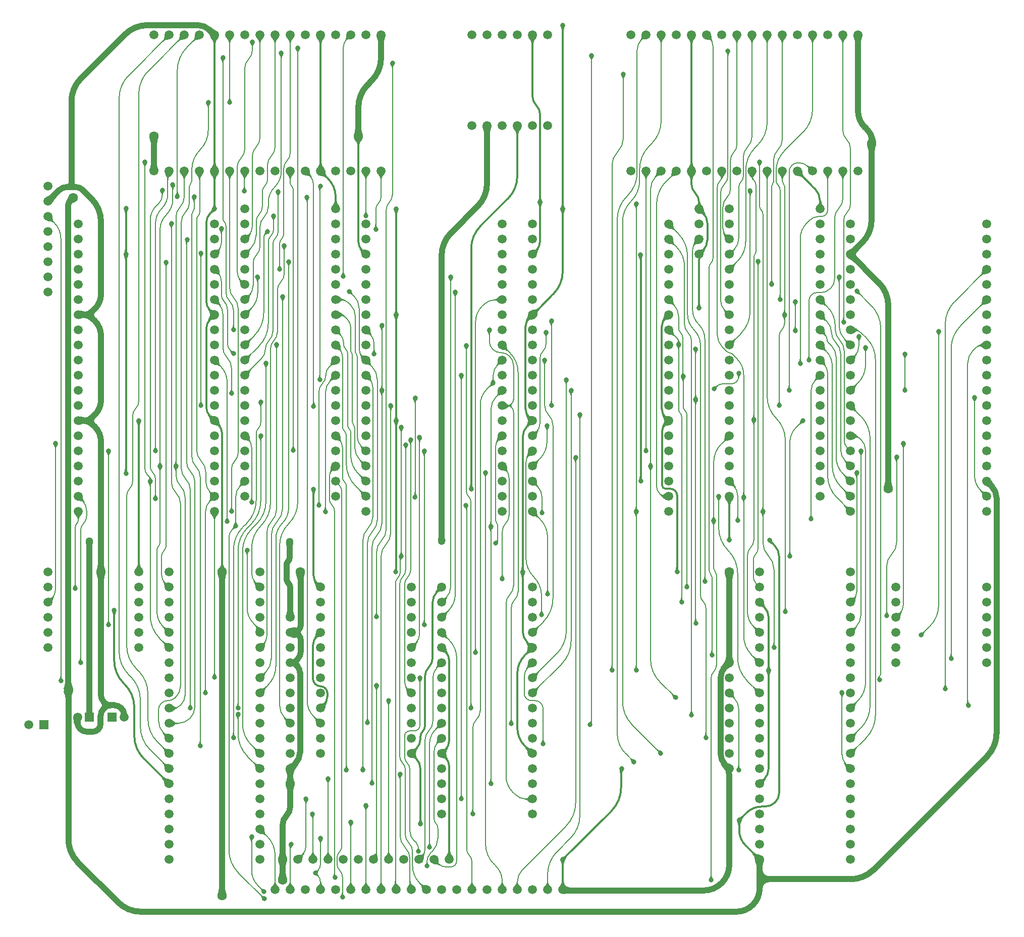
<source format=gbl>
%TF.GenerationSoftware,KiCad,Pcbnew,9.0.2*%
%TF.CreationDate,2025-06-21T16:48:37+02:00*%
%TF.ProjectId,Coprocessor Board - Additional,436f7072-6f63-4657-9373-6f7220426f61,V0*%
%TF.SameCoordinates,Original*%
%TF.FileFunction,Copper,L2,Bot*%
%TF.FilePolarity,Positive*%
%FSLAX46Y46*%
G04 Gerber Fmt 4.6, Leading zero omitted, Abs format (unit mm)*
G04 Created by KiCad (PCBNEW 9.0.2) date 2025-06-21 16:48:37*
%MOMM*%
%LPD*%
G01*
G04 APERTURE LIST*
%TA.AperFunction,ComponentPad*%
%ADD10C,1.500000*%
%TD*%
%TA.AperFunction,ComponentPad*%
%ADD11R,1.500000X1.500000*%
%TD*%
%TA.AperFunction,ViaPad*%
%ADD12C,0.800000*%
%TD*%
%TA.AperFunction,ViaPad*%
%ADD13C,1.600000*%
%TD*%
%TA.AperFunction,ViaPad*%
%ADD14C,1.300000*%
%TD*%
%TA.AperFunction,Conductor*%
%ADD15C,0.380000*%
%TD*%
%TA.AperFunction,Conductor*%
%ADD16C,1.000000*%
%TD*%
%TA.AperFunction,Conductor*%
%ADD17C,0.200000*%
%TD*%
G04 APERTURE END LIST*
D10*
%TO.P,B29,1,5V*%
%TO.N,/5V*%
X60960000Y130810000D03*
%TO.P,B29,2,CA19*%
%TO.N,/CA3_{19}*%
X63500000Y130810000D03*
%TO.P,B29,3,CA18*%
%TO.N,/CA3_{18}*%
X66040000Y130810000D03*
%TO.P,B29,4,CA17*%
%TO.N,/CA3_{17}*%
X68580000Y130810000D03*
%TO.P,B29,5,GND*%
%TO.N,/GND*%
X71120000Y130810000D03*
%TO.P,B29,6,CA16*%
%TO.N,/CA3_{16}*%
X73660000Y130810000D03*
%TO.P,B29,7,CA15*%
%TO.N,/CA3_{15}*%
X76200000Y130810000D03*
%TO.P,B29,8,CA14*%
%TO.N,/CA3_{14}*%
X78740000Y130810000D03*
%TO.P,B29,9,CA13*%
%TO.N,/CA3_{13}*%
X81280000Y130810000D03*
%TO.P,B29,10,CA12*%
%TO.N,/CA3_{12}*%
X83820000Y130810000D03*
%TO.P,B29,11,CA11*%
%TO.N,/CA3_{11}*%
X86360000Y130810000D03*
%TO.P,B29,12,GND*%
%TO.N,/GND*%
X88900000Y130810000D03*
%TO.P,B29,13,CA10*%
%TO.N,/CA3_{10}*%
X91440000Y130810000D03*
%TO.P,B29,14,CA9*%
%TO.N,/CA3_{9}*%
X93980000Y130810000D03*
%TO.P,B29,15,CA8*%
%TO.N,/CA3_{8}*%
X96520000Y130810000D03*
%TO.P,B29,16,CA7*%
%TO.N,/CA3_{7}*%
X99060000Y130810000D03*
%TO.P,B29,17,5V*%
%TO.N,/5V*%
X99060000Y153670000D03*
%TO.P,B29,18,CA6*%
%TO.N,/CA3_{6}*%
X96520000Y153670000D03*
%TO.P,B29,19,CA5*%
%TO.N,/CA3_{5}*%
X93980000Y153670000D03*
%TO.P,B29,20,CA4*%
%TO.N,/CA3_{4}*%
X91440000Y153670000D03*
%TO.P,B29,21,GND*%
%TO.N,/GND*%
X88900000Y153670000D03*
%TO.P,B29,22,CA3*%
%TO.N,/CA3_{3}*%
X86360000Y153670000D03*
%TO.P,B29,23,CA2*%
%TO.N,/CA3_{2}*%
X83820000Y153670000D03*
%TO.P,B29,24,CA1*%
%TO.N,/CA3_{1}*%
X81280000Y153670000D03*
%TO.P,B29,25,CA0*%
%TO.N,/CA3_{0}*%
X78740000Y153670000D03*
%TO.P,B29,26,INT*%
%TO.N,/INT3*%
X76200000Y153670000D03*
%TO.P,B29,27,~{INT}*%
%TO.N,/~{INT3}*%
X73660000Y153670000D03*
%TO.P,B29,28,GND*%
%TO.N,/GND*%
X71120000Y153670000D03*
%TO.P,B29,29,CLR*%
%TO.N,/Write Clear 3*%
X68580000Y153670000D03*
%TO.P,B29,30,~{CAMemory1}*%
%TO.N,/~{CA3_{Memory1}}*%
X66040000Y153670000D03*
%TO.P,B29,31,~{CAMemory0}*%
%TO.N,/~{CA3_{Memory0}}*%
X63500000Y153670000D03*
%TO.P,B29,32,~{Reset}*%
%TO.N,/~{Reset}*%
X60960000Y153670000D03*
%TD*%
%TO.P,B27,1,~{E}*%
%TO.N,/GND*%
X76200000Y124460000D03*
%TO.P,B27,2,S*%
%TO.N,/CAccess3*%
X76200000Y121920000D03*
%TO.P,B27,3,A11*%
%TO.N,/CA3_{0}*%
X76200000Y119380000D03*
%TO.P,B27,4,A10*%
%TO.N,/CA3_{1}*%
X76200000Y116840000D03*
%TO.P,B27,5,A9*%
%TO.N,/CA3_{2}*%
X76200000Y114300000D03*
%TO.P,B27,6,A8*%
%TO.N,/CA3_{3}*%
X76200000Y111760000D03*
%TO.P,B27,7,A7*%
%TO.N,/CA3_{4}*%
X76200000Y109220000D03*
%TO.P,B27,8,A6*%
%TO.N,/CA3_{5}*%
X76200000Y106680000D03*
%TO.P,B27,9,A5*%
%TO.N,/CA3_{6}*%
X76200000Y104140000D03*
%TO.P,B27,10,A4*%
%TO.N,/CA3_{7}*%
X76200000Y101600000D03*
%TO.P,B27,11,A3*%
%TO.N,/CA3_{8}*%
X76200000Y99060000D03*
%TO.P,B27,12,A2*%
%TO.N,/CA3_{9}*%
X76200000Y96520000D03*
%TO.P,B27,13,A1*%
%TO.N,/CA3_{10}*%
X76200000Y93980000D03*
%TO.P,B27,14,A0*%
%TO.N,/CA3_{11}*%
X76200000Y91440000D03*
%TO.P,B27,15,B11*%
%TO.N,/A0_{M}*%
X76200000Y88900000D03*
%TO.P,B27,16,B10*%
%TO.N,/A1_{M}*%
X76200000Y86360000D03*
%TO.P,B27,17,B9*%
%TO.N,/A2_{M}*%
X76200000Y83820000D03*
%TO.P,B27,18,B8*%
%TO.N,/A3_{M}*%
X76200000Y81280000D03*
%TO.P,B27,19,B7*%
%TO.N,/A4_{M}*%
X76200000Y78740000D03*
%TO.P,B27,20,5V*%
%TO.N,/5V*%
X76200000Y76200000D03*
%TO.P,B27,21,B6*%
%TO.N,/A5_{M}*%
X91440000Y76200000D03*
%TO.P,B27,22,B5*%
%TO.N,/A6_{M}*%
X91440000Y78740000D03*
%TO.P,B27,23,B4*%
%TO.N,/A7_{M}*%
X91440000Y81280000D03*
%TO.P,B27,24,B3*%
%TO.N,/A8_{M}*%
X91440000Y83820000D03*
%TO.P,B27,25,B2*%
%TO.N,/A9_{M}*%
X91440000Y86360000D03*
%TO.P,B27,26,B1*%
%TO.N,/A10_{M}*%
X91440000Y88900000D03*
%TO.P,B27,27,B0*%
%TO.N,/A11_{M}*%
X91440000Y91440000D03*
%TO.P,B27,28,Q0*%
%TO.N,/Q3_{11}*%
X91440000Y93980000D03*
%TO.P,B27,29,Q1*%
%TO.N,/Q3_{10}*%
X91440000Y96520000D03*
%TO.P,B27,30,Q2*%
%TO.N,/Q3_{9}*%
X91440000Y99060000D03*
%TO.P,B27,31,Q3*%
%TO.N,/Q3_{8}*%
X91440000Y101600000D03*
%TO.P,B27,32,Q4*%
%TO.N,/Q3_{7}*%
X91440000Y104140000D03*
%TO.P,B27,33,Q5*%
%TO.N,/Q3_{6}*%
X91440000Y106680000D03*
%TO.P,B27,34,Q6*%
%TO.N,/Q3_{5}*%
X91440000Y109220000D03*
%TO.P,B27,35,Q7*%
%TO.N,/Q3_{4}*%
X91440000Y111760000D03*
%TO.P,B27,36,Q8*%
%TO.N,/Q3_{3}*%
X91440000Y114300000D03*
%TO.P,B27,37,Q9*%
%TO.N,/Q3_{2}*%
X91440000Y116840000D03*
%TO.P,B27,38,Q10*%
%TO.N,/Q3_{1}*%
X91440000Y119380000D03*
%TO.P,B27,39,Q11*%
%TO.N,/Q3_{0}*%
X91440000Y121920000D03*
%TO.P,B27,40,GND*%
%TO.N,/GND*%
X91440000Y124460000D03*
%TD*%
D11*
%TO.P,C4,1*%
%TO.N,/12V*%
X50133000Y39105000D03*
D10*
%TO.P,C4,2*%
%TO.N,/GND*%
X48133000Y39105000D03*
%TD*%
%TO.P,B24,1,A0*%
%TO.N,/CA3_{0}*%
X48260000Y121920000D03*
%TO.P,B24,2,A1*%
%TO.N,/CA3_{1}*%
X48260000Y119380000D03*
%TO.P,B24,3,5V*%
%TO.N,/W65C816V_{2\u002C3}*%
X48260000Y116840000D03*
%TO.P,B24,4,A2*%
%TO.N,/CA3_{2}*%
X48260000Y114300000D03*
%TO.P,B24,5,A3*%
%TO.N,/CA3_{3}*%
X48260000Y111760000D03*
%TO.P,B24,6,A4*%
%TO.N,/CA3_{4}*%
X48260000Y109220000D03*
%TO.P,B24,7,GND*%
%TO.N,/GND*%
X48260000Y106680000D03*
%TO.P,B24,8,A5*%
%TO.N,/CA3_{5}*%
X48260000Y104140000D03*
%TO.P,B24,9,A6*%
%TO.N,/CA3_{6}*%
X48260000Y101600000D03*
%TO.P,B24,10,A7*%
%TO.N,/CA3_{7}*%
X48260000Y99060000D03*
%TO.P,B24,11,A8*%
%TO.N,/CA3_{8}*%
X48260000Y96520000D03*
%TO.P,B24,12,A9*%
%TO.N,/CA3_{9}*%
X48260000Y93980000D03*
%TO.P,B24,13,A10*%
%TO.N,/CA3_{10}*%
X48260000Y91440000D03*
%TO.P,B24,14,GND*%
%TO.N,/GND*%
X48260000Y88900000D03*
%TO.P,B24,15,A11*%
%TO.N,/CA3_{11}*%
X48260000Y86360000D03*
%TO.P,B24,16,A12*%
%TO.N,/CA3_{12}*%
X48260000Y83820000D03*
%TO.P,B24,17,A13*%
%TO.N,/CA3_{13}*%
X48260000Y81280000D03*
%TO.P,B24,18,A14*%
%TO.N,/CA3_{14}*%
X48260000Y78740000D03*
%TO.P,B24,19,A15*%
%TO.N,/CA3_{15}*%
X48260000Y76200000D03*
%TO.P,B24,20,Bank_Latch*%
%TO.N,/Bank Latch_{3}*%
X48260000Y73660000D03*
%TO.P,B24,21,BA0*%
%TO.N,/CA3_{16}*%
X71120000Y73660000D03*
%TO.P,B24,22,BA1*%
%TO.N,/CA3_{17}*%
X71120000Y76200000D03*
%TO.P,B24,23,5V*%
%TO.N,/W65C816V_{2\u002C3}*%
X71120000Y78740000D03*
%TO.P,B24,24,BA2*%
%TO.N,/CA3_{18}*%
X71120000Y81280000D03*
%TO.P,B24,25,BA3*%
%TO.N,/CA3_{19}*%
X71120000Y83820000D03*
%TO.P,B24,26,PHI2*%
%TO.N,/CPHI2_{3}*%
X71120000Y86360000D03*
%TO.P,B24,27,GND*%
%TO.N,/GND*%
X71120000Y88900000D03*
%TO.P,B24,28,~{Reset}*%
%TO.N,/C~{Reset}3*%
X71120000Y91440000D03*
%TO.P,B24,29,D7*%
%TO.N,/Q3D_{7}*%
X71120000Y93980000D03*
%TO.P,B24,30,D6*%
%TO.N,/Q3D_{6}*%
X71120000Y96520000D03*
%TO.P,B24,31,D5*%
%TO.N,/Q3D_{5}*%
X71120000Y99060000D03*
%TO.P,B24,32,D4*%
%TO.N,/Q3D_{4}*%
X71120000Y101600000D03*
%TO.P,B24,33,D3*%
%TO.N,/Q3D_{3}*%
X71120000Y104140000D03*
%TO.P,B24,34,GND*%
%TO.N,/GND*%
X71120000Y106680000D03*
%TO.P,B24,35,D2*%
%TO.N,/Q3D_{2}*%
X71120000Y109220000D03*
%TO.P,B24,36,D1*%
%TO.N,/Q3D_{1}*%
X71120000Y111760000D03*
%TO.P,B24,37,D0*%
%TO.N,/Q3D_{0}*%
X71120000Y114300000D03*
%TO.P,B24,38,~{DE}*%
%TO.N,/CAccess3*%
X71120000Y116840000D03*
%TO.P,B24,39,~{WD}*%
%TO.N,/CA3~{_{WD}}*%
X71120000Y119380000D03*
%TO.P,B24,40,~{RD}*%
%TO.N,/CA3~{_{RD}}*%
X71120000Y121920000D03*
%TD*%
D11*
%TO.P,LED1,1,K*%
%TO.N,Net-(LED1-K)*%
X42513000Y37835000D03*
D10*
%TO.P,LED1,2,A*%
%TO.N,/GND*%
X39973000Y37835000D03*
%TD*%
%TO.P,B36,1,N.C.*%
%TO.N,unconnected-(B36-N.C.-Pad1)*%
X185420000Y60960000D03*
%TO.P,B36,2,N.C.*%
%TO.N,unconnected-(B36-N.C.-Pad2)*%
X185420000Y58420000D03*
%TO.P,B36,3,~{PHI2}*%
%TO.N,/CPHI2_{2}*%
X185420000Y55880000D03*
%TO.P,B36,4,N.C.*%
%TO.N,unconnected-(B36-N.C.-Pad4)*%
X185420000Y53340000D03*
%TO.P,B36,5,N.C.*%
%TO.N,unconnected-(B36-N.C.-Pad5)*%
X185420000Y50800000D03*
%TO.P,B36,6,3.3V*%
%TO.N,/3.3V*%
X185420000Y48260000D03*
%TO.P,B36,7,N.C.*%
%TO.N,unconnected-(B36-N.C.-Pad7)*%
X200660000Y48260000D03*
%TO.P,B36,8,N.C.*%
%TO.N,unconnected-(B36-N.C.-Pad8)*%
X200660000Y50800000D03*
%TO.P,B36,9,~{Data_Output}*%
%TO.N,unconnected-(B36-~{Data_Output}-Pad9)*%
X200660000Y53340000D03*
%TO.P,B36,10,Bank_Latch*%
%TO.N,/Bank Latch_{2}*%
X200660000Y55880000D03*
%TO.P,B36,11,N.C.*%
%TO.N,unconnected-(B36-N.C.-Pad11)*%
X200660000Y58420000D03*
%TO.P,B36,12,GND*%
%TO.N,/GND*%
X200660000Y60960000D03*
%TD*%
%TO.P,B28,1,A0*%
%TO.N,/Q3_{0}*%
X96520000Y121920000D03*
%TO.P,B28,2,A1*%
%TO.N,/Q3_{1}*%
X96520000Y119380000D03*
%TO.P,B28,3,5V*%
%TO.N,/5V*%
X96520000Y116840000D03*
%TO.P,B28,4,A2*%
%TO.N,/Q3_{2}*%
X96520000Y114300000D03*
%TO.P,B28,5,A3*%
%TO.N,/Q3_{3}*%
X96520000Y111760000D03*
%TO.P,B28,6,A4*%
%TO.N,/Q3_{4}*%
X96520000Y109220000D03*
%TO.P,B28,7,GND*%
%TO.N,/GND*%
X96520000Y106680000D03*
%TO.P,B28,8,~{Memory_B}*%
%TO.N,/Q3_{~{Memory0}}*%
X96520000Y104140000D03*
%TO.P,B28,9,D0*%
%TO.N,/Q3D_{0}*%
X96520000Y101600000D03*
%TO.P,B28,10,D1*%
%TO.N,/Q3D_{1}*%
X96520000Y99060000D03*
%TO.P,B28,11,D2*%
%TO.N,/Q3D_{2}*%
X96520000Y96520000D03*
%TO.P,B28,12,D3*%
%TO.N,/Q3D_{3}*%
X96520000Y93980000D03*
%TO.P,B28,13,~{Memory_A}*%
%TO.N,/Q3_{~{Memory1}}*%
X96520000Y91440000D03*
%TO.P,B28,14,GND*%
%TO.N,/GND*%
X96520000Y88900000D03*
%TO.P,B28,15,~{WD}*%
%TO.N,/Q3_{~{WD}}*%
X96520000Y86360000D03*
%TO.P,B28,16,A5*%
%TO.N,/Q3_{5}*%
X96520000Y83820000D03*
%TO.P,B28,17,A6*%
%TO.N,/Q3_{6}*%
X96520000Y81280000D03*
%TO.P,B28,18,A7*%
%TO.N,/Q3_{7}*%
X96520000Y78740000D03*
%TO.P,B28,19,A8*%
%TO.N,/Q3_{8}*%
X96520000Y76200000D03*
%TO.P,B28,20,A9*%
%TO.N,/Q3_{9}*%
X96520000Y73660000D03*
%TO.P,B28,21,A10*%
%TO.N,/Q3_{10}*%
X119380000Y73660000D03*
%TO.P,B28,22,A11*%
%TO.N,/Q3_{11}*%
X119380000Y76200000D03*
%TO.P,B28,23,5V*%
%TO.N,/5V*%
X119380000Y78740000D03*
%TO.P,B28,24,A12*%
%TO.N,/Q3_{12}*%
X119380000Y81280000D03*
%TO.P,B28,25,A13*%
%TO.N,/Q3_{13}*%
X119380000Y83820000D03*
%TO.P,B28,26,A14*%
%TO.N,/Q3_{14}*%
X119380000Y86360000D03*
%TO.P,B28,27,GND*%
%TO.N,/GND*%
X119380000Y88900000D03*
%TO.P,B28,28,D4*%
%TO.N,/Q3D_{4}*%
X119380000Y91440000D03*
%TO.P,B28,29,D5*%
%TO.N,/Q3D_{5}*%
X119380000Y93980000D03*
%TO.P,B28,30,D6*%
%TO.N,/Q3D_{6}*%
X119380000Y96520000D03*
%TO.P,B28,31,D7*%
%TO.N,/Q3D_{7}*%
X119380000Y99060000D03*
%TO.P,B28,32,~{RD}*%
%TO.N,/Q3_{~{RD}}*%
X119380000Y101600000D03*
%TO.P,B28,33,A15*%
%TO.N,/Q3_{15}*%
X119380000Y104140000D03*
%TO.P,B28,34,GND*%
%TO.N,/GND*%
X119380000Y106680000D03*
%TO.P,B28,35,A16*%
%TO.N,/Q3_{16}*%
X119380000Y109220000D03*
%TO.P,B28,36,A17*%
%TO.N,/Q3_{17}*%
X119380000Y111760000D03*
%TO.P,B28,37,A18*%
%TO.N,/Q3_{18}*%
X119380000Y114300000D03*
%TO.P,B28,38,N.C.*%
%TO.N,unconnected-(B28-N.C.-Pad38)*%
X119380000Y116840000D03*
%TO.P,B28,39,N.C.*%
%TO.N,unconnected-(B28-N.C.-Pad39)*%
X119380000Y119380000D03*
%TO.P,B28,40,N.C.*%
%TO.N,unconnected-(B28-N.C.-Pad40)*%
X119380000Y121920000D03*
%TD*%
%TO.P,B22,1,A0*%
%TO.N,/Q2_{0}*%
X177800000Y121920000D03*
%TO.P,B22,2,A1*%
%TO.N,/Q2_{1}*%
X177800000Y119380000D03*
%TO.P,B22,3,5V*%
%TO.N,/5V*%
X177800000Y116840000D03*
%TO.P,B22,4,A2*%
%TO.N,/Q2_{2}*%
X177800000Y114300000D03*
%TO.P,B22,5,A3*%
%TO.N,/Q2_{3}*%
X177800000Y111760000D03*
%TO.P,B22,6,A4*%
%TO.N,/Q2_{4}*%
X177800000Y109220000D03*
%TO.P,B22,7,GND*%
%TO.N,/GND*%
X177800000Y106680000D03*
%TO.P,B22,8,~{Memory_B}*%
%TO.N,/Q2_{~{Memory0}}*%
X177800000Y104140000D03*
%TO.P,B22,9,D0*%
%TO.N,/Q2D_{0}*%
X177800000Y101600000D03*
%TO.P,B22,10,D1*%
%TO.N,/Q2D_{1}*%
X177800000Y99060000D03*
%TO.P,B22,11,D2*%
%TO.N,/Q2D_{2}*%
X177800000Y96520000D03*
%TO.P,B22,12,D3*%
%TO.N,/Q2D_{3}*%
X177800000Y93980000D03*
%TO.P,B22,13,~{Memory_A}*%
%TO.N,/Q2_{~{Memory1}}*%
X177800000Y91440000D03*
%TO.P,B22,14,GND*%
%TO.N,/GND*%
X177800000Y88900000D03*
%TO.P,B22,15,~{WD}*%
%TO.N,/Q2_{~{WD}}*%
X177800000Y86360000D03*
%TO.P,B22,16,A5*%
%TO.N,/Q2_{5}*%
X177800000Y83820000D03*
%TO.P,B22,17,A6*%
%TO.N,/Q2_{6}*%
X177800000Y81280000D03*
%TO.P,B22,18,A7*%
%TO.N,/Q2_{7}*%
X177800000Y78740000D03*
%TO.P,B22,19,A8*%
%TO.N,/Q2_{8}*%
X177800000Y76200000D03*
%TO.P,B22,20,A9*%
%TO.N,/Q2_{9}*%
X177800000Y73660000D03*
%TO.P,B22,21,A10*%
%TO.N,/Q2_{10}*%
X200660000Y73660000D03*
%TO.P,B22,22,A11*%
%TO.N,/Q2_{11}*%
X200660000Y76200000D03*
%TO.P,B22,23,5V*%
%TO.N,/5V*%
X200660000Y78740000D03*
%TO.P,B22,24,A12*%
%TO.N,/Q2_{12}*%
X200660000Y81280000D03*
%TO.P,B22,25,A13*%
%TO.N,/Q2_{13}*%
X200660000Y83820000D03*
%TO.P,B22,26,A14*%
%TO.N,/Q2_{14}*%
X200660000Y86360000D03*
%TO.P,B22,27,GND*%
%TO.N,/GND*%
X200660000Y88900000D03*
%TO.P,B22,28,D4*%
%TO.N,/Q2D_{4}*%
X200660000Y91440000D03*
%TO.P,B22,29,D5*%
%TO.N,/Q2D_{5}*%
X200660000Y93980000D03*
%TO.P,B22,30,D6*%
%TO.N,/Q2D_{6}*%
X200660000Y96520000D03*
%TO.P,B22,31,D7*%
%TO.N,/Q2D_{7}*%
X200660000Y99060000D03*
%TO.P,B22,32,~{RD}*%
%TO.N,/Q2_{~{RD}}*%
X200660000Y101600000D03*
%TO.P,B22,33,A15*%
%TO.N,/Q2_{15}*%
X200660000Y104140000D03*
%TO.P,B22,34,GND*%
%TO.N,/GND*%
X200660000Y106680000D03*
%TO.P,B22,35,A16*%
%TO.N,/Q2_{16}*%
X200660000Y109220000D03*
%TO.P,B22,36,A17*%
%TO.N,/Q2_{17}*%
X200660000Y111760000D03*
%TO.P,B22,37,A18*%
%TO.N,/Q2_{18}*%
X200660000Y114300000D03*
%TO.P,B22,38,N.C.*%
%TO.N,unconnected-(B22-N.C.-Pad38)*%
X200660000Y116840000D03*
%TO.P,B22,39,N.C.*%
%TO.N,unconnected-(B22-N.C.-Pad39)*%
X200660000Y119380000D03*
%TO.P,B22,40,N.C.*%
%TO.N,unconnected-(B22-N.C.-Pad40)*%
X200660000Y121920000D03*
%TD*%
D11*
%TO.P,C3,1*%
%TO.N,/5V*%
X53943000Y39105000D03*
D10*
%TO.P,C3,2*%
%TO.N,/GND*%
X55943000Y39105000D03*
%TD*%
%TO.P,B26,1,~{E}*%
%TO.N,/GND*%
X63500000Y63500000D03*
%TO.P,B26,2,S*%
%TO.N,/CAccess3*%
X63500000Y60960000D03*
%TO.P,B26,3,A11*%
%TO.N,/3.3V*%
X63500000Y58420000D03*
%TO.P,B26,4,A10*%
%TO.N,/CA3_{12}*%
X63500000Y55880000D03*
%TO.P,B26,5,A9*%
%TO.N,/CA3_{13}*%
X63500000Y53340000D03*
%TO.P,B26,6,A8*%
%TO.N,/CA3_{14}*%
X63500000Y50800000D03*
%TO.P,B26,7,A7*%
%TO.N,/CA3_{15}*%
X63500000Y48260000D03*
%TO.P,B26,8,A6*%
%TO.N,/CA3_{16}*%
X63500000Y45720000D03*
%TO.P,B26,9,A5*%
%TO.N,/CA3_{17}*%
X63500000Y43180000D03*
%TO.P,B26,10,A4*%
%TO.N,/CA3_{18}*%
X63500000Y40640000D03*
%TO.P,B26,11,A3*%
%TO.N,/CA3~{_{WD}}*%
X63500000Y38100000D03*
%TO.P,B26,12,A2*%
%TO.N,/CA3~{_{RD}}*%
X63500000Y35560000D03*
%TO.P,B26,13,A1*%
%TO.N,/~{CA3_{Memory1}}*%
X63500000Y33020000D03*
%TO.P,B26,14,A0*%
%TO.N,/~{CA3_{Memory0}}*%
X63500000Y30480000D03*
%TO.P,B26,15,B11*%
%TO.N,/3.3V*%
X63500000Y27940000D03*
%TO.P,B26,16,B10*%
%TO.N,/A12_{M}*%
X63500000Y25400000D03*
%TO.P,B26,17,B9*%
%TO.N,/A13_{M}*%
X63500000Y22860000D03*
%TO.P,B26,18,B8*%
%TO.N,/A14_{M}*%
X63500000Y20320000D03*
%TO.P,B26,19,B7*%
%TO.N,/A15_{M}*%
X63500000Y17780000D03*
%TO.P,B26,20,5V*%
%TO.N,/5V*%
X63500000Y15240000D03*
%TO.P,B26,21,B6*%
%TO.N,/A16_{M}*%
X78740000Y15240000D03*
%TO.P,B26,22,B5*%
%TO.N,/A17_{M}*%
X78740000Y17780000D03*
%TO.P,B26,23,B4*%
%TO.N,/A18_{M}*%
X78740000Y20320000D03*
%TO.P,B26,24,B3*%
%TO.N,/~{WD}_{M}*%
X78740000Y22860000D03*
%TO.P,B26,25,B2*%
%TO.N,/~{RD}_{M}*%
X78740000Y25400000D03*
%TO.P,B26,26,B1*%
%TO.N,/M~{Memory7}*%
X78740000Y27940000D03*
%TO.P,B26,27,B0*%
%TO.N,/M~{Memory6}*%
X78740000Y30480000D03*
%TO.P,B26,28,Q0*%
%TO.N,/Q3_{~{Memory0}}*%
X78740000Y33020000D03*
%TO.P,B26,29,Q1*%
%TO.N,/Q3_{~{Memory1}}*%
X78740000Y35560000D03*
%TO.P,B26,30,Q2*%
%TO.N,/Q3_{~{RD}}*%
X78740000Y38100000D03*
%TO.P,B26,31,Q3*%
%TO.N,/Q3_{~{WD}}*%
X78740000Y40640000D03*
%TO.P,B26,32,Q4*%
%TO.N,/Q3_{18}*%
X78740000Y43180000D03*
%TO.P,B26,33,Q5*%
%TO.N,/Q3_{17}*%
X78740000Y45720000D03*
%TO.P,B26,34,Q6*%
%TO.N,/Q3_{16}*%
X78740000Y48260000D03*
%TO.P,B26,35,Q7*%
%TO.N,/Q3_{15}*%
X78740000Y50800000D03*
%TO.P,B26,36,Q8*%
%TO.N,/Q3_{14}*%
X78740000Y53340000D03*
%TO.P,B26,37,Q9*%
%TO.N,/Q3_{13}*%
X78740000Y55880000D03*
%TO.P,B26,38,Q10*%
%TO.N,/Q3_{12}*%
X78740000Y58420000D03*
%TO.P,B26,39,Q11*%
%TO.N,/Q3*%
X78740000Y60960000D03*
%TO.P,B26,40,GND*%
%TO.N,/GND*%
X78740000Y63500000D03*
%TD*%
%TO.P,B23,1,5V*%
%TO.N,/5V*%
X140970000Y130810000D03*
%TO.P,B23,2,CA19*%
%TO.N,/CA2_{19}*%
X143510000Y130810000D03*
%TO.P,B23,3,CA18*%
%TO.N,/CA2_{18}*%
X146050000Y130810000D03*
%TO.P,B23,4,CA17*%
%TO.N,/CA2_{17}*%
X148590000Y130810000D03*
%TO.P,B23,5,GND*%
%TO.N,/GND*%
X151130000Y130810000D03*
%TO.P,B23,6,CA16*%
%TO.N,/CA2_{16}*%
X153670000Y130810000D03*
%TO.P,B23,7,CA15*%
%TO.N,/CA2_{15}*%
X156210000Y130810000D03*
%TO.P,B23,8,CA14*%
%TO.N,/CA2_{14}*%
X158750000Y130810000D03*
%TO.P,B23,9,CA13*%
%TO.N,/CA2_{13}*%
X161290000Y130810000D03*
%TO.P,B23,10,CA12*%
%TO.N,/CA2_{12}*%
X163830000Y130810000D03*
%TO.P,B23,11,CA11*%
%TO.N,/CA2_{11}*%
X166370000Y130810000D03*
%TO.P,B23,12,GND*%
%TO.N,/GND*%
X168910000Y130810000D03*
%TO.P,B23,13,CA10*%
%TO.N,/CA2_{10}*%
X171450000Y130810000D03*
%TO.P,B23,14,CA9*%
%TO.N,/CA2_{9}*%
X173990000Y130810000D03*
%TO.P,B23,15,CA8*%
%TO.N,/CA2_{8}*%
X176530000Y130810000D03*
%TO.P,B23,16,CA7*%
%TO.N,/CA2_{7}*%
X179070000Y130810000D03*
%TO.P,B23,17,5V*%
%TO.N,/5V*%
X179070000Y153670000D03*
%TO.P,B23,18,CA6*%
%TO.N,/CA2_{6}*%
X176530000Y153670000D03*
%TO.P,B23,19,CA5*%
%TO.N,/CA2_{5}*%
X173990000Y153670000D03*
%TO.P,B23,20,CA4*%
%TO.N,/CA2_{4}*%
X171450000Y153670000D03*
%TO.P,B23,21,GND*%
%TO.N,/GND*%
X168910000Y153670000D03*
%TO.P,B23,22,CA3*%
%TO.N,/CA2_{3}*%
X166370000Y153670000D03*
%TO.P,B23,23,CA2*%
%TO.N,/CA2_{2}*%
X163830000Y153670000D03*
%TO.P,B23,24,CA1*%
%TO.N,/CA2_{1}*%
X161290000Y153670000D03*
%TO.P,B23,25,CA0*%
%TO.N,/CA2_{0}*%
X158750000Y153670000D03*
%TO.P,B23,26,INT*%
%TO.N,/INT2*%
X156210000Y153670000D03*
%TO.P,B23,27,~{INT}*%
%TO.N,/~{INT2}*%
X153670000Y153670000D03*
%TO.P,B23,28,GND*%
%TO.N,/GND*%
X151130000Y153670000D03*
%TO.P,B23,29,CLR*%
%TO.N,/Write Clear 2*%
X148590000Y153670000D03*
%TO.P,B23,30,~{CAMemory1}*%
%TO.N,/~{CA2_{Memory1}}*%
X146050000Y153670000D03*
%TO.P,B23,31,~{CAMemory0}*%
%TO.N,/~{CA2_{Memory0}}*%
X143510000Y153670000D03*
%TO.P,B23,32,~{Reset}*%
%TO.N,/~{Reset}*%
X140970000Y153670000D03*
%TD*%
%TO.P,B20,1,~{E}*%
%TO.N,/GND*%
X162560000Y63500000D03*
%TO.P,B20,2,S*%
%TO.N,/CAccess2*%
X162560000Y60960000D03*
%TO.P,B20,3,A11*%
%TO.N,/3.3V*%
X162560000Y58420000D03*
%TO.P,B20,4,A10*%
%TO.N,/CA2_{12}*%
X162560000Y55880000D03*
%TO.P,B20,5,A9*%
%TO.N,/CA2_{13}*%
X162560000Y53340000D03*
%TO.P,B20,6,A8*%
%TO.N,/CA2_{14}*%
X162560000Y50800000D03*
%TO.P,B20,7,A7*%
%TO.N,/CA2_{15}*%
X162560000Y48260000D03*
%TO.P,B20,8,A6*%
%TO.N,/CA2_{16}*%
X162560000Y45720000D03*
%TO.P,B20,9,A5*%
%TO.N,/CA2_{17}*%
X162560000Y43180000D03*
%TO.P,B20,10,A4*%
%TO.N,/CA2_{18}*%
X162560000Y40640000D03*
%TO.P,B20,11,A3*%
%TO.N,/CA2~{_{WD}}*%
X162560000Y38100000D03*
%TO.P,B20,12,A2*%
%TO.N,/CA2~{_{RD}}*%
X162560000Y35560000D03*
%TO.P,B20,13,A1*%
%TO.N,/~{CA2_{Memory1}}*%
X162560000Y33020000D03*
%TO.P,B20,14,A0*%
%TO.N,/~{CA2_{Memory0}}*%
X162560000Y30480000D03*
%TO.P,B20,15,B11*%
%TO.N,/3.3V*%
X162560000Y27940000D03*
%TO.P,B20,16,B10*%
%TO.N,/A12_{M}*%
X162560000Y25400000D03*
%TO.P,B20,17,B9*%
%TO.N,/A13_{M}*%
X162560000Y22860000D03*
%TO.P,B20,18,B8*%
%TO.N,/A14_{M}*%
X162560000Y20320000D03*
%TO.P,B20,19,B7*%
%TO.N,/A15_{M}*%
X162560000Y17780000D03*
%TO.P,B20,20,5V*%
%TO.N,/5V*%
X162560000Y15240000D03*
%TO.P,B20,21,B6*%
%TO.N,/A16_{M}*%
X177800000Y15240000D03*
%TO.P,B20,22,B5*%
%TO.N,/A17_{M}*%
X177800000Y17780000D03*
%TO.P,B20,23,B4*%
%TO.N,/A18_{M}*%
X177800000Y20320000D03*
%TO.P,B20,24,B3*%
%TO.N,/~{WD}_{M}*%
X177800000Y22860000D03*
%TO.P,B20,25,B2*%
%TO.N,/~{RD}_{M}*%
X177800000Y25400000D03*
%TO.P,B20,26,B1*%
%TO.N,/M~{Memory5}*%
X177800000Y27940000D03*
%TO.P,B20,27,B0*%
%TO.N,/M~{Memory4}*%
X177800000Y30480000D03*
%TO.P,B20,28,Q0*%
%TO.N,/Q2_{~{Memory0}}*%
X177800000Y33020000D03*
%TO.P,B20,29,Q1*%
%TO.N,/Q2_{~{Memory1}}*%
X177800000Y35560000D03*
%TO.P,B20,30,Q2*%
%TO.N,/Q2_{~{RD}}*%
X177800000Y38100000D03*
%TO.P,B20,31,Q3*%
%TO.N,/Q2_{~{WD}}*%
X177800000Y40640000D03*
%TO.P,B20,32,Q4*%
%TO.N,/Q2_{18}*%
X177800000Y43180000D03*
%TO.P,B20,33,Q5*%
%TO.N,/Q2_{17}*%
X177800000Y45720000D03*
%TO.P,B20,34,Q6*%
%TO.N,/Q2_{16}*%
X177800000Y48260000D03*
%TO.P,B20,35,Q7*%
%TO.N,/Q2_{15}*%
X177800000Y50800000D03*
%TO.P,B20,36,Q8*%
%TO.N,/Q2_{14}*%
X177800000Y53340000D03*
%TO.P,B20,37,Q9*%
%TO.N,/Q2_{13}*%
X177800000Y55880000D03*
%TO.P,B20,38,Q10*%
%TO.N,/Q2_{12}*%
X177800000Y58420000D03*
%TO.P,B20,39,Q11*%
%TO.N,/Q2*%
X177800000Y60960000D03*
%TO.P,B20,40,GND*%
%TO.N,/GND*%
X177800000Y63500000D03*
%TD*%
%TO.P,B35,1,5V*%
%TO.N,/5V*%
X88900000Y60960000D03*
%TO.P,B35,2,N.C.*%
%TO.N,unconnected-(B35-N.C.-Pad2)*%
X88900000Y58420000D03*
%TO.P,B35,3,~{Reset}*%
%TO.N,/~{Reset}*%
X88900000Y55880000D03*
%TO.P,B35,4,GND*%
%TO.N,/GND*%
X88900000Y53340000D03*
%TO.P,B35,5,CLK*%
%TO.N,/40MHz*%
X88900000Y50800000D03*
%TO.P,B35,6,N.C.*%
%TO.N,unconnected-(B35-N.C.-Pad6)*%
X88900000Y48260000D03*
%TO.P,B35,7,N.C.*%
%TO.N,unconnected-(B35-N.C.-Pad7)*%
X88900000Y45720000D03*
%TO.P,B35,8,RUN0*%
%TO.N,/CRun2*%
X88900000Y43180000D03*
%TO.P,B35,9,GND*%
%TO.N,/GND*%
X88900000Y40640000D03*
%TO.P,B35,10,RUN1*%
%TO.N,/CRun3*%
X88900000Y38100000D03*
%TO.P,B35,11,N.C.*%
%TO.N,unconnected-(B35-N.C.-Pad11)*%
X88900000Y35560000D03*
%TO.P,B35,12,N.C.*%
%TO.N,unconnected-(B35-N.C.-Pad12)*%
X88900000Y33020000D03*
%TO.P,B35,13,5V*%
%TO.N,/5V*%
X104140000Y33020000D03*
%TO.P,B35,14,N.C.*%
%TO.N,unconnected-(B35-N.C.-Pad14)*%
X104140000Y35560000D03*
%TO.P,B35,15,N.C.*%
%TO.N,unconnected-(B35-N.C.-Pad15)*%
X104140000Y38100000D03*
%TO.P,B35,16,GND*%
%TO.N,/GND*%
X104140000Y40640000D03*
%TO.P,B35,17,PHI2_1*%
%TO.N,/CPHI2_{3}*%
X104140000Y43180000D03*
%TO.P,B35,18,N.C.*%
%TO.N,unconnected-(B35-N.C.-Pad18)*%
X104140000Y45720000D03*
%TO.P,B35,19,N.C.*%
%TO.N,unconnected-(B35-N.C.-Pad19)*%
X104140000Y48260000D03*
%TO.P,B35,20,PHI2_0*%
%TO.N,/CPHI2_{2}*%
X104140000Y50800000D03*
%TO.P,B35,21,GND*%
%TO.N,/GND*%
X104140000Y53340000D03*
%TO.P,B35,22,N.C.*%
%TO.N,unconnected-(B35-N.C.-Pad22)*%
X104140000Y55880000D03*
%TO.P,B35,23,N.C.*%
%TO.N,unconnected-(B35-N.C.-Pad23)*%
X104140000Y58420000D03*
%TO.P,B35,24,N.C.*%
%TO.N,unconnected-(B35-N.C.-Pad24)*%
X104140000Y60960000D03*
%TD*%
%TO.P,B25,1,N.C.*%
%TO.N,unconnected-(B25-N.C.-Pad1)*%
X114300000Y138430000D03*
%TO.P,B25,2,12V*%
%TO.N,/12V*%
X116840000Y138430000D03*
%TO.P,B25,3,N.C.*%
%TO.N,unconnected-(B25-N.C.-Pad3)*%
X119380000Y138430000D03*
%TO.P,B25,4,5V*%
%TO.N,/5V*%
X121920000Y138430000D03*
%TO.P,B25,5,N.C.*%
%TO.N,unconnected-(B25-N.C.-Pad5)*%
X124460000Y138430000D03*
%TO.P,B25,6,N.C.*%
%TO.N,unconnected-(B25-N.C.-Pad6)*%
X127000000Y138430000D03*
%TO.P,B25,7,N.C.*%
%TO.N,unconnected-(B25-N.C.-Pad7)*%
X127000000Y153670000D03*
%TO.P,B25,8,W65C816V*%
%TO.N,/W65C816V_{2\u002C3}*%
X124460000Y153670000D03*
%TO.P,B25,9,N.C.*%
%TO.N,unconnected-(B25-N.C.-Pad9)*%
X121920000Y153670000D03*
%TO.P,B25,10,N.C.*%
%TO.N,unconnected-(B25-N.C.-Pad10)*%
X119380000Y153670000D03*
%TO.P,B25,11,N.C.*%
%TO.N,unconnected-(B25-N.C.-Pad11)*%
X116840000Y153670000D03*
%TO.P,B25,12,GND*%
%TO.N,/GND*%
X114300000Y153670000D03*
%TD*%
%TO.P,B30,1,N.C.*%
%TO.N,unconnected-(B30-N.C.-Pad1)*%
X43180000Y63500000D03*
%TO.P,B30,2,N.C.*%
%TO.N,unconnected-(B30-N.C.-Pad2)*%
X43180000Y60960000D03*
%TO.P,B30,3,~{PHI2}*%
%TO.N,/CPHI2_{3}*%
X43180000Y58420000D03*
%TO.P,B30,4,N.C.*%
%TO.N,unconnected-(B30-N.C.-Pad4)*%
X43180000Y55880000D03*
%TO.P,B30,5,N.C.*%
%TO.N,unconnected-(B30-N.C.-Pad5)*%
X43180000Y53340000D03*
%TO.P,B30,6,3.3V*%
%TO.N,/3.3V*%
X43180000Y50800000D03*
%TO.P,B30,7,N.C.*%
%TO.N,unconnected-(B30-N.C.-Pad7)*%
X58420000Y50800000D03*
%TO.P,B30,8,N.C.*%
%TO.N,unconnected-(B30-N.C.-Pad8)*%
X58420000Y53340000D03*
%TO.P,B30,9,~{Data_Output}*%
%TO.N,unconnected-(B30-~{Data_Output}-Pad9)*%
X58420000Y55880000D03*
%TO.P,B30,10,Bank_Latch*%
%TO.N,/Bank Latch_{3}*%
X58420000Y58420000D03*
%TO.P,B30,11,N.C.*%
%TO.N,unconnected-(B30-N.C.-Pad11)*%
X58420000Y60960000D03*
%TO.P,B30,12,GND*%
%TO.N,/GND*%
X58420000Y63500000D03*
%TD*%
%TO.P,B38,1,5V*%
%TO.N,/5V*%
X109220000Y60960000D03*
%TO.P,B38,2,Q0D_{0}*%
%TO.N,/Q2D_{0}*%
X109220000Y58420000D03*
%TO.P,B38,3,Q0D_{1}*%
%TO.N,/Q2D_{1}*%
X109220000Y55880000D03*
%TO.P,B38,4,D0_{M}*%
%TO.N,/D0_{M}*%
X109220000Y53340000D03*
%TO.P,B38,5,GND*%
%TO.N,/GND*%
X109220000Y50800000D03*
%TO.P,B38,6,D1_{M}*%
%TO.N,/D1_{M}*%
X109220000Y48260000D03*
%TO.P,B38,7,D2_{M}*%
%TO.N,/D2_{M}*%
X109220000Y45720000D03*
%TO.P,B38,8,D3_{M}*%
%TO.N,/D3_{M}*%
X109220000Y43180000D03*
%TO.P,B38,9,D4_{M}*%
%TO.N,/D4_{M}*%
X109220000Y40640000D03*
%TO.P,B38,10,D5_{M}*%
%TO.N,/D5_{M}*%
X109220000Y38100000D03*
%TO.P,B38,11,D6_{M}*%
%TO.N,/D6_{M}*%
X109220000Y35560000D03*
%TO.P,B38,12,GND*%
%TO.N,/GND*%
X109220000Y33020000D03*
%TO.P,B38,13,D7_{M}*%
%TO.N,/D7_{M}*%
X109220000Y30480000D03*
%TO.P,B38,14,Q1D_{5}*%
%TO.N,/Q3D_{5}*%
X109220000Y27940000D03*
%TO.P,B38,15,Q1D_{6}*%
%TO.N,/Q3D_{6}*%
X109220000Y25400000D03*
%TO.P,B38,16,Q1D_{7}*%
%TO.N,/Q3D_{7}*%
X109220000Y22860000D03*
%TO.P,B38,17,5V*%
%TO.N,/5V*%
X124460000Y22860000D03*
%TO.P,B38,18,Q1D_{4}*%
%TO.N,/Q3D_{4}*%
X124460000Y25400000D03*
%TO.P,B38,19,Q1D_{3}*%
%TO.N,/Q3D_{3}*%
X124460000Y27940000D03*
%TO.P,B38,20,Q1D_{2}*%
%TO.N,/Q3D_{2}*%
X124460000Y30480000D03*
%TO.P,B38,21,GND*%
%TO.N,/GND*%
X124460000Y33020000D03*
%TO.P,B38,22,M~{Memory2\u20223}*%
%TO.N,/M~{Memory6\u20227}*%
X124460000Y35560000D03*
%TO.P,B38,23,Q1D_{1}*%
%TO.N,/Q3D_{1}*%
X124460000Y38100000D03*
%TO.P,B38,24,Q1D_{0}*%
%TO.N,/Q3D_{0}*%
X124460000Y40640000D03*
%TO.P,B38,25,Q0D_{7}*%
%TO.N,/Q2D_{7}*%
X124460000Y43180000D03*
%TO.P,B38,26,Q0D_{6}*%
%TO.N,/Q2D_{6}*%
X124460000Y45720000D03*
%TO.P,B38,27,M~{Memory0\u20221}*%
%TO.N,/M~{Memory4\u20225}*%
X124460000Y48260000D03*
%TO.P,B38,28,GND*%
%TO.N,/GND*%
X124460000Y50800000D03*
%TO.P,B38,29,Q0D_{5}*%
%TO.N,/Q2D_{5}*%
X124460000Y53340000D03*
%TO.P,B38,30,Q0D_{4}*%
%TO.N,/Q2D_{4}*%
X124460000Y55880000D03*
%TO.P,B38,31,Q0D_{3}*%
%TO.N,/Q2D_{3}*%
X124460000Y58420000D03*
%TO.P,B38,32,Q0D_{2}*%
%TO.N,/Q2D_{2}*%
X124460000Y60960000D03*
%TD*%
%TO.P,B18,1,A0*%
%TO.N,/CA2_{0}*%
X124460000Y121920000D03*
%TO.P,B18,2,A1*%
%TO.N,/CA2_{1}*%
X124460000Y119380000D03*
%TO.P,B18,3,5V*%
%TO.N,/W65C816V_{2\u002C3}*%
X124460000Y116840000D03*
%TO.P,B18,4,A2*%
%TO.N,/CA2_{2}*%
X124460000Y114300000D03*
%TO.P,B18,5,A3*%
%TO.N,/CA2_{3}*%
X124460000Y111760000D03*
%TO.P,B18,6,A4*%
%TO.N,/CA2_{4}*%
X124460000Y109220000D03*
%TO.P,B18,7,GND*%
%TO.N,/GND*%
X124460000Y106680000D03*
%TO.P,B18,8,A5*%
%TO.N,/CA2_{5}*%
X124460000Y104140000D03*
%TO.P,B18,9,A6*%
%TO.N,/CA2_{6}*%
X124460000Y101600000D03*
%TO.P,B18,10,A7*%
%TO.N,/CA2_{7}*%
X124460000Y99060000D03*
%TO.P,B18,11,A8*%
%TO.N,/CA2_{8}*%
X124460000Y96520000D03*
%TO.P,B18,12,A9*%
%TO.N,/CA2_{9}*%
X124460000Y93980000D03*
%TO.P,B18,13,A10*%
%TO.N,/CA2_{10}*%
X124460000Y91440000D03*
%TO.P,B18,14,GND*%
%TO.N,/GND*%
X124460000Y88900000D03*
%TO.P,B18,15,A11*%
%TO.N,/CA2_{11}*%
X124460000Y86360000D03*
%TO.P,B18,16,A12*%
%TO.N,/CA2_{12}*%
X124460000Y83820000D03*
%TO.P,B18,17,A13*%
%TO.N,/CA2_{13}*%
X124460000Y81280000D03*
%TO.P,B18,18,A14*%
%TO.N,/CA2_{14}*%
X124460000Y78740000D03*
%TO.P,B18,19,A15*%
%TO.N,/CA2_{15}*%
X124460000Y76200000D03*
%TO.P,B18,20,Bank_Latch*%
%TO.N,/Bank Latch_{2}*%
X124460000Y73660000D03*
%TO.P,B18,21,BA0*%
%TO.N,/CA2_{16}*%
X147320000Y73660000D03*
%TO.P,B18,22,BA1*%
%TO.N,/CA2_{17}*%
X147320000Y76200000D03*
%TO.P,B18,23,5V*%
%TO.N,/W65C816V_{2\u002C3}*%
X147320000Y78740000D03*
%TO.P,B18,24,BA2*%
%TO.N,/CA2_{18}*%
X147320000Y81280000D03*
%TO.P,B18,25,BA3*%
%TO.N,/CA2_{19}*%
X147320000Y83820000D03*
%TO.P,B18,26,PHI2*%
%TO.N,/CPHI2_{2}*%
X147320000Y86360000D03*
%TO.P,B18,27,GND*%
%TO.N,/GND*%
X147320000Y88900000D03*
%TO.P,B18,28,~{Reset}*%
%TO.N,/C~{Reset}2*%
X147320000Y91440000D03*
%TO.P,B18,29,D7*%
%TO.N,/Q2D_{7}*%
X147320000Y93980000D03*
%TO.P,B18,30,D6*%
%TO.N,/Q2D_{6}*%
X147320000Y96520000D03*
%TO.P,B18,31,D5*%
%TO.N,/Q2D_{5}*%
X147320000Y99060000D03*
%TO.P,B18,32,D4*%
%TO.N,/Q2D_{4}*%
X147320000Y101600000D03*
%TO.P,B18,33,D3*%
%TO.N,/Q2D_{3}*%
X147320000Y104140000D03*
%TO.P,B18,34,GND*%
%TO.N,/GND*%
X147320000Y106680000D03*
%TO.P,B18,35,D2*%
%TO.N,/Q2D_{2}*%
X147320000Y109220000D03*
%TO.P,B18,36,D1*%
%TO.N,/Q2D_{1}*%
X147320000Y111760000D03*
%TO.P,B18,37,D0*%
%TO.N,/Q2D_{0}*%
X147320000Y114300000D03*
%TO.P,B18,38,~{DE}*%
%TO.N,/CAccess2*%
X147320000Y116840000D03*
%TO.P,B18,39,~{WD}*%
%TO.N,/CA2~{_{WD}}*%
X147320000Y119380000D03*
%TO.P,B18,40,~{RD}*%
%TO.N,/CA2~{_{RD}}*%
X147320000Y121920000D03*
%TD*%
%TO.P,J9,1,Pin_1*%
%TO.N,/GND*%
X157480000Y48260000D03*
%TO.P,J9,2,Pin_2*%
%TO.N,/M~{Memory4}*%
X157480000Y45720000D03*
%TO.P,J9,3,Pin_3*%
%TO.N,/M~{Memory5}*%
X157480000Y43180000D03*
%TO.P,J9,4,Pin_4*%
%TO.N,/M~{Memory6}*%
X157480000Y40640000D03*
%TO.P,J9,5,Pin_5*%
%TO.N,/M~{Memory7}*%
X157480000Y38100000D03*
%TO.P,J9,6,Pin_6*%
%TO.N,/M~{Memory6\u20227}*%
X157480000Y35560000D03*
%TO.P,J9,7,Pin_7*%
%TO.N,/M~{Memory4\u20225}*%
X157480000Y33020000D03*
%TO.P,J9,8,Pin_8*%
%TO.N,/GND*%
X157480000Y30480000D03*
%TD*%
%TO.P,J8,1,Pin_1*%
%TO.N,/GND*%
X110490000Y15240000D03*
%TO.P,J8,2,Pin_2*%
%TO.N,/D0_{M}*%
X107950000Y15240000D03*
%TO.P,J8,3,Pin_3*%
%TO.N,/D1_{M}*%
X105410000Y15240000D03*
%TO.P,J8,4,Pin_4*%
%TO.N,/D2_{M}*%
X102870000Y15240000D03*
%TO.P,J8,5,Pin_5*%
%TO.N,/D3_{M}*%
X100330000Y15240000D03*
%TO.P,J8,6,Pin_6*%
%TO.N,/D4_{M}*%
X97790000Y15240000D03*
%TO.P,J8,7,Pin_7*%
%TO.N,/D5_{M}*%
X95250000Y15240000D03*
%TO.P,J8,8,Pin_8*%
%TO.N,/D6_{M}*%
X92710000Y15240000D03*
%TO.P,J8,9,Pin_9*%
%TO.N,/D7_{M}*%
X90170000Y15240000D03*
%TO.P,J8,10,Pin_10*%
%TO.N,/~{WD}_{M}*%
X87630000Y15240000D03*
%TO.P,J8,11,Pin_11*%
%TO.N,/~{RD}_{M}*%
X85090000Y15240000D03*
%TO.P,J8,12,Pin_12*%
%TO.N,/GND*%
X82550000Y15240000D03*
%TD*%
%TO.P,J10,1,Pin_1*%
%TO.N,/12V*%
X83820000Y55880000D03*
%TO.P,J10,2,Pin_2*%
%TO.N,/GND*%
X83820000Y53340000D03*
%TO.P,J10,3,Pin_3*%
%TO.N,/40MHz*%
X83820000Y50800000D03*
%TO.P,J10,4,Pin_4*%
%TO.N,/GND*%
X83820000Y48260000D03*
%TO.P,J10,5,Pin_5*%
%TO.N,/~{INT2}*%
X83820000Y45720000D03*
%TO.P,J10,6,Pin_6*%
%TO.N,/INT2*%
X83820000Y43180000D03*
%TO.P,J10,7,Pin_7*%
%TO.N,/~{INT3}*%
X83820000Y40640000D03*
%TO.P,J10,8,Pin_8*%
%TO.N,/INT3*%
X83820000Y38100000D03*
%TO.P,J10,9,Pin_9*%
%TO.N,/Write Clear 2*%
X83820000Y35560000D03*
%TO.P,J10,10,Pin_10*%
%TO.N,/Write Clear 3*%
X83820000Y33020000D03*
%TO.P,J10,11,Pin_11*%
%TO.N,/GND*%
X83820000Y30480000D03*
%TO.P,J10,12,Pin_12*%
X83820000Y27940000D03*
%TD*%
%TO.P,J11,1,Pin_1*%
%TO.N,/GND*%
X129540000Y10160000D03*
%TO.P,J11,2,Pin_2*%
%TO.N,/A0_{M}*%
X127000000Y10160000D03*
%TO.P,J11,3,Pin_3*%
%TO.N,/A1_{M}*%
X124460000Y10160000D03*
%TO.P,J11,4,Pin_4*%
%TO.N,/A2_{M}*%
X121920000Y10160000D03*
%TO.P,J11,5,Pin_5*%
%TO.N,/A3_{M}*%
X119380000Y10160000D03*
%TO.P,J11,6,Pin_6*%
%TO.N,/A4_{M}*%
X116840000Y10160000D03*
%TO.P,J11,7,Pin_7*%
%TO.N,/A5_{M}*%
X114300000Y10160000D03*
%TO.P,J11,8,Pin_8*%
%TO.N,/A6_{M}*%
X111760000Y10160000D03*
%TO.P,J11,9,Pin_9*%
%TO.N,/A7_{M}*%
X109220000Y10160000D03*
%TO.P,J11,10,Pin_10*%
%TO.N,/A8_{M}*%
X106680000Y10160000D03*
%TO.P,J11,11,Pin_11*%
%TO.N,/A9_{M}*%
X104140000Y10160000D03*
%TO.P,J11,12,Pin_12*%
%TO.N,/A10_{M}*%
X101600000Y10160000D03*
%TO.P,J11,13,Pin_13*%
%TO.N,/A11_{M}*%
X99060000Y10160000D03*
%TO.P,J11,14,Pin_14*%
%TO.N,/A12_{M}*%
X96520000Y10160000D03*
%TO.P,J11,15,Pin_15*%
%TO.N,/A13_{M}*%
X93980000Y10160000D03*
%TO.P,J11,16,Pin_16*%
%TO.N,/A14_{M}*%
X91440000Y10160000D03*
%TO.P,J11,17,Pin_17*%
%TO.N,/A15_{M}*%
X88900000Y10160000D03*
%TO.P,J11,18,Pin_18*%
%TO.N,/A16_{M}*%
X86360000Y10160000D03*
%TO.P,J11,19,Pin_19*%
%TO.N,/A17_{M}*%
X83820000Y10160000D03*
%TO.P,J11,20,Pin_20*%
%TO.N,/A18_{M}*%
X81280000Y10160000D03*
%TD*%
%TO.P,J12,1,Pin_1*%
%TO.N,/GND*%
X152400000Y124460000D03*
%TO.P,J12,2,Pin_2*%
%TO.N,/Q3*%
X152400000Y121920000D03*
%TO.P,J12,3,Pin_3*%
%TO.N,/Q2*%
X152400000Y119380000D03*
%TO.P,J12,4,Pin_4*%
%TO.N,/GND*%
X152400000Y116840000D03*
%TD*%
%TO.P,J13,1,Pin_1*%
%TO.N,/CRun3*%
X43180000Y128270000D03*
%TO.P,J13,2,Pin_2*%
%TO.N,/GND*%
X43180000Y125730000D03*
%TO.P,J13,3,Pin_3*%
%TO.N,/CRun2*%
X43180000Y123190000D03*
%TO.P,J13,4,Pin_4*%
%TO.N,/~{Reset}*%
X43180000Y120650000D03*
%TO.P,J13,5,Pin_5*%
%TO.N,/C~{Reset}3*%
X43180000Y118110000D03*
%TO.P,J13,6,Pin_6*%
%TO.N,/CAccess3*%
X43180000Y115570000D03*
%TO.P,J13,7,Pin_7*%
%TO.N,/CAccess2*%
X43180000Y113030000D03*
%TO.P,J13,8,Pin_8*%
%TO.N,/C~{Reset}2*%
X43180000Y110490000D03*
%TD*%
%TO.P,B21,1,~{E}*%
%TO.N,/GND*%
X157480000Y124460000D03*
%TO.P,B21,2,S*%
%TO.N,/CAccess2*%
X157480000Y121920000D03*
%TO.P,B21,3,A11*%
%TO.N,/CA2_{0}*%
X157480000Y119380000D03*
%TO.P,B21,4,A10*%
%TO.N,/CA2_{1}*%
X157480000Y116840000D03*
%TO.P,B21,5,A9*%
%TO.N,/CA2_{2}*%
X157480000Y114300000D03*
%TO.P,B21,6,A8*%
%TO.N,/CA2_{3}*%
X157480000Y111760000D03*
%TO.P,B21,7,A7*%
%TO.N,/CA2_{4}*%
X157480000Y109220000D03*
%TO.P,B21,8,A6*%
%TO.N,/CA2_{5}*%
X157480000Y106680000D03*
%TO.P,B21,9,A5*%
%TO.N,/CA2_{6}*%
X157480000Y104140000D03*
%TO.P,B21,10,A4*%
%TO.N,/CA2_{7}*%
X157480000Y101600000D03*
%TO.P,B21,11,A3*%
%TO.N,/CA2_{8}*%
X157480000Y99060000D03*
%TO.P,B21,12,A2*%
%TO.N,/CA2_{9}*%
X157480000Y96520000D03*
%TO.P,B21,13,A1*%
%TO.N,/CA2_{10}*%
X157480000Y93980000D03*
%TO.P,B21,14,A0*%
%TO.N,/CA2_{11}*%
X157480000Y91440000D03*
%TO.P,B21,15,B11*%
%TO.N,/A0_{M}*%
X157480000Y88900000D03*
%TO.P,B21,16,B10*%
%TO.N,/A1_{M}*%
X157480000Y86360000D03*
%TO.P,B21,17,B9*%
%TO.N,/A2_{M}*%
X157480000Y83820000D03*
%TO.P,B21,18,B8*%
%TO.N,/A3_{M}*%
X157480000Y81280000D03*
%TO.P,B21,19,B7*%
%TO.N,/A4_{M}*%
X157480000Y78740000D03*
%TO.P,B21,20,5V*%
%TO.N,/5V*%
X157480000Y76200000D03*
%TO.P,B21,21,B6*%
%TO.N,/A5_{M}*%
X172720000Y76200000D03*
%TO.P,B21,22,B5*%
%TO.N,/A6_{M}*%
X172720000Y78740000D03*
%TO.P,B21,23,B4*%
%TO.N,/A7_{M}*%
X172720000Y81280000D03*
%TO.P,B21,24,B3*%
%TO.N,/A8_{M}*%
X172720000Y83820000D03*
%TO.P,B21,25,B2*%
%TO.N,/A9_{M}*%
X172720000Y86360000D03*
%TO.P,B21,26,B1*%
%TO.N,/A10_{M}*%
X172720000Y88900000D03*
%TO.P,B21,27,B0*%
%TO.N,/A11_{M}*%
X172720000Y91440000D03*
%TO.P,B21,28,Q0*%
%TO.N,/Q2_{11}*%
X172720000Y93980000D03*
%TO.P,B21,29,Q1*%
%TO.N,/Q2_{10}*%
X172720000Y96520000D03*
%TO.P,B21,30,Q2*%
%TO.N,/Q2_{9}*%
X172720000Y99060000D03*
%TO.P,B21,31,Q3*%
%TO.N,/Q2_{8}*%
X172720000Y101600000D03*
%TO.P,B21,32,Q4*%
%TO.N,/Q2_{7}*%
X172720000Y104140000D03*
%TO.P,B21,33,Q5*%
%TO.N,/Q2_{6}*%
X172720000Y106680000D03*
%TO.P,B21,34,Q6*%
%TO.N,/Q2_{5}*%
X172720000Y109220000D03*
%TO.P,B21,35,Q7*%
%TO.N,/Q2_{4}*%
X172720000Y111760000D03*
%TO.P,B21,36,Q8*%
%TO.N,/Q2_{3}*%
X172720000Y114300000D03*
%TO.P,B21,37,Q9*%
%TO.N,/Q2_{2}*%
X172720000Y116840000D03*
%TO.P,B21,38,Q10*%
%TO.N,/Q2_{1}*%
X172720000Y119380000D03*
%TO.P,B21,39,Q11*%
%TO.N,/Q2_{0}*%
X172720000Y121920000D03*
%TO.P,B21,40,GND*%
%TO.N,/GND*%
X172720000Y124460000D03*
%TD*%
D12*
%TO.N,/CA3_{5}*%
X92710000Y113157000D03*
X78347000Y113030000D03*
D13*
%TO.N,/GND*%
X72390000Y9144000D03*
X72390000Y63500000D03*
D12*
X148717000Y63500000D03*
%TO.N,/CA2_{18}*%
X144272000Y81280000D03*
%TO.N,/GND*%
X129540000Y124460000D03*
X101600000Y124460000D03*
X101600000Y106680000D03*
%TO.N,/A8_{M}*%
X103190000Y84902298D03*
%TO.N,/A10_{M}*%
X102440000Y66167000D03*
%TO.N,/GND*%
X101473000Y63500000D03*
X101600000Y88900000D03*
%TO.N,/C~{Reset}3*%
X68834000Y91440000D03*
%TO.N,/GND*%
X71120000Y124460000D03*
%TO.N,/5V*%
X46571000Y74930000D03*
X114173000Y77415400D03*
X157480000Y68834000D03*
X164211000Y68834000D03*
D13*
X60960000Y136652000D03*
X47371000Y126365000D03*
X46609000Y43688000D03*
D12*
%TO.N,/Q2D_{7}*%
X154940000Y94234000D03*
%TO.N,/Q2_{10}*%
X171196000Y72390000D03*
%TO.N,/A10_{M}*%
X169799000Y88900000D03*
%TO.N,/CA2_{19}*%
X143510000Y83820000D03*
%TO.N,/5V*%
X159131000Y21844000D03*
X105664000Y21209000D03*
D13*
X95250000Y136652000D03*
D12*
X87745000Y77415400D03*
D13*
X181356000Y135382000D03*
X184150000Y77501750D03*
%TO.N,/GND*%
X157480000Y63500000D03*
X82550000Y11811000D03*
D12*
X139446000Y30480000D03*
X122809000Y63500000D03*
X152400000Y107823000D03*
D13*
X85506100Y63500000D03*
D12*
X129540000Y155321000D03*
D13*
X52070000Y63500000D03*
D12*
X58420000Y88900000D03*
X129540000Y15240000D03*
%TO.N,/3.3V*%
X54292500Y57086500D03*
X164084000Y46990000D03*
D14*
%TO.N,/12V*%
X109220000Y68686200D03*
X50133000Y68707000D03*
X83706100Y68583000D03*
D12*
%TO.N,/~{Reset}*%
X100965000Y148971000D03*
X98298000Y55956000D03*
%TO.N,/Write Clear 2*%
X134088700Y37897200D03*
X134366000Y150241000D03*
%TO.N,/Write Clear 3*%
X64879600Y126554106D03*
X68707000Y34290000D03*
X67691000Y126492000D03*
%TO.N,/A4_{M}*%
X74676000Y71247000D03*
X158889000Y72148800D03*
X79502000Y8636000D03*
%TO.N,/A14_{M}*%
X77343000Y19050000D03*
X79438500Y9842500D03*
%TO.N,/A13_{M}*%
X93980000Y21494100D03*
%TO.N,/A5_{M}*%
X113272000Y74739000D03*
%TO.N,/~{RD}_{M}*%
X86479900Y25420300D03*
%TO.N,/~{WD}_{M}*%
X87521800Y22860000D03*
%TO.N,/A9_{M}*%
X102235000Y29579000D03*
X93241700Y30226000D03*
%TO.N,/A12_{M}*%
X96520000Y24288800D03*
%TO.N,/A10_{M}*%
X102440000Y87810304D03*
X167623900Y66167000D03*
%TO.N,/A0_{M}*%
X132415000Y89951700D03*
%TO.N,/A11_{M}*%
X100687000Y91440000D03*
%TO.N,/A17_{M}*%
X83947000Y17780000D03*
%TO.N,/A3_{M}*%
X116586000Y80228300D03*
%TO.N,/A1_{M}*%
X154855881Y72136000D03*
X154432000Y11811000D03*
X77355000Y75184000D03*
%TO.N,/A6_{M}*%
X92583000Y8890000D03*
%TO.N,/A15_{M}*%
X88900000Y18796000D03*
X88011000Y12954000D03*
%TO.N,/A7_{M}*%
X91313000Y12192000D03*
%TO.N,/D2_{M}*%
X105323400Y16592600D03*
X105586000Y45720000D03*
%TO.N,/D5_{M}*%
X107188000Y17294300D03*
%TO.N,/D6_{M}*%
X106762499Y14155399D03*
%TO.N,/D4_{M}*%
X98298000Y44450000D03*
%TO.N,/D3_{M}*%
X100342000Y41910000D03*
%TO.N,/D7_{M}*%
X90170000Y28829000D03*
%TO.N,/M~{Memory4}*%
X176398200Y43289400D03*
%TO.N,/M~{Memory5}*%
X159053400Y30229700D03*
%TO.N,/M~{Memory6}*%
X75057000Y39624000D03*
%TO.N,/C~{Reset}2*%
X127635000Y91440000D03*
X127635000Y105664000D03*
%TO.N,/~{INT2}*%
X154559000Y49530000D03*
%TO.N,/~{INT3}*%
X73660000Y142367000D03*
X67056000Y40640000D03*
X70068300Y142367000D03*
%TO.N,/C~{Reset}3*%
X68834000Y117079700D03*
%TO.N,/INT2*%
X137795000Y46990000D03*
X139685600Y147080400D03*
%TO.N,/INT3*%
X85090000Y151511000D03*
%TO.N,/CA2~{_{RD}}*%
X153543000Y35687000D03*
%TO.N,/CA2_{13}*%
X126901866Y88060000D03*
X161591500Y89075000D03*
%TO.N,/CA2_{17}*%
X155702000Y76200000D03*
%TO.N,/CA2~{_{WD}}*%
X151130000Y39497000D03*
%TO.N,/Q2D_{4}*%
X151831800Y92456000D03*
X151892000Y54864000D03*
X151831800Y100983900D03*
%TO.N,/CA2_{5}*%
X157226000Y151003000D03*
%TO.N,/Q2D_{7}*%
X130937000Y93980000D03*
X159044400Y96889000D03*
%TO.N,/Q2D_{5}*%
X186944000Y100146600D03*
X186944000Y93980000D03*
X126480000Y99076700D03*
%TO.N,/CA2_{9}*%
X169384900Y98507500D03*
%TO.N,/Q2D_{3}*%
X148987000Y101727000D03*
X180340000Y101219000D03*
X149479000Y58420000D03*
%TO.N,/CA2_{6}*%
X176657000Y105410000D03*
%TO.N,/CA2_{12}*%
X125976800Y56310000D03*
X166883300Y56829900D03*
%TO.N,/Q2D_{0}*%
X110744000Y113030000D03*
X175895000Y113030000D03*
%TO.N,/CA2_{15}*%
X159893000Y76073000D03*
%TO.N,/CA2_{7}*%
X160980800Y127501500D03*
%TO.N,/CA2_{8}*%
X170837200Y99060100D03*
%TO.N,/Q2D_{1}*%
X179220200Y103052100D03*
X168548300Y104032400D03*
X111506000Y110490000D03*
X168548300Y108929700D03*
%TO.N,/Q2D_{2}*%
X149737000Y96342450D03*
X150368000Y60960000D03*
%TO.N,/Q2D_{6}*%
X130137500Y95809400D03*
%TO.N,/CA2_{14}*%
X164973000Y50800000D03*
X162560100Y132365600D03*
X163125200Y73660000D03*
X126074600Y73401100D03*
%TO.N,/CA2_{3}*%
X164580000Y111829500D03*
%TO.N,/CA2_{18}*%
X148463000Y42418000D03*
%TO.N,/CA2_{16}*%
X141859000Y73660000D03*
X141859000Y125349000D03*
X141859000Y46990000D03*
%TO.N,/CA2_{10}*%
X167513000Y93980000D03*
%TO.N,/CA2_{11}*%
X126738100Y103773200D03*
X165870800Y91441800D03*
X166751000Y106680000D03*
%TO.N,/Q2_{18}*%
X193703300Y43869800D03*
%TO.N,/Q2_{12}*%
X178859100Y80174700D03*
%TO.N,/Q2_{~{RD}}*%
X197567100Y41125100D03*
%TO.N,/~{CA2_{Memory0}}*%
X141478000Y31623000D03*
%TO.N,/~{CA2_{Memory1}}*%
X145990900Y33078000D03*
%TO.N,/Q2_{17}*%
X182741000Y45384900D03*
X178887800Y110654700D03*
%TO.N,/Q2_{13}*%
X183884000Y56172100D03*
X185547000Y82804000D03*
%TO.N,/Q2_{15}*%
X192609700Y103944300D03*
X189632300Y52903700D03*
%TO.N,/Q2_{16}*%
X194693400Y48977500D03*
%TO.N,/Q2_{14}*%
X179578000Y83820000D03*
%TO.N,/Q2_{11}*%
X198628000Y92837000D03*
%TO.N,/Q2*%
X153376000Y61928200D03*
%TO.N,/Q3*%
X82804000Y118311300D03*
%TO.N,/CA3_{8}*%
X96520000Y123317000D03*
X81026000Y123317000D03*
%TO.N,/CA3_{7}*%
X98171000Y121031000D03*
X80010000Y120650000D03*
%TO.N,/CA3_{18}*%
X64643000Y81280000D03*
%TO.N,/CA3_{4}*%
X82296000Y150622000D03*
%TO.N,/CA3_{9}*%
X81788000Y127381000D03*
%TO.N,/CA3_{16}*%
X71120000Y45847000D03*
X73973533Y73660000D03*
%TO.N,/CA3_{2}*%
X82042000Y114300000D03*
%TO.N,/CA3_{10}*%
X88900000Y128326400D03*
X88773000Y95770000D03*
%TO.N,/CA3_{14}*%
X60325000Y78740000D03*
X59436000Y132334000D03*
%TO.N,/CA3_{11}*%
X87745000Y91303400D03*
%TO.N,/Q3D_{2}*%
X73973533Y93472000D03*
X96012000Y30295800D03*
%TO.N,/CA3_{3}*%
X77470100Y152527000D03*
%TO.N,/CA3_{17}*%
X69596000Y43180000D03*
%TO.N,/CA3~{_{RD}}*%
X63881000Y122047000D03*
%TO.N,/CA3~{_{WD}}*%
X66560000Y119341150D03*
%TO.N,/CA3_{19}*%
X61214000Y83820000D03*
%TO.N,/CA3_{13}*%
X61964000Y81280000D03*
X64129600Y128533100D03*
%TO.N,/CA3_{6}*%
X72517000Y149860000D03*
X74295000Y104140000D03*
%TO.N,/CA3_{15}*%
X48641000Y48260000D03*
X62357000Y127635000D03*
X76127900Y127449200D03*
X61214000Y75837200D03*
%TO.N,/CA3_{12}*%
X53340000Y83820000D03*
X53340000Y54610000D03*
X84316000Y83947000D03*
%TO.N,/Q3_{16}*%
X114911000Y49974900D03*
%TO.N,/Q3_{~{RD}}*%
X120904000Y38058600D03*
%TO.N,/Q3_{13}*%
X106299000Y83820000D03*
X106299000Y54610000D03*
%TO.N,/Q3_{17}*%
X82550000Y109728000D03*
%TO.N,/Q3_{~{Memory0}}*%
X79756000Y98552000D03*
X97887100Y100076000D03*
%TO.N,/Q3_{15}*%
X81534000Y101727000D03*
%TO.N,/Q3_{~{WD}}*%
X78867000Y86360000D03*
X75057000Y40640000D03*
%TO.N,/Q3_{14}*%
X118244000Y68324000D03*
X76593000Y67183000D03*
%TO.N,/Q3_{18}*%
X83566000Y115636500D03*
%TO.N,/Q3_{~{Memory1}}*%
X74295000Y35687000D03*
X78867000Y92075000D03*
%TO.N,/Q3_{12}*%
X119380000Y62357000D03*
%TO.N,/Q3_{11}*%
X104763000Y76073000D03*
X104775000Y92710000D03*
%TO.N,/Q3_{9}*%
X88646000Y74676000D03*
%TO.N,/Q3_{10}*%
X89704600Y73601900D03*
%TO.N,/Bank Latch_{2}*%
X127000000Y59817000D03*
%TO.N,/CAccess2*%
X162306100Y115722900D03*
%TO.N,/M~{Memory4\u20225}*%
X126238000Y34671000D03*
%TO.N,/W65C816V_{2\u002C3}*%
X56261000Y80010000D03*
X56261000Y116840000D03*
X125730000Y125603000D03*
X56261000Y124587000D03*
X142569750Y116788750D03*
X142621000Y78740000D03*
%TO.N,/CPHI2_{2}*%
X105525000Y86106000D03*
X186690000Y85090000D03*
%TO.N,/CAccess3*%
X72275000Y121146300D03*
X63004000Y115531500D03*
%TO.N,/Q3D_{6}*%
X112510000Y25401700D03*
X112522000Y96520000D03*
%TO.N,/Q3D_{4}*%
X117221000Y104140000D03*
%TO.N,/Q3D_{0}*%
X114161000Y40640000D03*
X113368700Y101557700D03*
X74295000Y100203000D03*
%TO.N,/Q3D_{3}*%
X97536000Y28034000D03*
X99187000Y104902000D03*
X99187000Y93980000D03*
%TO.N,/Q3D_{7}*%
X114427000Y22860000D03*
X117856000Y95250000D03*
%TO.N,/Bank Latch_{3}*%
X47759000Y60771550D03*
%TO.N,/CPHI2_{3}*%
X44450000Y85090000D03*
X104013000Y85725000D03*
%TO.N,/Q3D_{1}*%
X96774000Y38227000D03*
X93726000Y110617000D03*
%TO.N,/Q3D_{5}*%
X73230000Y71972010D03*
X117475000Y71120000D03*
X117475000Y27940000D03*
%TO.N,/CRun2*%
X45339000Y45212000D03*
%TO.N,/CRun3*%
X86602000Y126443000D03*
%TO.N,/A2_{M}*%
X131699000Y82733400D03*
%TO.N,/CA2_{4}*%
X165989000Y109220000D03*
%TD*%
D15*
%TO.N,/GND*%
X109537500Y33337500D02*
G75*
G03*
X109537500Y32702500I317500J-317500D01*
G01*
X152400000Y124953914D02*
G75*
G03*
X152749246Y124110746I1192400J-14D01*
G01*
X147034250Y89185750D02*
G75*
G02*
X147034250Y88614250I-285750J-285750D01*
G01*
D16*
X157480000Y48773005D02*
G75*
G02*
X157117252Y47897248I-1238500J-5D01*
G01*
D15*
X70770750Y107029250D02*
G75*
G02*
X70770750Y106330750I-349250J-349250D01*
G01*
X124172925Y89187075D02*
G75*
G02*
X124172925Y88612925I-287125J-287075D01*
G01*
X125608300Y107828300D02*
X124460000Y106680000D01*
D17*
%TO.N,/CA3_{17}*%
X70754875Y76565125D02*
G75*
G02*
X70754875Y75834875I-365175J-365125D01*
G01*
D15*
%TO.N,/3.3V*%
X57658000Y36035963D02*
G75*
G03*
X59251791Y32188206I5441550J-3D01*
G01*
X164084000Y30541630D02*
G75*
G02*
X163322009Y28701991I-2601600J-30D01*
G01*
X55886292Y44824706D02*
G75*
G02*
X54292488Y48672463I3847808J3847794D01*
G01*
X163322000Y57658000D02*
G75*
G02*
X164083987Y55818369I-1839600J-1839600D01*
G01*
X56064207Y44646792D02*
G75*
G02*
X57658010Y40799036I-3847807J-3847792D01*
G01*
%TO.N,/GND*%
X110490000Y35188025D02*
G75*
G02*
X109855008Y33654992I-2168000J-25D01*
G01*
X89470850Y41210850D02*
G75*
G03*
X90041698Y42589003I-1378150J1378150D01*
G01*
X123634500Y51625500D02*
G75*
G02*
X122809014Y53618433I1992900J1992900D01*
G01*
D16*
X52571500Y40635500D02*
G75*
G03*
X52571500Y41638500I-501500J501500D01*
G01*
X52571500Y40635500D02*
G75*
G02*
X53782228Y41136988I1210700J-1210700D01*
G01*
X53782228Y41137000D02*
G75*
G02*
X52571492Y41638492I-28J1712200D01*
G01*
D15*
X89707350Y43987350D02*
G75*
G03*
X88900157Y44321653I-807150J-807250D01*
G01*
X123634500Y88074500D02*
G75*
G03*
X122809014Y86081566I1992900J-1992900D01*
G01*
D16*
X52070000Y85431159D02*
G75*
G03*
X51053997Y87883997I-3468850J-9D01*
G01*
X51053999Y105663999D02*
G75*
G02*
X52069982Y103211159I-2452799J-2452799D01*
G01*
D15*
X148717000Y76385987D02*
G75*
G03*
X148399504Y77152504I-1084000J13D01*
G01*
D16*
X45054184Y127604184D02*
G75*
G02*
X46355000Y128143009I1300816J-1300784D01*
G01*
X83820000Y24139025D02*
G75*
G02*
X83185008Y22605992I-2168000J-25D01*
G01*
D15*
X69723000Y91284828D02*
G75*
G03*
X70421492Y89598492I2384800J-28D01*
G01*
D16*
X52006000Y39315517D02*
G75*
G02*
X52539505Y40603495I1821500J-17D01*
G01*
X47117000Y128841500D02*
G75*
G02*
X46418500Y128143000I-698500J0D01*
G01*
X47815500Y128143000D02*
G75*
G02*
X47117000Y128841500I0J698500D01*
G01*
D15*
X69723000Y109064828D02*
G75*
G03*
X70421492Y107378492I2384800J-28D01*
G01*
X172720000Y125730000D02*
G75*
G03*
X171821985Y127898036I-3066100J0D01*
G01*
X153098500Y123761500D02*
G75*
G02*
X153796988Y122075171I-1686300J-1686300D01*
G01*
D16*
X68301566Y155321000D02*
G75*
G02*
X70294510Y154495510I34J-2818400D01*
G01*
D15*
X147632987Y77470000D02*
G75*
G02*
X148399504Y77152504I13J-1084000D01*
G01*
D16*
X52571500Y41638500D02*
G75*
G02*
X52070012Y42849228I1210700J1210700D01*
G01*
D15*
X146748500Y88328500D02*
G75*
G03*
X146177010Y86948776I1379700J-1379700D01*
G01*
X89707350Y43987350D02*
G75*
G02*
X90041653Y43180157I-807250J-807150D01*
G01*
D16*
X59911963Y155321000D02*
G75*
G03*
X56064215Y153727199I37J-5441600D01*
G01*
X51614000Y37084000D02*
G75*
G02*
X50667628Y36691988I-946400J946400D01*
G01*
X49149000Y88900000D02*
G75*
G03*
X50666610Y89528624I0J2146200D01*
G01*
X49149000Y88900000D02*
G75*
G02*
X50666610Y88271375I0J-2146200D01*
G01*
X50666617Y89528617D02*
G75*
G03*
X50666617Y88271383I628583J-628617D01*
G01*
X51614000Y37084000D02*
G75*
G03*
X52006012Y38030371I-946400J946400D01*
G01*
X84137500Y48260000D02*
G75*
G03*
X84679503Y48484509I0J766500D01*
G01*
X84137500Y48260000D02*
G75*
G02*
X84679504Y48035491I0J-766500D01*
G01*
X84679506Y48484506D02*
G75*
G03*
X84679506Y48035494I224494J-224506D01*
G01*
D15*
X153098500Y117538500D02*
G75*
G03*
X152400012Y115852171I1686300J-1686300D01*
G01*
D16*
X49688174Y36692000D02*
G75*
G02*
X48588508Y37147508I26J1555200D01*
G01*
X156029000Y45782988D02*
G75*
G02*
X156754497Y47534503I2477000J12D01*
G01*
X49149000Y106680000D02*
G75*
G03*
X50666610Y107308624I0J2146200D01*
G01*
X50666617Y106051382D02*
G75*
G03*
X49149000Y106680010I-1517617J-1517582D01*
G01*
X50666617Y106051382D02*
G75*
G02*
X50666616Y107308618I628583J628618D01*
G01*
D15*
X101600000Y63716802D02*
G75*
G02*
X101536501Y63563499I-216800J-2D01*
G01*
X70421500Y105981500D02*
G75*
G03*
X69723012Y104295171I1686300J-1686300D01*
G01*
X146827407Y77470000D02*
G75*
G02*
X146367498Y77660498I-7J650400D01*
G01*
X109855000Y32385000D02*
G75*
G02*
X110489989Y30851974I-1533000J-1533000D01*
G01*
X88046923Y44668076D02*
G75*
G03*
X88883150Y44321734I836177J836224D01*
G01*
X70421500Y123761500D02*
G75*
G03*
X69723012Y122075171I1686300J-1686300D01*
G01*
X109855000Y50165000D02*
G75*
G02*
X110489989Y48631974I-1533000J-1533000D01*
G01*
X152400000Y125593974D02*
G75*
G03*
X151765008Y127127008I-2168000J26D01*
G01*
D16*
X85471000Y33298433D02*
G75*
G02*
X84645510Y31305490I-2818400J-33D01*
G01*
D15*
X146171700Y90860270D02*
G75*
G03*
X146745859Y89474159I1960300J30D01*
G01*
X146745850Y106105850D02*
G75*
G03*
X146171688Y104719729I1386150J-1386150D01*
G01*
D16*
X85598000Y52039184D02*
G75*
G03*
X85217005Y52959005I-1300800J16D01*
G01*
D15*
X139319000Y27272963D02*
G75*
G02*
X137725199Y23425215I-5441600J37D01*
G01*
X87630000Y51171974D02*
G75*
G02*
X88264992Y52705008I2168000J26D01*
G01*
X153098500Y117538500D02*
G75*
G03*
X153796988Y119224828I-1686300J1686300D01*
G01*
D16*
X156754500Y31205500D02*
G75*
G02*
X157479995Y29453988I-1751500J-1751500D01*
G01*
X156210000Y11303000D02*
G75*
G02*
X153143948Y10032980I-3066100J3066100D01*
G01*
D15*
X123885850Y89474150D02*
G75*
G02*
X123311688Y90860270I1386150J1386150D01*
G01*
X91440000Y126473948D02*
G75*
G03*
X90169986Y129539986I-4336100J-48D01*
G01*
D16*
X85598000Y50211223D02*
G75*
G02*
X85026507Y48831493I-1951200J-23D01*
G01*
D15*
X146367500Y77660500D02*
G75*
G02*
X146177003Y78120407I459900J459900D01*
G01*
D16*
X85471000Y46525579D02*
G75*
G03*
X84963006Y47752006I-1734400J21D01*
G01*
X48588500Y37147500D02*
G75*
G02*
X48132989Y38247174I1099700J1099700D01*
G01*
D15*
X123311700Y104719729D02*
G75*
G02*
X123885859Y106105841I1960300J-29D01*
G01*
X127946207Y110166207D02*
G75*
G03*
X129540011Y114013963I-3847807J3847793D01*
G01*
D16*
X85538550Y63467550D02*
G75*
G02*
X85571004Y63389208I-78350J-78350D01*
G01*
X55943000Y39635350D02*
G75*
G03*
X55567965Y40540694I-1280400J-50D01*
G01*
X157480000Y14369051D02*
G75*
G02*
X156209986Y11303014I-4336100J49D01*
G01*
D15*
X121920000Y37356051D02*
G75*
G03*
X123189985Y34289985I4336000J-51D01*
G01*
X87630000Y45624734D02*
G75*
G03*
X88011640Y44703340I1303000J-34D01*
G01*
D16*
X156754500Y31205500D02*
G75*
G02*
X156029005Y32957011I1751500J1751500D01*
G01*
D15*
X123190000Y49530000D02*
G75*
G03*
X121919980Y46463948I3066100J-3066100D01*
G01*
D16*
X85571000Y54594723D02*
G75*
G02*
X85203507Y53707493I-1254700J-23D01*
G01*
X52070000Y92368840D02*
G75*
G02*
X51054000Y89916000I-3468840J0D01*
G01*
X52070000Y122333036D02*
G75*
G03*
X50476204Y126180790I-5441550J-6D01*
G01*
D15*
X139319000Y30263197D02*
G75*
G02*
X139382499Y30416501I216800J3D01*
G01*
D16*
X52070000Y110148840D02*
G75*
G02*
X51054000Y107696000I-3468840J0D01*
G01*
X48710792Y146373792D02*
G75*
G03*
X47116989Y142526036I3847808J-3847792D01*
G01*
X83185000Y22606000D02*
G75*
G03*
X82550011Y21072974I1533000J-1533000D01*
G01*
D15*
X151130000Y128660025D02*
G75*
G03*
X151764992Y127126992I2168000J-25D01*
G01*
X71755000Y88265000D02*
G75*
G02*
X72389989Y86731974I-1533000J-1533000D01*
G01*
D16*
X84328000Y53340000D02*
G75*
G03*
X85195206Y53699214I0J1226400D01*
G01*
X84328000Y53340000D02*
G75*
G02*
X85195206Y52980785I0J-1226400D01*
G01*
X85195210Y52980789D02*
G75*
G02*
X85195209Y53699211I359190J359211D01*
G01*
X55457350Y40651350D02*
G75*
G03*
X54284887Y41136995I-1172450J-1172450D01*
G01*
X47815500Y128143000D02*
G75*
G02*
X49007909Y127649080I0J-1686300D01*
G01*
X47815500Y128143000D02*
X46418500Y128143000D01*
D15*
X123885850Y106105850D02*
X124460000Y106680000D01*
D16*
%TO.N,/5V*%
X184150000Y108236036D02*
G75*
G03*
X182556200Y112083785I-5441600J-36D01*
G01*
D15*
X106045000Y36766500D02*
G75*
G03*
X105664006Y35846684I919800J-919800D01*
G01*
X108458000Y60198000D02*
G75*
G03*
X107696013Y58358369I1839600J-1839600D01*
G01*
X107061000Y47498000D02*
G75*
G03*
X106426011Y45964974I1533000J-1533000D01*
G01*
D16*
X96843792Y145357792D02*
G75*
G03*
X95249989Y141510036I3847808J-3847792D01*
G01*
X46571000Y43752870D02*
G75*
G03*
X46590009Y43707009I64900J30D01*
G01*
D15*
X120326207Y126168207D02*
G75*
G03*
X121920011Y130015963I-3847807J3847793D01*
G01*
X95250000Y119008025D02*
G75*
G03*
X95884992Y117474992I2168000J-25D01*
G01*
X106045000Y36766500D02*
G75*
G03*
X106425994Y37686315I-919800J919800D01*
G01*
X165862000Y26514828D02*
G75*
G02*
X165163508Y24828492I-2384800J-28D01*
G01*
D16*
X99060000Y149827963D02*
G75*
G02*
X97466199Y145980215I-5441600J37D01*
G01*
D15*
X163477171Y24130000D02*
G75*
G03*
X165163508Y24828492I29J2384800D01*
G01*
D16*
X164147500Y11938000D02*
G75*
G03*
X162560000Y10350500I0J-1587500D01*
G01*
X164147500Y11938000D02*
G75*
G02*
X162560000Y13525500I0J1587500D01*
G01*
D15*
X160253532Y17546467D02*
G75*
G02*
X159131010Y20256500I2710068J2710033D01*
G01*
D16*
X202311000Y75921566D02*
G75*
G03*
X201485510Y77914510I-2818400J34D01*
G01*
D15*
X165862000Y66015566D02*
G75*
G03*
X165036510Y68008510I-2818400J34D01*
G01*
X115766792Y121608792D02*
G75*
G03*
X114172989Y117761036I3847808J-3847792D01*
G01*
X105664000Y30418369D02*
G75*
G03*
X104902009Y32258009I-2601600J31D01*
G01*
D16*
X46571000Y124999314D02*
G75*
G02*
X46971004Y125964996I1365700J-14D01*
G01*
X162560000Y10350500D02*
G75*
G02*
X161437474Y7640460I-3832600J0D01*
G01*
X48202792Y14789207D02*
G75*
G02*
X46608959Y18636963I3847708J3847793D01*
G01*
D15*
X88322500Y61537500D02*
G75*
G02*
X87745003Y62931708I1394200J1394200D01*
G01*
D16*
X200717207Y32569207D02*
G75*
G03*
X202311011Y36416963I-3847807J3847793D01*
G01*
X161417000Y7620000D02*
G75*
G02*
X158657553Y6477019I-2759400J2759400D01*
G01*
D15*
X107061000Y47498000D02*
G75*
G03*
X107695989Y49031025I-1533000J1533000D01*
G01*
D16*
X181356000Y136207500D02*
G75*
G03*
X180772277Y137616710I-1992900J0D01*
G01*
X54921207Y8070792D02*
G75*
G03*
X58768963Y6476959I3847793J3847708D01*
G01*
X179070000Y140935446D02*
G75*
G03*
X180212986Y138175986I3902400J-46D01*
G01*
D15*
X162941000Y24130000D02*
G75*
G03*
X160339361Y23052377I0J-3679300D01*
G01*
D16*
X179762207Y118802207D02*
G75*
G03*
X181356011Y122649963I-3847807J3847793D01*
G01*
D15*
X105012931Y33892931D02*
G75*
G03*
X105664032Y35464750I-1571831J1571869D01*
G01*
D16*
X177832036Y11938000D02*
G75*
G03*
X181679784Y13531800I-36J5441600D01*
G01*
X162560000Y13525500D02*
X162560000Y10350500D01*
%TO.N,/12V*%
X83185000Y64655526D02*
G75*
G02*
X83445558Y65284542I889600J-26D01*
G01*
X83502500Y61658500D02*
G75*
G02*
X83819995Y60891987I-766500J-766500D01*
G01*
X110813792Y120465792D02*
G75*
G03*
X109219989Y116618036I3847808J-3847792D01*
G01*
X83502500Y61658500D02*
G75*
G02*
X83185005Y62425012I766500J766500D01*
G01*
X83706100Y65913573D02*
G75*
G02*
X83445542Y65284558I-889600J27D01*
G01*
X116840000Y128745963D02*
G75*
G02*
X115246199Y124898215I-5441600J37D01*
G01*
D17*
%TO.N,/CRun3*%
X86656100Y41930576D02*
G75*
G03*
X87778057Y39221957I3830600J24D01*
G01*
X86629050Y126415950D02*
G75*
G02*
X86656119Y126350645I-65350J-65350D01*
G01*
%TO.N,/CRun2*%
X45339000Y119504356D02*
G75*
G03*
X44259503Y122110503I-3685650J4D01*
G01*
%TO.N,/Q3D_{5}*%
X117475000Y90727961D02*
G75*
G02*
X118427489Y93027511I3252000J39D01*
G01*
X73230000Y95458004D02*
G75*
G03*
X72174999Y98004999I-3602000J-4D01*
G01*
%TO.N,/Q3D_{1}*%
X97599500Y70294500D02*
G75*
G03*
X96774014Y68301566I1992900J-1992900D01*
G01*
X94551500Y109791500D02*
G75*
G02*
X95376986Y107798566I-1992900J-1992900D01*
G01*
X98425000Y95807961D02*
G75*
G03*
X97472511Y98107511I-3252000J39D01*
G01*
X95948500Y99631500D02*
G75*
G02*
X95377010Y101011223I1379700J1379700D01*
G01*
X97599500Y70294500D02*
G75*
G03*
X98424986Y72287433I-1992900J1992900D01*
G01*
%TO.N,/CPHI2_{3}*%
X103576938Y43743062D02*
G75*
G02*
X103013889Y45102413I1359362J1359338D01*
G01*
X103013876Y61413388D02*
G75*
G02*
X103513430Y62619446I1705624J12D01*
G01*
X104013000Y63825487D02*
G75*
G02*
X103513429Y62619447I-1705600J13D01*
G01*
X44450000Y60588025D02*
G75*
G02*
X43815008Y59054992I-2168000J-25D01*
G01*
%TO.N,/Bank Latch_{3}*%
X48009500Y71624500D02*
G75*
G03*
X48260016Y72229260I-604800J604800D01*
G01*
X47759000Y71019739D02*
G75*
G02*
X48009512Y71624488I855300J-39D01*
G01*
%TO.N,/Q3D_{7}*%
X114427000Y37196074D02*
G75*
G02*
X115061992Y38729108I2168000J26D01*
G01*
X115697000Y91564356D02*
G75*
G02*
X116776487Y94170513I3685600J44D01*
G01*
X115062000Y38729100D02*
G75*
G03*
X115696989Y40262125I-1533000J1533000D01*
G01*
X117856000Y96458369D02*
G75*
G02*
X118617991Y98298009I2601600J31D01*
G01*
%TO.N,/Q3D_{3}*%
X98361500Y69659500D02*
G75*
G03*
X97536014Y67666566I1992900J-1992900D01*
G01*
X99187000Y71652433D02*
G75*
G02*
X98361510Y69659490I-2818400J-33D01*
G01*
%TO.N,/Q3D_{0}*%
X72771000Y108884130D02*
G75*
G02*
X73279013Y107657709I-1226400J-1226430D01*
G01*
X72263000Y112348776D02*
G75*
G03*
X71691507Y113728507I-1951200J24D01*
G01*
X113368700Y77120040D02*
G75*
G03*
X113764838Y76163638I1352500J-40D01*
G01*
X114161000Y75207259D02*
G75*
G03*
X113764883Y76163683I-1352600J41D01*
G01*
X73279000Y101937420D02*
G75*
G03*
X73786994Y100710994I1734400J-20D01*
G01*
X72263000Y110110550D02*
G75*
G03*
X72770979Y108884109I1734400J-50D01*
G01*
%TO.N,/Q3D_{4}*%
X121537678Y26163321D02*
G75*
G03*
X123380500Y25399987I1842822J1842779D01*
G01*
X120200987Y91440000D02*
G75*
G03*
X120967504Y91757496I13J1084000D01*
G01*
X120967500Y91122500D02*
G75*
G03*
X120200987Y91439995I-766500J-766500D01*
G01*
X120967500Y91122500D02*
G75*
G02*
X120967500Y91757500I317500J317500D01*
G01*
X119172223Y100330000D02*
G75*
G02*
X117792493Y100901493I-23J1951200D01*
G01*
X120650000Y59690000D02*
G75*
G03*
X120015011Y58156974I1533000J-1533000D01*
G01*
X121158000Y26543000D02*
G75*
G02*
X120015019Y29302446I2759400J2759400D01*
G01*
X120649999Y99694999D02*
G75*
G02*
X121284988Y98161974I-1532999J-1532999D01*
G01*
X117792500Y100901500D02*
G75*
G02*
X117221010Y102281223I1379700J1379700D01*
G01*
X119189500Y100330000D02*
G75*
G02*
X120598710Y99746277I0J-1992900D01*
G01*
X121285000Y90355987D02*
G75*
G03*
X120967504Y91122504I-1084000J13D01*
G01*
X121285000Y92524012D02*
G75*
G02*
X120967504Y91757496I-1084000J-12D01*
G01*
X121285000Y61223025D02*
G75*
G02*
X120650008Y59689992I-2168000J-25D01*
G01*
%TO.N,/Q3D_{6}*%
X112516000Y25407700D02*
G75*
G03*
X112522006Y25422185I-14500J14500D01*
G01*
%TO.N,/CAccess3*%
X63005041Y73806909D02*
G75*
G03*
X63004509Y73808153I-1741J-9D01*
G01*
X62230000Y66127699D02*
G75*
G02*
X62617000Y67062000I1321300J1D01*
G01*
X63005041Y68536092D02*
G75*
G02*
X63004509Y68534847I-1741J8D01*
G01*
X63004000Y67991657D02*
G75*
G02*
X62620264Y67065302I-1310100J43D01*
G01*
X72275000Y118811708D02*
G75*
G02*
X71697502Y117417498I-1971700J-8D01*
G01*
X63004520Y73808165D02*
G75*
G02*
X63004021Y73809420I1280J1235D01*
G01*
X63004520Y68534835D02*
G75*
G03*
X63004021Y68533577I1280J-1235D01*
G01*
X62230000Y63128025D02*
G75*
G03*
X62864992Y61594992I2168000J-25D01*
G01*
%TO.N,/CPHI2_{2}*%
X186690000Y58048025D02*
G75*
G02*
X186055008Y56514992I-2168000J-25D01*
G01*
X104832500Y51492500D02*
G75*
G03*
X105524982Y53164342I-1671800J1671800D01*
G01*
D15*
%TO.N,/W65C816V_{2\u002C3}*%
X124460000Y143392025D02*
G75*
G03*
X125094992Y141858992I2168000J-25D01*
G01*
X142621000Y116701260D02*
G75*
G03*
X142595397Y116763147I-87500J40D01*
G01*
X125095000Y141859000D02*
G75*
G02*
X125729989Y140325974I-1533000J-1533000D01*
G01*
X125095000Y117475000D02*
G75*
G03*
X125729989Y119008025I-1533000J1533000D01*
G01*
D17*
%TO.N,/M~{Memory4\u20225}*%
X123419425Y42266425D02*
G75*
G02*
X123063005Y43126911I860475J860475D01*
G01*
X123419425Y42266425D02*
G75*
G03*
X124279911Y41910005I860475J860475D01*
G01*
X125857000Y41529000D02*
G75*
G02*
X126237994Y40609184I-919800J-919800D01*
G01*
X125857000Y41529000D02*
G75*
G03*
X124937184Y41909994I-919800J-919800D01*
G01*
X123063000Y45875171D02*
G75*
G02*
X123761492Y47561508I2384800J29D01*
G01*
%TO.N,/CAccess2*%
X161508300Y65567170D02*
G75*
G02*
X161907191Y66530209I1361900J30D01*
G01*
X162034150Y61485850D02*
G75*
G02*
X161508285Y62755364I1269550J1269550D01*
G01*
X162306100Y67493229D02*
G75*
G02*
X161907209Y66530191I-1361900J-29D01*
G01*
%TO.N,/Bank Latch_{2}*%
X127000000Y69323948D02*
G75*
G03*
X125729986Y72389986I-4336100J-48D01*
G01*
%TO.N,/Q3_{10}*%
X90572300Y95652300D02*
G75*
G03*
X89704605Y93557486I2094800J-2094800D01*
G01*
%TO.N,/Q3_{8}*%
X92900500Y87185500D02*
G75*
G02*
X92583005Y87952012I766500J766500D01*
G01*
X92900500Y87185500D02*
G75*
G02*
X93217995Y86418987I-766500J-766500D01*
G01*
X94811792Y77908207D02*
G75*
G02*
X93217959Y81755963I3847708J3847793D01*
G01*
X92583000Y99648776D02*
G75*
G03*
X92011507Y101028507I-1951200J24D01*
G01*
%TO.N,/Q3_{7}*%
X93122750Y100933250D02*
G75*
G02*
X93471994Y100090085I-843150J-843150D01*
G01*
X93726000Y87503000D02*
G75*
G02*
X93472004Y88116210I613200J613200D01*
G01*
X93726000Y87503000D02*
G75*
G02*
X93979996Y86889789I-613200J-613200D01*
G01*
X93980000Y83076051D02*
G75*
G03*
X95249985Y80009985I4336000J-51D01*
G01*
X92773500Y102044500D02*
G75*
G03*
X92234678Y103345309I-1839600J0D01*
G01*
X93122750Y100933250D02*
G75*
G02*
X92773506Y101776414I843150J843150D01*
G01*
%TO.N,/Q3_{9}*%
X89789000Y96567169D02*
G75*
G02*
X90384240Y98004288I2032400J31D01*
G01*
X88646000Y93774115D02*
G75*
G02*
X89217513Y95153826I1951200J-15D01*
G01*
X89789000Y96533562D02*
G75*
G02*
X89217476Y95153863I-1951200J38D01*
G01*
%TO.N,/Q3_{11}*%
X104775000Y76093485D02*
G75*
G02*
X104768996Y76079004I-20500J15D01*
G01*
%TO.N,/Q3_{5}*%
X95047700Y86333373D02*
G75*
G03*
X95783858Y84556158I2513400J27D01*
G01*
X93916499Y108394499D02*
G75*
G02*
X94741985Y106401566I-1992899J-1992899D01*
G01*
X93674716Y108636283D02*
G75*
G03*
X92265500Y109220009I-1409216J-1409183D01*
G01*
X94894850Y100119464D02*
G75*
G02*
X95047725Y99750451I-369050J-369064D01*
G01*
X94894850Y100119464D02*
G75*
G02*
X94741994Y100488476I369050J369036D01*
G01*
%TO.N,/Q3_{6}*%
X94440000Y88186000D02*
G75*
G02*
X94234012Y88683327I497300J497300D01*
G01*
X93980000Y104511974D02*
G75*
G03*
X93345008Y106045008I-2168000J26D01*
G01*
X94440000Y88186000D02*
G75*
G02*
X94645988Y87688672I-497300J-497300D01*
G01*
X94107000Y100341630D02*
G75*
G02*
X93980023Y100648235I306600J306570D01*
G01*
X92075000Y106680000D02*
G75*
G02*
X93159007Y106230982I0J-1533000D01*
G01*
X94234000Y100035024D02*
G75*
G03*
X94106987Y100341616I-433600J-24D01*
G01*
X94646000Y84479118D02*
G75*
G03*
X95582995Y82216995I3199100J-18D01*
G01*
%TO.N,/Q3_{12}*%
X119394000Y70281776D02*
G75*
G02*
X119958493Y71644607I1927300J24D01*
G01*
X119387000Y62364000D02*
G75*
G03*
X119394000Y62380899I-16900J16900D01*
G01*
X119958500Y71644600D02*
G75*
G03*
X120522990Y73007423I-1362800J1362800D01*
G01*
X120523000Y79328776D02*
G75*
G03*
X119951507Y80708507I-1951200J24D01*
G01*
%TO.N,/Q3_{~{Memory1}}*%
X78105000Y86710184D02*
G75*
G02*
X78485995Y87630005I1300800J16D01*
G01*
X78867000Y88549815D02*
G75*
G02*
X78486005Y87629995I-1300800J-15D01*
G01*
X76511207Y71685207D02*
G75*
G03*
X78105011Y75532963I-3847807J3847793D01*
G01*
X75888792Y71062792D02*
G75*
G03*
X74294989Y67215036I3847808J-3847792D01*
G01*
%TO.N,/Q3_{18}*%
X82486500Y71691500D02*
G75*
G03*
X83565982Y74297643I-2606100J2606100D01*
G01*
X82486500Y71691500D02*
G75*
G03*
X81407018Y69085356I2606100J-2606100D01*
G01*
X80073500Y44513500D02*
G75*
G03*
X81407019Y47732853I-3219400J3219400D01*
G01*
%TO.N,/Q3_{14}*%
X118237000Y84408776D02*
G75*
G02*
X118808493Y85788507I1951200J24D01*
G01*
X118419000Y68499000D02*
G75*
G03*
X118594005Y68921487I-422500J422500D01*
G01*
X76581000Y67162514D02*
G75*
G02*
X76587004Y67176996I20500J-14D01*
G01*
X118415500Y71827161D02*
G75*
G02*
X118594028Y71396223I-430900J-430961D01*
G01*
X77660500Y54894600D02*
G75*
G02*
X76581018Y57500743I2606100J2606100D01*
G01*
X118415500Y71827161D02*
G75*
G02*
X118236988Y72258098I430900J430939D01*
G01*
%TO.N,/Q3_{~{WD}}*%
X75057000Y67088036D02*
G75*
G02*
X76650800Y70935784I5441600J-36D01*
G01*
X78867000Y75405963D02*
G75*
G02*
X77273199Y71558215I-5441600J37D01*
G01*
%TO.N,/Q3_{15}*%
X79883000Y70079566D02*
G75*
G02*
X80708490Y72072510I2818400J34D01*
G01*
X80708500Y72072500D02*
G75*
G03*
X81533986Y74065433I-1992900J1992900D01*
G01*
X79883000Y52751223D02*
G75*
G02*
X79311507Y51371493I-1951200J-23D01*
G01*
%TO.N,/Q3_{~{Memory0}}*%
X97887100Y101806214D02*
G75*
G03*
X97203546Y103456446I-2333800J-14D01*
G01*
X77279500Y34480500D02*
G75*
G02*
X75818954Y38006458I3525900J3526000D01*
G01*
X79756000Y75405963D02*
G75*
G02*
X78162199Y71558215I-5441600J37D01*
G01*
X75819000Y66961036D02*
G75*
G02*
X77412800Y70808784I5441600J-36D01*
G01*
%TO.N,/~{CA3_{Memory1}}*%
X57369000Y89680830D02*
G75*
G02*
X57894509Y90949491I1794200J-30D01*
G01*
X56388000Y51148963D02*
G75*
G03*
X57981791Y47301205I5441550J-3D01*
G01*
X57369000Y78671671D02*
G75*
G02*
X56878492Y77487508I-1674700J29D01*
G01*
X58350207Y46932792D02*
G75*
G02*
X59944010Y43085036I-3847807J-3847792D01*
G01*
X60013792Y147643792D02*
G75*
G03*
X58419989Y143796036I3847808J-3847792D01*
G01*
X59944000Y38829963D02*
G75*
G03*
X61537791Y34982206I5441550J-3D01*
G01*
X56388000Y76303328D02*
G75*
G02*
X56878508Y77487492I1674700J-28D01*
G01*
X57894500Y90949500D02*
G75*
G03*
X58420013Y92218169I-1268700J1268700D01*
G01*
%TO.N,/Q3_{17}*%
X81597500Y71945500D02*
G75*
G03*
X80645016Y69645961I2299500J-2299500D01*
G01*
X80645000Y48972038D02*
G75*
G02*
X79692511Y46672489I-3252000J-38D01*
G01*
X81597500Y71945500D02*
G75*
G03*
X82549984Y74245038I-2299500J2299500D01*
G01*
%TO.N,/Q3_{~{RD}}*%
X122047000Y97047146D02*
G75*
G03*
X120713486Y100266486I-4552900J-46D01*
G01*
X121475500Y58864500D02*
G75*
G03*
X120904010Y57484776I1379700J-1379700D01*
G01*
X121475500Y58864500D02*
G75*
G03*
X122046990Y60244223I-1379700J1379700D01*
G01*
%TO.N,/~{CA3_{Memory0}}*%
X55118000Y50132963D02*
G75*
G03*
X56711791Y46285205I5441550J-3D01*
G01*
X58674000Y37559963D02*
G75*
G03*
X60267791Y33712206I5441550J-3D01*
G01*
X58674000Y42069036D02*
G75*
G03*
X57080206Y45916791I-5441560J-6D01*
G01*
X56711792Y146881792D02*
G75*
G03*
X55117989Y143034036I3847808J-3847792D01*
G01*
%TO.N,/Q3_{16}*%
X114911000Y105493385D02*
G75*
G02*
X116002496Y108128504I3726600J15D01*
G01*
X118237000Y109220000D02*
G75*
G03*
X116285765Y108411787I0J-2759500D01*
G01*
%TO.N,/CA3_{5}*%
X78359000Y113009514D02*
G75*
G03*
X78352996Y113023996I-20500J-14D01*
G01*
X77279500Y107759500D02*
G75*
G03*
X78358982Y110365643I-2606100J2606100D01*
G01*
X92710000Y151501974D02*
G75*
G02*
X93344992Y153035008I2168000J26D01*
G01*
%TO.N,/CA3_{12}*%
X83820000Y128874724D02*
G75*
G03*
X84067993Y128275993I846700J-24D01*
G01*
X84316000Y127677275D02*
G75*
G03*
X84068007Y128276007I-846700J25D01*
G01*
%TO.N,/CA3_{15}*%
X61214000Y79127382D02*
G75*
G03*
X60769505Y80200505I-1517600J18D01*
G01*
X61779277Y125423231D02*
G75*
G03*
X62357007Y126817977I-1394777J1394769D01*
G01*
X60325000Y81273617D02*
G75*
G03*
X60769495Y80200495I1517600J-17D01*
G01*
X49149000Y71659000D02*
G75*
G03*
X48641008Y70432579I1226400J-1226400D01*
G01*
X49657000Y73815171D02*
G75*
G03*
X48958508Y75501508I-2384800J29D01*
G01*
X60325000Y122532113D02*
G75*
G02*
X61341015Y124984939I3468800J-13D01*
G01*
X49149000Y71659000D02*
G75*
G03*
X49656992Y72885420I-1226400J1226400D01*
G01*
%TO.N,/CA3_{6}*%
X73025000Y121687789D02*
G75*
G03*
X72771003Y122301003I-867200J11D01*
G01*
X72771000Y122301000D02*
G75*
G02*
X72517004Y122914210I613200J613200D01*
G01*
X74295000Y107432974D02*
G75*
G03*
X73660008Y108966008I-2168000J26D01*
G01*
X73025000Y110499025D02*
G75*
G03*
X73659992Y108965992I2168000J-25D01*
G01*
%TO.N,/CA3_{13}*%
X61716000Y67812000D02*
G75*
G03*
X61468010Y67213275I598700J-598700D01*
G01*
X62484000Y54356000D02*
G75*
G02*
X61468017Y56808840I2452800J2452800D01*
G01*
X63046800Y123498800D02*
G75*
G03*
X61964004Y120884689I2614100J-2614100D01*
G01*
X61964000Y68410724D02*
G75*
G02*
X61716007Y67811993I-846700J-24D01*
G01*
X63046800Y123498800D02*
G75*
G03*
X64129596Y126112910I-2614100J2614100D01*
G01*
%TO.N,/CA3_{19}*%
X61214000Y122018544D02*
G75*
G02*
X62244423Y124506127I3518000J-44D01*
G01*
X63274800Y126993755D02*
G75*
G02*
X62244377Y124506173I-3518000J45D01*
G01*
%TO.N,/CA3~{_{WD}}*%
X66490500Y119271650D02*
G75*
G03*
X66421030Y119103862I167800J-167750D01*
G01*
X66992500Y38925500D02*
G75*
G02*
X64999566Y38100014I-1992900J1992900D01*
G01*
X67119500Y80327500D02*
G75*
G02*
X67817988Y78641171I-1686300J-1686300D01*
G01*
X67818000Y40918433D02*
G75*
G02*
X66992510Y38925490I-2818400J-33D01*
G01*
X67119500Y80327500D02*
G75*
G02*
X66421012Y82013828I1686300J1686300D01*
G01*
%TO.N,/CA3_{0}*%
X78740000Y136407025D02*
G75*
G02*
X78105008Y134873992I-2168000J-25D01*
G01*
X77470000Y121548025D02*
G75*
G02*
X76835008Y120014992I-2168000J-25D01*
G01*
X78105000Y134874000D02*
G75*
G03*
X77470011Y133340974I1533000J-1533000D01*
G01*
%TO.N,/CA3~{_{RD}}*%
X61722000Y40374372D02*
G75*
G02*
X62171767Y41460233I1535600J28D01*
G01*
X63257627Y41910000D02*
G75*
G03*
X62171767Y41460233I-27J-1535600D01*
G01*
X62611000Y36449000D02*
G75*
G02*
X61722015Y38595235I2146200J2146200D01*
G01*
X63881000Y78674630D02*
G75*
G03*
X64642991Y76834991I2601600J-30D01*
G01*
X64706500Y42608500D02*
G75*
G03*
X65404988Y44294828I-1686300J1686300D01*
G01*
X63314775Y41910000D02*
G75*
G03*
X64498198Y42400170I25J1673600D01*
G01*
X64643000Y76835000D02*
G75*
G02*
X65404987Y74995369I-1839600J-1839600D01*
G01*
%TO.N,/CA3_{17}*%
X68127500Y122667336D02*
G75*
G02*
X68374324Y123263140I842600J-36D01*
G01*
X69659500Y78693229D02*
G75*
G03*
X70389741Y76930241I2493200J-29D01*
G01*
X70358000Y75438000D02*
G75*
G03*
X69596013Y73598369I1839600J-1839600D01*
G01*
X68374300Y123263164D02*
G75*
G03*
X68621114Y123858991I-595800J595836D01*
G01*
X68127500Y83958787D02*
G75*
G03*
X68893504Y82109504I2615300J13D01*
G01*
X69659500Y80260212D02*
G75*
G03*
X68893496Y82109496I-2615300J-12D01*
G01*
%TO.N,/CA3_{3}*%
X76835050Y149606050D02*
G75*
G03*
X77470102Y151139196I-1533150J1533150D01*
G01*
X75565000Y112395000D02*
G75*
G02*
X74930011Y113928025I1533000J1533000D01*
G01*
X75565000Y133005300D02*
G75*
G03*
X76199989Y134538325I-1533000J1533000D01*
G01*
X76200000Y148072903D02*
G75*
G02*
X76835051Y149606049I2168200J-3D01*
G01*
X74930000Y131472274D02*
G75*
G02*
X75564992Y133005308I2168000J26D01*
G01*
%TO.N,/CA3_{1}*%
X78613000Y123571000D02*
G75*
G03*
X78105008Y122344579I1226400J-1226400D01*
G01*
X81280000Y134883025D02*
G75*
G02*
X80645008Y133349992I-2168000J-25D01*
G01*
X78105000Y120092038D02*
G75*
G02*
X77152511Y117792489I-3252000J-38D01*
G01*
X80010000Y129406617D02*
G75*
G02*
X79565505Y128333495I-1517600J-17D01*
G01*
X79121000Y124797420D02*
G75*
G02*
X78613006Y123570994I-1734400J-20D01*
G01*
X79121000Y127260382D02*
G75*
G02*
X79565495Y128333505I1517600J18D01*
G01*
X80010000Y131816974D02*
G75*
G02*
X80644992Y133350008I2168000J26D01*
G01*
%TO.N,/Q3D_{2}*%
X73245266Y99474733D02*
G75*
G02*
X73973570Y97716542I-1758166J-1758233D01*
G01*
X97663000Y72795433D02*
G75*
G02*
X96837510Y70802490I-2818400J-33D01*
G01*
X73245266Y99474733D02*
G75*
G02*
X72517029Y101232924I1758234J1758167D01*
G01*
X97091500Y95948500D02*
G75*
G02*
X97662990Y94568776I-1379700J-1379700D01*
G01*
X71818500Y108521500D02*
G75*
G02*
X72516988Y106835171I-1686300J-1686300D01*
G01*
X96837500Y70802500D02*
G75*
G03*
X96012014Y68809566I1992900J-1992900D01*
G01*
%TO.N,/CA3_{11}*%
X87745000Y128445657D02*
G75*
G03*
X87052513Y130117513I-2364300J43D01*
G01*
%TO.N,/CA3_{14}*%
X60325000Y56220064D02*
G75*
G03*
X61912501Y52387501I5420050J-4D01*
G01*
X60325000Y79057500D02*
G75*
G03*
X60100491Y79599504I-766500J0D01*
G01*
X59436000Y80892617D02*
G75*
G03*
X59880495Y79819495I1517600J-17D01*
G01*
%TO.N,/CA3_{10}*%
X88836500Y128262900D02*
G75*
G03*
X88773001Y128109597I153300J-153300D01*
G01*
%TO.N,/CA3_{2}*%
X82386500Y119441657D02*
G75*
G03*
X82042029Y118609960I831700J-831657D01*
G01*
X82386500Y119441657D02*
G75*
G03*
X82731032Y120273353I-831700J831743D01*
G01*
X83275500Y132551500D02*
G75*
G03*
X83819984Y133866039I-1314500J1314500D01*
G01*
X83275500Y132551500D02*
G75*
G03*
X82731016Y131236960I1314500J-1314500D01*
G01*
%TO.N,/CA3_{16}*%
X75076000Y83477361D02*
G75*
G02*
X74524741Y82146591I-1882000J39D01*
G01*
X75076000Y96221935D02*
G75*
G03*
X75066475Y96244846I-32400J-35D01*
G01*
X75057000Y96267807D02*
G75*
G03*
X75066504Y96244875I32400J-7D01*
G01*
X74358500Y109537500D02*
G75*
G02*
X73660012Y111223828I1686300J1686300D01*
G01*
X73973533Y80815771D02*
G75*
G02*
X74524744Y82146588I1882067J29D01*
G01*
X74358500Y109537500D02*
G75*
G02*
X75056988Y107851171I-1686300J-1686300D01*
G01*
%TO.N,/CA3_{9}*%
X81788000Y120643617D02*
G75*
G02*
X81343505Y119570495I-1517600J-17D01*
G01*
X80264000Y102362000D02*
G75*
G03*
X80898989Y103895025I-1533000J1533000D01*
G01*
X79629000Y100838000D02*
G75*
G02*
X80257624Y102355610I2146200J0D01*
G01*
X81343500Y119570500D02*
G75*
G03*
X80899007Y118497382I1073100J-1073100D01*
G01*
X79629000Y100838000D02*
G75*
G02*
X79000375Y99320389I-2146200J0D01*
G01*
%TO.N,/CA3_{4}*%
X82313500Y150604500D02*
G75*
G02*
X82331021Y150562251I-42300J-42300D01*
G01*
X78168500Y116776500D02*
G75*
G03*
X77597010Y115396776I1379700J-1379700D01*
G01*
X82331000Y130808892D02*
G75*
G02*
X81233998Y128160502I-3745400J8D01*
G01*
X77597000Y111604828D02*
G75*
G02*
X76898508Y109918492I-2384800J-28D01*
G01*
X78168500Y116776500D02*
G75*
G03*
X78739990Y118156223I-1379700J1379700D01*
G01*
X81234000Y128160500D02*
G75*
G03*
X80136997Y125512107I2648400J-2648400D01*
G01*
X79438500Y123126500D02*
G75*
G03*
X78740012Y121440171I1686300J-1686300D01*
G01*
X79438500Y123126500D02*
G75*
G03*
X80136988Y124812828I-1686300J1686300D01*
G01*
%TO.N,/CA3_{18}*%
X66167000Y42808025D02*
G75*
G02*
X65532008Y41274992I-2168000J-25D01*
G01*
X64198500Y40640000D02*
G75*
G03*
X65390908Y41133920I0J1686300D01*
G01*
X64643000Y79817630D02*
G75*
G03*
X65404991Y77977991I2601600J-30D01*
G01*
X66167000Y76138369D02*
G75*
G03*
X65405009Y77978009I-2601600J31D01*
G01*
X64643000Y123091171D02*
G75*
G02*
X65341492Y124777508I2384800J29D01*
G01*
X66040000Y126463828D02*
G75*
G02*
X65341508Y124777492I-2384800J-28D01*
G01*
%TO.N,/CA3_{7}*%
X99060000Y126485617D02*
G75*
G02*
X98615505Y125412495I-1517600J-17D01*
G01*
X98615500Y125412500D02*
G75*
G03*
X98171007Y124339382I1073100J-1073100D01*
G01*
X77787500Y103187500D02*
G75*
G03*
X79375015Y107020064I-3832600J3832600D01*
G01*
X79692500Y120332500D02*
G75*
G03*
X79375005Y119565987I766500J-766500D01*
G01*
%TO.N,/CA3_{8}*%
X78543207Y101403207D02*
G75*
G03*
X80137011Y105250963I-3847807J3847793D01*
G01*
X81026000Y121024617D02*
G75*
G02*
X80581505Y119951495I-1517600J-17D01*
G01*
X80137000Y118878382D02*
G75*
G02*
X80581495Y119951505I1517600J18D01*
G01*
%TO.N,/Q3*%
X80506000Y75122578D02*
G75*
G02*
X78924494Y71304506I-5399600J22D01*
G01*
X82232500Y112204500D02*
G75*
G03*
X81661010Y110824776I1379700J-1379700D01*
G01*
X78924500Y71304500D02*
G75*
G03*
X77342991Y67486421I3818100J-3818100D01*
G01*
X82232500Y112204500D02*
G75*
G03*
X82803990Y113584223I-1379700J1379700D01*
G01*
X78041500Y61658500D02*
G75*
G02*
X77343012Y63344828I1686300J1686300D01*
G01*
X81661000Y103756022D02*
G75*
G02*
X81083509Y102361805I-1971700J-22D01*
G01*
X81083500Y102361814D02*
G75*
G03*
X80505994Y100967605I1394200J-1394214D01*
G01*
%TO.N,/Q2*%
X153376000Y102594238D02*
G75*
G03*
X152344489Y105084489I-3521800J-38D01*
G01*
X151856500Y118836500D02*
G75*
G03*
X151313010Y117524374I1312100J-1312100D01*
G01*
X152344500Y105084500D02*
G75*
G02*
X151312984Y107574761I2490300J2490300D01*
G01*
%TO.N,/Q2_{6}*%
X175388699Y101979299D02*
G75*
G02*
X176152384Y100135565I-1843699J-1843699D01*
G01*
X174625000Y103759000D02*
G75*
G03*
X173906571Y105493412I-2452800J0D01*
G01*
X176976200Y82103800D02*
G75*
G02*
X176152412Y84092629I1988800J1988800D01*
G01*
X174625000Y103759000D02*
G75*
G03*
X175343429Y102024588I2452800J0D01*
G01*
%TO.N,/Q2_{5}*%
X176748300Y85615364D02*
G75*
G03*
X177274160Y84345860I1795400J36D01*
G01*
X175234900Y104958850D02*
G75*
G03*
X174000085Y107939856I-4215800J-50D01*
G01*
X175234900Y104282735D02*
G75*
G03*
X175991590Y102455890I2583500J-35D01*
G01*
X176748300Y100629064D02*
G75*
G03*
X175991610Y102455910I-2583500J36D01*
G01*
%TO.N,/Q2_{11}*%
X198628000Y79668840D02*
G75*
G03*
X199643988Y77215988I3468800J-40D01*
G01*
%TO.N,/Q2_{7}*%
X174624999Y101484627D02*
G75*
G02*
X175387006Y99644997I-1839599J-1839627D01*
G01*
X173597703Y103262296D02*
G75*
G02*
X173863003Y102621814I-640503J-640496D01*
G01*
X176593500Y79946500D02*
G75*
G02*
X175387020Y82859248I2912700J2912700D01*
G01*
X173863000Y102621814D02*
G75*
G03*
X174128285Y101981320I905800J-14D01*
G01*
%TO.N,/Q2_{10}*%
X171958000Y95758000D02*
G75*
G03*
X171196013Y93918369I1839600J-1839600D01*
G01*
%TO.N,/Q2_{8}*%
X176276000Y77724000D02*
G75*
G02*
X174751984Y81403261I3679300J3679300D01*
G01*
X173736000Y100584000D02*
G75*
G02*
X174751983Y98131159I-2452800J-2452800D01*
G01*
%TO.N,/Q2_{9}*%
X175564792Y75945007D02*
G75*
G02*
X173970959Y79792763I3847708J3847793D01*
G01*
X173345500Y98434500D02*
G75*
G02*
X173971004Y96924409I-1510100J-1510100D01*
G01*
%TO.N,/Q2_{14}*%
X178689000Y54229000D02*
G75*
G03*
X179577985Y56375235I-2146200J2146200D01*
G01*
%TO.N,/Q2_{16}*%
X196287192Y104847192D02*
G75*
G03*
X194693389Y100999436I3847808J-3847792D01*
G01*
%TO.N,/Q2_{15}*%
X191121000Y54392400D02*
G75*
G03*
X192609684Y57986439I-3594000J3594000D01*
G01*
%TO.N,/Q2_{13}*%
X185547000Y68485918D02*
G75*
G02*
X184715505Y66478495I-2838900J-18D01*
G01*
X183884000Y64471081D02*
G75*
G02*
X184715495Y66478505I2838900J19D01*
G01*
%TO.N,/Q2_{17}*%
X182391000Y45529000D02*
G75*
G02*
X182492892Y45774996I347900J0D01*
G01*
X182391000Y45529000D02*
G75*
G03*
X182535100Y45384900I144100J0D01*
G01*
X182641500Y45923600D02*
G75*
G03*
X182892016Y46528360I-604800J604800D01*
G01*
X181298207Y108244292D02*
G75*
G02*
X182892010Y104396536I-3847807J-3847792D01*
G01*
%TO.N,/~{CA2_{Memory1}}*%
X139573000Y122305088D02*
G75*
G02*
X141006947Y125766953I4895800J12D01*
G01*
X144034692Y135017692D02*
G75*
G03*
X142440889Y131169936I3847808J-3847792D01*
G01*
X141166792Y37902107D02*
G75*
G02*
X139572959Y41749863I3847708J3847793D01*
G01*
X142440900Y129228811D02*
G75*
G02*
X141006953Y125766947I-4895800J-11D01*
G01*
X146050000Y139286963D02*
G75*
G02*
X144456199Y135439215I-5441600J37D01*
G01*
%TO.N,/~{CA2_{Memory0}}*%
X140081000Y33020000D02*
G75*
G02*
X138683953Y36392656I3372600J3372700D01*
G01*
X140277792Y126561792D02*
G75*
G03*
X138683989Y122714036I3847808J-3847792D01*
G01*
X142023500Y151132385D02*
G75*
G02*
X142766746Y152926754I2537600J15D01*
G01*
X140429707Y126713707D02*
G75*
G03*
X142023511Y130561463I-3847807J3847793D01*
G01*
%TO.N,/Q2_{~{RD}}*%
X197523350Y41168850D02*
G75*
G02*
X197479588Y41274471I105650J105650D01*
G01*
X199961500Y101600000D02*
G75*
G03*
X198769091Y101106079I0J-1686300D01*
G01*
X197479600Y98555545D02*
G75*
G02*
X198371313Y100708287I3044500J-45D01*
G01*
%TO.N,/Q2_{12}*%
X178329550Y58949550D02*
G75*
G03*
X178859101Y60227996I-1278450J1278450D01*
G01*
%TO.N,/Q2_{~{Memory0}}*%
X181991000Y39464963D02*
G75*
G02*
X180397199Y35617215I-5441600J37D01*
G01*
X181991000Y99246749D02*
G75*
G03*
X180557786Y102706786I-4893300J-49D01*
G01*
X178462300Y104140000D02*
G75*
G02*
X179592910Y103671677I0J-1598900D01*
G01*
%TO.N,/Q2_{18}*%
X193703350Y43869800D02*
X193703350Y43869804D01*
X193703351Y43869809D01*
X193703352Y43869813D01*
X193703353Y43869817D01*
X193703355Y43869821D01*
X193703357Y43869825D01*
X193703359Y43869829D01*
X193703362Y43869832D01*
X193703365Y43869835D01*
X193703368Y43869838D01*
X193703371Y43869841D01*
X193703375Y43869843D01*
X193703379Y43869845D01*
X193703383Y43869847D01*
X193703387Y43869848D01*
X193703391Y43869849D01*
X193703396Y43869850D01*
X193703400Y43869850D01*
X195297192Y108937192D02*
G75*
G03*
X193703389Y105089436I3847808J-3847792D01*
G01*
%TO.N,/Q2_{~{WD}}*%
X180340000Y44976051D02*
G75*
G02*
X179069986Y41910014I-4336100J49D01*
G01*
X180340000Y83975171D02*
G75*
G03*
X179641508Y85661508I-2384800J29D01*
G01*
X178371500Y86360000D02*
G75*
G02*
X179347107Y85955884I0J-1379700D01*
G01*
%TO.N,/Q2_{~{Memory1}}*%
X179508207Y37268207D02*
G75*
G03*
X181102011Y41115963I-3847807J3847793D01*
G01*
X181102000Y85884036D02*
G75*
G03*
X179508200Y89731785I-5441600J-36D01*
G01*
%TO.N,/CA2_{11}*%
X166370000Y129174407D02*
G75*
G03*
X166560498Y128714498I650400J-7D01*
G01*
X166751000Y128254592D02*
G75*
G03*
X166560502Y128714502I-650400J8D01*
G01*
X166310900Y104207900D02*
G75*
G03*
X166751002Y105270395I-1062500J1062500D01*
G01*
X126234050Y100580050D02*
G75*
G03*
X125730014Y99363165I1216850J-1216850D01*
G01*
X166310900Y104207900D02*
G75*
G03*
X165870798Y103145404I1062500J-1062500D01*
G01*
X125095000Y86995000D02*
G75*
G03*
X125729989Y88528025I-1533000J1533000D01*
G01*
X126738100Y101796934D02*
G75*
G02*
X126234060Y100580040I-1720900J-34D01*
G01*
%TO.N,/CA2_{10}*%
X167957500Y131762500D02*
G75*
G02*
X169030617Y132206993I1073100J-1073100D01*
G01*
X167957500Y131762500D02*
G75*
G03*
X167513007Y130689382I1073100J-1073100D01*
G01*
X170636716Y131623283D02*
G75*
G03*
X169227500Y132207009I-1409216J-1409183D01*
G01*
%TO.N,/CA2_{4}*%
X165654000Y128478000D02*
G75*
G02*
X165989016Y127669238I-808800J-808800D01*
G01*
X171450000Y141191963D02*
G75*
G02*
X169856199Y137344215I-5441600J37D01*
G01*
X165319000Y129286761D02*
G75*
G03*
X165654032Y128478032I1143700J39D01*
G01*
X166731092Y134219092D02*
G75*
G03*
X165319005Y130810000I3409108J-3409092D01*
G01*
%TO.N,/CA2_{18}*%
X144272000Y127774764D02*
G75*
G02*
X145160989Y129921011I3035200J36D01*
G01*
X145865792Y45015207D02*
G75*
G02*
X144271959Y48862963I3847708J3847793D01*
G01*
%TO.N,/CA2_{3}*%
X164898400Y132615821D02*
G75*
G02*
X165634206Y134392194I2512200J-21D01*
G01*
X164739200Y128618800D02*
G75*
G03*
X164580018Y128234457I384300J-384300D01*
G01*
X166370000Y136168578D02*
G75*
G02*
X165634194Y134392206I-2512200J22D01*
G01*
X164898400Y129003142D02*
G75*
G02*
X164739213Y128618787I-543500J-42D01*
G01*
%TO.N,/CA2_{14}*%
X164049100Y66201900D02*
G75*
G02*
X164973003Y63971408I-2230500J-2230500D01*
G01*
X126074600Y75983705D02*
G75*
G03*
X125267298Y77932698I-2756300J-5D01*
G01*
X163125200Y123587913D02*
G75*
G03*
X162842646Y124270046I-964700J-13D01*
G01*
X163125200Y68432391D02*
G75*
G03*
X164049102Y66201902I3154400J9D01*
G01*
X162560100Y124952186D02*
G75*
G03*
X162842654Y124270054I964700J14D01*
G01*
%TO.N,/Q2D_{6}*%
X130137500Y53651463D02*
G75*
G02*
X128543699Y49803715I-5441600J37D01*
G01*
%TO.N,/Q2D_{2}*%
X148145500Y108394500D02*
G75*
G02*
X148970986Y106401566I-1992900J-1992900D01*
G01*
X149737000Y91374184D02*
G75*
G03*
X150052505Y90612505I1077200J16D01*
G01*
X149329850Y103654150D02*
G75*
G02*
X149688704Y102787809I-866350J-866350D01*
G01*
X150052500Y90612500D02*
G75*
G02*
X150368006Y89850815I-761700J-761700D01*
G01*
X149688700Y96424903D02*
G75*
G03*
X149712859Y96366609I82400J-3D01*
G01*
X148971000Y104520490D02*
G75*
G03*
X149329853Y103654153I1225200J10D01*
G01*
%TO.N,/Q2D_{1}*%
X110363000Y57023000D02*
G75*
G03*
X111505952Y59782446I-2759500J2759400D01*
G01*
X179220200Y101484433D02*
G75*
G02*
X178510110Y99770090I-2424400J-33D01*
G01*
%TO.N,/CA2_{8}*%
X172209543Y110427100D02*
G75*
G03*
X171239137Y110025163I-43J-1372300D01*
G01*
X175837500Y124517500D02*
G75*
G03*
X176529982Y126189342I-1671800J1671800D01*
G01*
X175837500Y124517500D02*
G75*
G03*
X175145018Y122845657I1671800J-1671800D01*
G01*
X174472550Y111099550D02*
G75*
G02*
X172849112Y110427095I-1623450J1623450D01*
G01*
X174472550Y111099550D02*
G75*
G03*
X175145005Y112722987I-1623450J1623450D01*
G01*
X170837200Y109054756D02*
G75*
G02*
X171239137Y110025163I1372300J44D01*
G01*
%TO.N,/CA2_{7}*%
X160980800Y107354763D02*
G75*
G02*
X159386999Y103507015I-5441600J37D01*
G01*
%TO.N,/CA2_{15}*%
X155835000Y129026000D02*
G75*
G03*
X155460012Y128120669I905300J-905300D01*
G01*
X155835000Y129026000D02*
G75*
G03*
X156209988Y129931330I-905300J905300D01*
G01*
X161226500Y49593500D02*
G75*
G02*
X159892952Y52812853I3219300J3219400D01*
G01*
X159893000Y96629333D02*
G75*
G03*
X158809090Y99246090I-3700700J-33D01*
G01*
X157078607Y100498892D02*
G75*
G03*
X157486350Y100330024I407693J407708D01*
G01*
X157486350Y100330000D02*
G75*
G02*
X157894060Y100161075I-50J-576600D01*
G01*
X155460000Y103381453D02*
G75*
G03*
X156353784Y101223784I3051400J47D01*
G01*
%TO.N,/Q2D_{0}*%
X109982000Y59182000D02*
G75*
G03*
X110743987Y61021630I-1839600J1839600D01*
G01*
X176847500Y102552500D02*
G75*
G02*
X175895016Y104852038I2299500J2299500D01*
G01*
%TO.N,/CA2_{2}*%
X163830000Y139032963D02*
G75*
G02*
X162236199Y135185215I-5441600J37D01*
G01*
X160230800Y130925836D02*
G75*
G02*
X161824600Y134773584I5441600J-36D01*
G01*
X158855400Y115675400D02*
G75*
G03*
X160230796Y118995909I-3320500J3320500D01*
G01*
%TO.N,/CA2_{12}*%
X124675800Y62693861D02*
G75*
G02*
X123374840Y65834752I3140900J3140839D01*
G01*
X165356650Y89309350D02*
G75*
G02*
X163830004Y92995009I3685650J3685650D01*
G01*
X165356650Y89309350D02*
G75*
G02*
X166883296Y85623690I-3685650J-3685650D01*
G01*
X125976800Y59552969D02*
G75*
G03*
X124675817Y62693878I-4441900J31D01*
G01*
X123917400Y83277400D02*
G75*
G03*
X123374780Y81967447I1310000J-1310000D01*
G01*
%TO.N,/CA2_{6}*%
X176657000Y122478676D02*
G75*
G02*
X177228493Y123858407I1951200J24D01*
G01*
X177165000Y136144000D02*
G75*
G02*
X177799989Y134610974I-1533000J-1533000D01*
G01*
X177800000Y125238123D02*
G75*
G02*
X177228507Y123858393I-1951200J-23D01*
G01*
X177165000Y136144000D02*
G75*
G02*
X176530011Y137677025I1533000J1533000D01*
G01*
%TO.N,/Q2D_{3}*%
X149479000Y89613303D02*
G75*
G03*
X149232999Y90207199I-839900J-3D01*
G01*
X148723249Y102736750D02*
G75*
G02*
X148987000Y102100000I-636749J-636750D01*
G01*
X149233000Y90207200D02*
G75*
G02*
X148986999Y90801096I593900J593900D01*
G01*
X179070000Y95250000D02*
G75*
G03*
X180340020Y98316051I-3066100J3066100D01*
G01*
%TO.N,/CA2_{0}*%
X158216200Y133959200D02*
G75*
G03*
X157682403Y132670492I1288700J-1288700D01*
G01*
X156945050Y119914950D02*
G75*
G02*
X156410114Y121206433I1291450J1291450D01*
G01*
X158216200Y133959200D02*
G75*
G03*
X158749997Y135247907I-1288700J1288700D01*
G01*
X157046250Y126341350D02*
G75*
G03*
X156410122Y124805548I1535750J-1535750D01*
G01*
X157682400Y127877151D02*
G75*
G02*
X157046215Y126341385I-2171900J49D01*
G01*
%TO.N,/CA2_{9}*%
X173990000Y124274012D02*
G75*
G02*
X173672504Y123507496I-1084000J-12D01*
G01*
X170480950Y122093950D02*
G75*
G03*
X169384949Y119447851I2646150J-2646050D01*
G01*
X172466000Y123190000D02*
G75*
G03*
X170948389Y122561375I0J-2146200D01*
G01*
X173672500Y123507500D02*
G75*
G02*
X172905987Y123190005I-766500J766500D01*
G01*
%TO.N,/Q2D_{5}*%
X126492000Y99056214D02*
G75*
G03*
X126485996Y99070696I-20500J-14D01*
G01*
X126492000Y91538828D02*
G75*
G03*
X127190492Y89852492I2384800J-28D01*
G01*
X127889000Y59022963D02*
G75*
G02*
X126295199Y55175215I-5441600J37D01*
G01*
X127889000Y88166171D02*
G75*
G03*
X127190508Y89852508I-2384800J29D01*
G01*
%TO.N,/Q2D_{7}*%
X158706700Y95460700D02*
G75*
G03*
X159044408Y96275979I-815300J815300D01*
G01*
X155384500Y94678500D02*
G75*
G02*
X156457617Y95122993I1073100J-1073100D01*
G01*
X158706700Y95460700D02*
G75*
G02*
X157891420Y95122992I-815300J815300D01*
G01*
X129343207Y48063207D02*
G75*
G03*
X130937011Y51910963I-3847807J3847793D01*
G01*
%TO.N,/CA2_{5}*%
X157243850Y150985150D02*
G75*
G02*
X157261653Y150942056I-43150J-43050D01*
G01*
X156635050Y128568050D02*
G75*
G03*
X157261693Y130080916I-1512850J1512850D01*
G01*
X156635050Y128568050D02*
G75*
G03*
X156008407Y127055183I1512850J-1512850D01*
G01*
X156744200Y107415800D02*
G75*
G02*
X156008391Y109192178I1776400J1776400D01*
G01*
%TO.N,/Q2D_{4}*%
X151831800Y54966767D02*
G75*
G03*
X151861909Y54894109I102800J33D01*
G01*
%TO.N,/CA2~{_{WD}}*%
X151130000Y102300008D02*
G75*
G03*
X150547348Y103706648I-1989300J-8D01*
G01*
X150547350Y103706650D02*
G75*
G02*
X149964696Y105113291I1406650J1406650D01*
G01*
X149964700Y114865214D02*
G75*
G03*
X148642346Y118057646I-4514800J-14D01*
G01*
%TO.N,/CA2_{17}*%
X146881792Y129101792D02*
G75*
G03*
X145287989Y125254036I3847808J-3847792D01*
G01*
X145884340Y76574999D02*
G75*
G03*
X146789670Y76199969I905360J905301D01*
G01*
X145773670Y76685670D02*
G75*
G02*
X145287992Y77858181I1172530J1172530D01*
G01*
X158877000Y49116963D02*
G75*
G03*
X160470821Y45269236I5441500J37D01*
G01*
X158877000Y63286935D02*
G75*
G03*
X157289489Y67119489I-5420100J-35D01*
G01*
X155702000Y70952064D02*
G75*
G03*
X157289511Y67119511I5420100J36D01*
G01*
%TO.N,/CA2_{1}*%
X159067500Y128115428D02*
G75*
G02*
X159447558Y129032942I1297600J-28D01*
G01*
X158273750Y117633750D02*
G75*
G03*
X159067487Y119550032I-1916250J1916250D01*
G01*
X160558800Y134904800D02*
G75*
G03*
X159827589Y133139527I1765300J-1765300D01*
G01*
X160558800Y134904800D02*
G75*
G03*
X161290011Y136670072I-1765300J1765300D01*
G01*
X159447550Y129032950D02*
G75*
G03*
X159827612Y129950471I-917550J917550D01*
G01*
%TO.N,/CA2_{13}*%
X126901866Y85448526D02*
G75*
G02*
X125680954Y82500912I-4168566J-26D01*
G01*
X161925000Y128503487D02*
G75*
G03*
X161607504Y129270004I-1084000J13D01*
G01*
X161059750Y67594650D02*
G75*
G03*
X161591497Y68878408I-1283750J1283750D01*
G01*
X161591500Y116397679D02*
G75*
G02*
X161758244Y116800256I569300J21D01*
G01*
X160528000Y56808840D02*
G75*
G03*
X161543988Y54355988I3468800J-40D01*
G01*
X161607500Y129270000D02*
G75*
G02*
X161290005Y130036512I766500J766500D01*
G01*
X161925000Y117202820D02*
G75*
G02*
X161758256Y116800244I-569300J-20D01*
G01*
X160528000Y66310891D02*
G75*
G02*
X161059748Y67594652I1815500J9D01*
G01*
%TO.N,/CA2~{_{RD}}*%
X148897100Y120342900D02*
G75*
G02*
X150474218Y116535443I-3807500J-3807500D01*
G01*
X150474200Y106787151D02*
G75*
G03*
X151564085Y104155885I3721100J-51D01*
G01*
X153098500Y58540800D02*
G75*
G02*
X153542993Y57467682I-1073100J-1073100D01*
G01*
X152654000Y59613917D02*
G75*
G03*
X153098495Y58540795I1517600J-17D01*
G01*
X152654000Y101524648D02*
G75*
G03*
X151564086Y104155886I-3721200J-48D01*
G01*
%TO.N,/INT3*%
X82042000Y67948738D02*
G75*
G02*
X83566011Y71627989I5203300J-38D01*
G01*
X85090000Y75307261D02*
G75*
G02*
X83565989Y71628011I-5203300J39D01*
G01*
X82042000Y41135235D02*
G75*
G03*
X82930989Y38988989I3035200J-35D01*
G01*
%TO.N,/INT2*%
X138747500Y134048500D02*
G75*
G03*
X137795016Y131748961I2299500J-2299500D01*
G01*
X138747500Y134048500D02*
G75*
G03*
X139699984Y136348038I-2299500J2299500D01*
G01*
X139700000Y147055817D02*
G75*
G03*
X139692795Y147073195I-24600J-17D01*
G01*
%TO.N,/~{INT3}*%
X66221000Y123879000D02*
G75*
G03*
X65531997Y122215606I1663400J-1663400D01*
G01*
X66294000Y79121000D02*
G75*
G02*
X65532013Y80960630I1839600J1839600D01*
G01*
X67110000Y128705000D02*
G75*
G03*
X66910018Y128222157I482800J-482800D01*
G01*
X70068300Y137707812D02*
G75*
G02*
X68689154Y134378246I-4708700J-12D01*
G01*
X67110000Y128705000D02*
G75*
G03*
X67309982Y129187842I-482800J482800D01*
G01*
X66910000Y125542393D02*
G75*
G02*
X66220998Y123879002I-2352400J7D01*
G01*
X66294000Y79121000D02*
G75*
G02*
X67055987Y77281369I-1839600J-1839600D01*
G01*
X68689150Y134378250D02*
G75*
G03*
X67310005Y131048687I3329550J-3329550D01*
G01*
%TO.N,/~{INT2}*%
X154198250Y153141750D02*
G75*
G02*
X154726517Y151866441I-1275350J-1275350D01*
G01*
X154559000Y62657467D02*
G75*
G03*
X154322459Y63228559I-807600J33D01*
G01*
X154322450Y63228550D02*
G75*
G02*
X154085913Y63799632I571050J571050D01*
G01*
X154726500Y116155572D02*
G75*
G02*
X154406192Y115382308I-1093600J28D01*
G01*
X154085900Y114609027D02*
G75*
G02*
X154406208Y115382292I1093600J-27D01*
G01*
%TO.N,/M~{Memory6}*%
X76650792Y32569207D02*
G75*
G02*
X75056959Y36416963I3847708J3847793D01*
G01*
%TO.N,/M~{Memory5}*%
X158266700Y42393300D02*
G75*
G02*
X159053416Y40494038I-1899300J-1899300D01*
G01*
%TO.N,/M~{Memory4}*%
X177099100Y31180900D02*
G75*
G02*
X176398209Y32873022I1692100J1692100D01*
G01*
%TO.N,/D1_{M}*%
X106426000Y35260982D02*
G75*
G02*
X107086445Y36855455I2254900J18D01*
G01*
X105918000Y15748000D02*
G75*
G03*
X106425992Y16974420I-1226400J1226400D01*
G01*
X107746900Y45745261D02*
G75*
G02*
X108483439Y47523461I2514700J39D01*
G01*
X107746900Y38449917D02*
G75*
G02*
X107086455Y36855445I-2254900J-17D01*
G01*
%TO.N,/D3_{M}*%
X100330000Y41889514D02*
G75*
G02*
X100336004Y41903996I20500J-14D01*
G01*
%TO.N,/D4_{M}*%
X98044000Y15494000D02*
G75*
G03*
X98297996Y16107210I-613200J613200D01*
G01*
%TO.N,/D0_{M}*%
X110118025Y13970000D02*
G75*
G02*
X108584992Y14604992I-25J2168000D01*
G01*
X110490000Y52070000D02*
G75*
G02*
X111760020Y49003948I-3066100J-3066100D01*
G01*
X111442500Y14287500D02*
G75*
G02*
X110675987Y13970005I-766500J766500D01*
G01*
X111442500Y14287500D02*
G75*
G03*
X111759995Y15054012I-766500J766500D01*
G01*
%TO.N,/D6_{M}*%
X107950000Y33391974D02*
G75*
G02*
X108584992Y34925008I2168000J26D01*
G01*
X107673749Y16614749D02*
G75*
G03*
X108584999Y18814702I-2199949J2199951D01*
G01*
X107309835Y16250835D02*
G75*
G03*
X106762529Y14929449I1321365J-1321335D01*
G01*
X108267500Y21272500D02*
G75*
G02*
X107950005Y22039012I766500J766500D01*
G01*
X108267500Y21272500D02*
G75*
G02*
X108584995Y20505987I-766500J-766500D01*
G01*
%TO.N,/D5_{M}*%
X107188000Y34631159D02*
G75*
G02*
X108203988Y37084012I3468800J41D01*
G01*
%TO.N,/D2_{M}*%
X102997000Y35962789D02*
G75*
G02*
X103250997Y36576003I867200J11D01*
G01*
X105586000Y37780858D02*
G75*
G02*
X105307488Y37108512I-950900J42D01*
G01*
X104635141Y36830000D02*
G75*
G03*
X105307488Y37108512I-41J950900D01*
G01*
X103887350Y30359777D02*
G75*
G03*
X103442192Y31434542I-1519950J23D01*
G01*
X102997000Y32509272D02*
G75*
G03*
X103442193Y31434543I1519900J28D01*
G01*
X104605374Y18371024D02*
G75*
G02*
X103887330Y20104490I1733426J1733476D01*
G01*
X105323400Y17122800D02*
G75*
G03*
X104948488Y18027905I-1280000J0D01*
G01*
X103864210Y36830000D02*
G75*
G03*
X103250997Y36576003I-10J-867200D01*
G01*
%TO.N,/A7_{M}*%
X90910950Y80750950D02*
G75*
G03*
X90381896Y79473710I1277250J-1277250D01*
G01*
X91248300Y12302449D02*
G75*
G03*
X91280635Y12224335I110400J-49D01*
G01*
X90815100Y74769600D02*
G75*
G02*
X90381915Y75815437I1045800J1045800D01*
G01*
X90815100Y74769600D02*
G75*
G02*
X91248255Y73723762I-1045900J-1045800D01*
G01*
%TO.N,/A15_{M}*%
X88455500Y13398500D02*
G75*
G03*
X88899993Y14471617I-1073100J1073100D01*
G01*
X88900000Y11436382D02*
G75*
G03*
X88455505Y12509505I-1517600J18D01*
G01*
%TO.N,/A6_{M}*%
X92491700Y17515507D02*
G75*
G02*
X92075352Y16510348I-1421500J-7D01*
G01*
X91659000Y15505192D02*
G75*
G02*
X92075348Y16510352I1421500J8D01*
G01*
X91659000Y14531366D02*
G75*
G03*
X92121010Y13416010I1577400J34D01*
G01*
X92583000Y12300633D02*
G75*
G03*
X92120990Y13415990I-1577400J-33D01*
G01*
X92491700Y76944635D02*
G75*
G03*
X91965840Y78214140I-1795400J-35D01*
G01*
%TO.N,/A1_{M}*%
X154876500Y46787871D02*
G75*
G03*
X154432028Y45714753I1073100J-1073071D01*
G01*
X155088440Y63605559D02*
G75*
G02*
X155321009Y63044111I-561440J-561459D01*
G01*
X154855881Y81880348D02*
G75*
G02*
X156167971Y85047909I4479619J-48D01*
G01*
X154855881Y64167007D02*
G75*
G03*
X155088434Y63605553I794019J-7D01*
G01*
X154876500Y46787871D02*
G75*
G03*
X155321013Y47860988I-1073100J1073129D01*
G01*
X77355000Y84388291D02*
G75*
G03*
X76777502Y85782502I-1971700J9D01*
G01*
%TO.N,/A3_{M}*%
X117982999Y14477999D02*
G75*
G02*
X116585981Y17850656I3372701J3372701D01*
G01*
X119380000Y11620500D02*
G75*
G03*
X118347279Y14113738I-3526000J0D01*
G01*
%TO.N,/A17_{M}*%
X83820000Y17563197D02*
G75*
G02*
X83883499Y17716501I216800J3D01*
G01*
%TO.N,/A11_{M}*%
X100687000Y70087462D02*
G75*
G02*
X99873489Y68123511I-2777500J38D01*
G01*
X99060000Y66159537D02*
G75*
G02*
X99873511Y68123489I2777500J-37D01*
G01*
%TO.N,/A2_{M}*%
X121920000Y11430000D02*
G75*
G02*
X122818015Y13598035I3066100J0D01*
G01*
X130105207Y20885207D02*
G75*
G03*
X131699011Y24732963I-3847807J3847793D01*
G01*
%TO.N,/A0_{M}*%
X128593792Y16579792D02*
G75*
G03*
X126999989Y12732036I3847808J-3847792D01*
G01*
X132415000Y22654963D02*
G75*
G02*
X130821199Y18807215I-5441600J37D01*
G01*
%TO.N,/A10_{M}*%
X102362655Y66089655D02*
G75*
G03*
X102285296Y65902929I186745J-186755D01*
G01*
X102285311Y63530871D02*
G75*
G02*
X101879143Y62550337I-1386711J29D01*
G01*
X101473000Y61569779D02*
G75*
G02*
X101879145Y62550335I1386700J21D01*
G01*
X168711450Y87812450D02*
G75*
G03*
X167623912Y85186872I2625550J-2625550D01*
G01*
%TO.N,/A9_{M}*%
X103921700Y15281622D02*
G75*
G03*
X103078343Y17317643I-2879400J-22D01*
G01*
X92011500Y85788500D02*
G75*
G02*
X92582990Y84408776I-1379700J-1379700D01*
G01*
X92583000Y79459771D02*
G75*
G03*
X92912358Y78664658I1124500J29D01*
G01*
X93241700Y77869528D02*
G75*
G03*
X92912342Y78664642I-1124500J-28D01*
G01*
X102235000Y19353677D02*
G75*
G03*
X103078357Y17317657I2879400J23D01*
G01*
%TO.N,/~{WD}_{M}*%
X87575900Y22805900D02*
G75*
G02*
X87629996Y22675291I-130600J-130600D01*
G01*
%TO.N,/A8_{M}*%
X104343000Y14149508D02*
G75*
G03*
X105511497Y11328497I3989500J-8D01*
G01*
X104343000Y16538274D02*
G75*
G03*
X103734393Y18007643I-2078000J26D01*
G01*
X102656375Y31459125D02*
G75*
G02*
X103125716Y30325953I-1133175J-1133125D01*
G01*
X102688500Y62683500D02*
G75*
G03*
X102187012Y61472771I1210700J-1210700D01*
G01*
X102688500Y62683500D02*
G75*
G03*
X103189988Y63894228I-1210700J1210700D01*
G01*
X103125750Y19476975D02*
G75*
G03*
X103734392Y18007642I2077950J25D01*
G01*
X102656375Y31459125D02*
G75*
G02*
X102186984Y32592296I1133125J1133175D01*
G01*
%TO.N,/~{RD}_{M}*%
X85784950Y15934950D02*
G75*
G03*
X86479897Y17612707I-1677750J1677750D01*
G01*
%TO.N,/A5_{M}*%
X113855500Y15938500D02*
G75*
G02*
X114299993Y14865382I-1073100J-1073100D01*
G01*
X113411000Y17011617D02*
G75*
G03*
X113855495Y15938495I1517600J-17D01*
G01*
X113411000Y74501712D02*
G75*
G03*
X113341496Y74669496I-237300J-12D01*
G01*
%TO.N,/A14_{M}*%
X78390750Y10890250D02*
G75*
G02*
X77343018Y13419742I2529450J2529450D01*
G01*
%TO.N,/A4_{M}*%
X75126792Y13011207D02*
G75*
G02*
X73532959Y16858963I3847708J3847793D01*
G01*
X73533000Y69295776D02*
G75*
G02*
X74104493Y70675507I1951200J24D01*
G01*
X74676000Y76138369D02*
G75*
G02*
X75437991Y77978009I2601600J31D01*
G01*
X158889000Y76334686D02*
G75*
G03*
X158184504Y78035504I-2405300J14D01*
G01*
%TO.N,/A18_{M}*%
X81280000Y15983948D02*
G75*
G03*
X80009986Y19049986I-4336100J-48D01*
G01*
%TO.N,/Write Clear 3*%
X68008500Y81216500D02*
G75*
G02*
X67310012Y82902828I1686300J1686300D01*
G01*
X67310000Y123555592D02*
G75*
G02*
X67500498Y124015502I650400J8D01*
G01*
X68707000Y79530171D02*
G75*
G03*
X68008508Y81216508I-2384800J29D01*
G01*
X67691000Y124475407D02*
G75*
G02*
X67500502Y124015498I-650400J-7D01*
G01*
X64879600Y147715636D02*
G75*
G02*
X66473390Y151563394I5441550J4D01*
G01*
%TO.N,/Write Clear 2*%
X134227350Y38035850D02*
G75*
G03*
X134366008Y38370580I-334750J334750D01*
G01*
%TO.N,/~{Reset}*%
X99937000Y70742948D02*
G75*
G02*
X99117485Y68764515I-2798000J52D01*
G01*
X98298000Y66786051D02*
G75*
G02*
X99117486Y68764514I2797900J49D01*
G01*
X99937000Y124356094D02*
G75*
G02*
X100450998Y125597002I1754900J6D01*
G01*
X100451000Y125597000D02*
G75*
G03*
X100964998Y126837905I-1240900J1240900D01*
G01*
%TO.N,/Q3D_{1}*%
X94551500Y109791500D02*
X93726000Y110617000D01*
X95377000Y107798566D02*
X95377000Y101011223D01*
X95948500Y99631500D02*
X96234250Y99345750D01*
%TO.N,/CA3_{6}*%
X74295000Y104140000D02*
X74295000Y107432974D01*
X73025000Y121687789D02*
X73025000Y110499025D01*
X72517000Y149860000D02*
X72517000Y122914210D01*
%TO.N,/CA3_{5}*%
X78359000Y110365643D02*
X78359000Y113009514D01*
X77279500Y107759500D02*
X76200000Y106680000D01*
X78347000Y113030000D02*
X78353000Y113024000D01*
%TO.N,/Q3_{17}*%
X80645000Y48972038D02*
X80645000Y69645961D01*
X79692500Y46672500D02*
X78740000Y45720000D01*
X82550000Y74245038D02*
X82550000Y109728000D01*
%TO.N,/Q3*%
X82804000Y113584223D02*
X82804000Y118311300D01*
X81661000Y110824776D02*
X81661000Y103756022D01*
X80506000Y75122578D02*
X80506000Y100967605D01*
X77343000Y63344828D02*
X77343000Y67486421D01*
X78041500Y61658500D02*
X78740000Y60960000D01*
%TO.N,/CA3_{4}*%
X82313500Y150604500D02*
X82296000Y150622000D01*
X82331000Y130808892D02*
X82331000Y150562251D01*
X80137000Y124812828D02*
X80137000Y125512107D01*
X76898500Y109918500D02*
X76200000Y109220000D01*
X78740000Y121440171D02*
X78740000Y118156223D01*
X77597000Y111604828D02*
X77597000Y115396776D01*
D16*
%TO.N,/GND*%
X72390000Y9144000D02*
X72390000Y63500000D01*
D17*
%TO.N,/A4_{M}*%
X74676000Y71247000D02*
X74104500Y70675500D01*
X73533000Y16858963D02*
X73533000Y69295776D01*
X75126792Y13011207D02*
X79502000Y8636000D01*
D15*
%TO.N,/GND*%
X72390000Y63500000D02*
X72390000Y86731974D01*
X71755000Y88265000D02*
X71437500Y88582500D01*
D17*
%TO.N,/Q3D_{2}*%
X73973533Y93472000D02*
X73973533Y97716542D01*
X72517000Y106835171D02*
X72517000Y101232924D01*
X71818500Y108521500D02*
X71120000Y109220000D01*
%TO.N,/CA3_{16}*%
X75076000Y96221935D02*
X75076000Y83477361D01*
X73973533Y73660000D02*
X73973533Y80815771D01*
X75057000Y107851171D02*
X75057000Y96267807D01*
X73660000Y111223828D02*
X73660000Y130810000D01*
%TO.N,/Q3D_{5}*%
X73230000Y95458004D02*
X73230000Y71972010D01*
X72175000Y98005000D02*
X71120000Y99060000D01*
%TO.N,/A4_{M}*%
X75438000Y77978000D02*
X76200000Y78740000D01*
X74676000Y76138369D02*
X74676000Y71247000D01*
D15*
%TO.N,/GND*%
X148717000Y76385987D02*
X148717000Y63500000D01*
X146827407Y77470000D02*
X147632987Y77470000D01*
X146177000Y86948776D02*
X146177000Y78120407D01*
X146748500Y88328500D02*
X147034250Y88614250D01*
D17*
%TO.N,/CA2_{17}*%
X145884340Y76574999D02*
X145773670Y76685670D01*
X145288000Y125254036D02*
X145288000Y77858181D01*
X146881792Y129101792D02*
X148590000Y130810000D01*
%TO.N,/CA2_{18}*%
X145161000Y129921000D02*
X146050000Y130810000D01*
X144272000Y81280000D02*
X144272000Y127774764D01*
X144272000Y81280000D02*
X144272000Y48862963D01*
X148463000Y42418000D02*
X145865792Y45015207D01*
D15*
%TO.N,/GND*%
X129540000Y124460000D02*
X129540000Y114013963D01*
D17*
%TO.N,/CA3_{7}*%
X98171000Y121031000D02*
X98171000Y124339382D01*
X99060000Y126485617D02*
X99060000Y130810000D01*
D15*
%TO.N,/GND*%
X101600000Y124460000D02*
X101600000Y106680000D01*
D17*
%TO.N,/~{Reset}*%
X99937000Y70742948D02*
X99937000Y124356094D01*
X100965000Y126837905D02*
X100965000Y148971000D01*
X98298000Y66786051D02*
X98298000Y55956000D01*
%TO.N,/A8_{M}*%
X103190000Y63894228D02*
X103190000Y84902298D01*
X103125750Y30325953D02*
X103125750Y19476975D01*
X102187000Y32592296D02*
X102187000Y61472771D01*
X104343000Y14149508D02*
X104343000Y16538274D01*
X105511500Y11328500D02*
X106680000Y10160000D01*
%TO.N,/Q3_{11}*%
X104763000Y76073000D02*
X104769000Y76079000D01*
X104775000Y92710000D02*
X104775000Y76093485D01*
%TO.N,/CPHI2_{3}*%
X104013000Y85725000D02*
X104013000Y63825487D01*
X103013876Y61413388D02*
X103013876Y45102413D01*
X103576938Y43743062D02*
X104140000Y43180000D01*
%TO.N,/CPHI2_{2}*%
X105525000Y86106000D02*
X105525000Y53164342D01*
X104832500Y51492500D02*
X104140000Y50800000D01*
%TO.N,/A10_{M}*%
X102440000Y87810304D02*
X102440000Y66167000D01*
%TO.N,/A11_{M}*%
X100687000Y70087462D02*
X100687000Y91440000D01*
X99060000Y66159537D02*
X99060000Y10160000D01*
D15*
%TO.N,/GND*%
X101600000Y88900000D02*
X101600000Y106680000D01*
X101600000Y88900000D02*
X101600000Y63716802D01*
X101473000Y63500000D02*
X101536500Y63563500D01*
D17*
%TO.N,/A10_{M}*%
X102362655Y66089655D02*
X102440000Y66167000D01*
X102285311Y65902929D02*
X102285311Y63530871D01*
X101473000Y61569779D02*
X101473000Y10287000D01*
D15*
%TO.N,/GND*%
X69723000Y91284828D02*
X69723000Y104295171D01*
X70421500Y89598500D02*
X70802500Y89217500D01*
X70421500Y105981500D02*
X70770750Y106330750D01*
D17*
%TO.N,/Q3D_{0}*%
X74295000Y100203000D02*
X73787000Y100711000D01*
X73279000Y101937420D02*
X73279000Y107657709D01*
X71691500Y113728500D02*
X71120000Y114300000D01*
X72263000Y110110550D02*
X72263000Y112348776D01*
D15*
%TO.N,/GND*%
X70421500Y123761500D02*
X71120000Y124460000D01*
X71120000Y124460000D02*
X71120000Y130810000D01*
X69723000Y109064828D02*
X69723000Y122075171D01*
X70421500Y107378500D02*
X70770750Y107029250D01*
D17*
%TO.N,/CA3_{8}*%
X96520000Y123317000D02*
X96520000Y130810000D01*
D16*
%TO.N,/5V*%
X46571000Y43752870D02*
X46571000Y74930000D01*
D15*
X121920000Y130015963D02*
X121920000Y138430000D01*
X115766792Y121608792D02*
X120326207Y126168207D01*
X114173000Y117761036D02*
X114173000Y77415400D01*
D17*
%TO.N,/Q3D_{0}*%
X113368700Y101557700D02*
X113368700Y77120040D01*
X114161000Y75207259D02*
X114161000Y40640000D01*
D15*
%TO.N,/5V*%
X164211000Y68834000D02*
X165036500Y68008500D01*
X159131000Y21844000D02*
X160339369Y23052369D01*
X163477171Y24130000D02*
X162941000Y24130000D01*
X165862000Y66015566D02*
X165862000Y26514828D01*
D17*
%TO.N,/CA2_{14}*%
X163125200Y68432391D02*
X163125200Y73660000D01*
X164973000Y50800000D02*
X164973000Y63971408D01*
X163125200Y123587913D02*
X163125200Y73660000D01*
X162560100Y132365600D02*
X162560100Y124952186D01*
D15*
%TO.N,/5V*%
X157480000Y68834000D02*
X157480000Y76200000D01*
D17*
%TO.N,/A10_{M}*%
X167623900Y66167000D02*
X167623900Y85186872D01*
X169799000Y88900000D02*
X168711450Y87812450D01*
D15*
%TO.N,/3.3V*%
X164084000Y30541630D02*
X164084000Y46990000D01*
X164084000Y46990000D02*
X164084000Y55818369D01*
X163322000Y57658000D02*
X162560000Y58420000D01*
X163322000Y28702000D02*
X162560000Y27940000D01*
D17*
%TO.N,/CA2_{17}*%
X155702000Y70952064D02*
X155702000Y76200000D01*
X158877000Y63286935D02*
X158877000Y49116963D01*
X160470792Y45269207D02*
X162560000Y43180000D01*
%TO.N,/A1_{M}*%
X154855881Y64167007D02*
X154855881Y72136000D01*
%TO.N,/~{INT2}*%
X154559000Y62657467D02*
X154559000Y49530000D01*
X154085900Y114609027D02*
X154085900Y63799632D01*
X154726500Y116155572D02*
X154726500Y151866441D01*
X154198250Y153141750D02*
X153670000Y153670000D01*
D16*
%TO.N,/5V*%
X177832036Y11938000D02*
X164147500Y11938000D01*
X202311000Y36416963D02*
X202311000Y75921566D01*
X201485500Y77914500D02*
X200660000Y78740000D01*
X162560000Y15240000D02*
X162560000Y13525500D01*
X200717207Y32569207D02*
X181679792Y13531792D01*
X161417000Y7620000D02*
X161437467Y7640467D01*
X58768963Y6477000D02*
X158657553Y6477000D01*
X48202792Y14789207D02*
X54921207Y8070792D01*
X46609000Y43688000D02*
X46609000Y18636963D01*
X184150000Y77501750D02*
X184150000Y108236036D01*
X177800000Y116840000D02*
X182556207Y112083792D01*
D17*
%TO.N,/Q2_{13}*%
X185547000Y82804000D02*
X185547000Y68485918D01*
X183884000Y56172100D02*
X183884000Y64471081D01*
D16*
%TO.N,/5V*%
X181356000Y135382000D02*
X181356000Y136207500D01*
X179070000Y140935446D02*
X179070000Y153670000D01*
X180213000Y138176000D02*
X180772283Y137616716D01*
X181356000Y135382000D02*
X181356000Y122649963D01*
X179762207Y118802207D02*
X177800000Y116840000D01*
X60960000Y136652000D02*
X60960000Y130810000D01*
%TO.N,/GND*%
X68301566Y155321000D02*
X59911963Y155321000D01*
X48710792Y146373792D02*
X56064207Y153727207D01*
X71120000Y153670000D02*
X70294500Y154495500D01*
X47117000Y142526036D02*
X47117000Y128841500D01*
X46355000Y128143000D02*
X46418500Y128143000D01*
X45054184Y127604184D02*
X43180000Y125730000D01*
X49007914Y127649085D02*
X50476206Y126180792D01*
X51054000Y107696000D02*
X50666617Y107308617D01*
X52070000Y122333036D02*
X52070000Y110148840D01*
%TO.N,/5V*%
X47371000Y126365000D02*
X46971000Y125965000D01*
X46571000Y124999314D02*
X46571000Y74930000D01*
X46609000Y43688000D02*
X46590000Y43707000D01*
D17*
%TO.N,/Bank Latch_{3}*%
X48260000Y72229260D02*
X48260000Y73660000D01*
%TO.N,/CA3_{15}*%
X48641000Y48260000D02*
X48641000Y70432579D01*
X48958500Y75501500D02*
X48260000Y76200000D01*
X49657000Y73815171D02*
X49657000Y72885420D01*
%TO.N,/Bank Latch_{3}*%
X47759000Y71019739D02*
X47759000Y60771550D01*
%TO.N,/CRun2*%
X45339000Y119504356D02*
X45339000Y45212000D01*
X44259500Y122110500D02*
X43180000Y123190000D01*
%TO.N,/Q2D_{7}*%
X130937000Y93980000D02*
X130937000Y51910963D01*
X129343207Y48063207D02*
X124460000Y43180000D01*
%TO.N,/Q2_{5}*%
X177274150Y84345850D02*
X177800000Y83820000D01*
X176748300Y100629064D02*
X176748300Y85615364D01*
X175234900Y104958850D02*
X175234900Y104282735D01*
X174000114Y107939885D02*
X172720000Y109220000D01*
%TO.N,/Q2_{~{RD}}*%
X199961500Y101600000D02*
X200660000Y101600000D01*
X197523350Y41168850D02*
X197567100Y41125100D01*
X197479600Y98555545D02*
X197479600Y41274471D01*
X198371300Y100708300D02*
X198769085Y101106085D01*
%TO.N,/Q2D_{4}*%
X151831800Y54966767D02*
X151831800Y92456000D01*
X151892000Y54864000D02*
X151861900Y54894100D01*
X151831800Y92456000D02*
X151831800Y100983900D01*
%TO.N,/CA2_{4}*%
X165989000Y127669238D02*
X165989000Y109220000D01*
X165319000Y129286761D02*
X165319000Y130810000D01*
X166731092Y134219092D02*
X169856207Y137344207D01*
X171450000Y141191963D02*
X171450000Y153670000D01*
%TO.N,/CA2_{3}*%
X164898400Y132615821D02*
X164898400Y129003142D01*
X164580000Y111829500D02*
X164580000Y128234457D01*
X166370000Y136168578D02*
X166370000Y153670000D01*
%TO.N,/CA2_{1}*%
X158273750Y117633750D02*
X157480000Y116840000D01*
X159067500Y128115428D02*
X159067500Y119550032D01*
X159827600Y129950471D02*
X159827600Y133139527D01*
X161290000Y136670072D02*
X161290000Y153670000D01*
%TO.N,/CA2_{2}*%
X158855400Y115675400D02*
X157480000Y114300000D01*
X162236207Y135185207D02*
X161824592Y134773592D01*
X163830000Y139032963D02*
X163830000Y153670000D01*
X160230800Y130925836D02*
X160230800Y118995909D01*
%TO.N,/CA2_{0}*%
X156945050Y119914950D02*
X157480000Y119380000D01*
X156410100Y124805548D02*
X156410100Y121206433D01*
X157682400Y127877151D02*
X157682400Y132670492D01*
X158750000Y135247907D02*
X158750000Y153670000D01*
%TO.N,/CA2_{15}*%
X156210000Y129931330D02*
X156210000Y130810000D01*
%TO.N,/CA2_{5}*%
X157243850Y150985150D02*
X157226000Y151003000D01*
X157261700Y130080916D02*
X157261700Y150942056D01*
X156008400Y109192178D02*
X156008400Y127055183D01*
X156744200Y107415800D02*
X157480000Y106680000D01*
%TO.N,/CA2_{11}*%
X126738100Y101796934D02*
X126738100Y103773200D01*
%TO.N,/C~{Reset}2*%
X127635000Y91440000D02*
X127635000Y105664000D01*
%TO.N,/Q2D_{5}*%
X126486000Y99070700D02*
X126480000Y99076700D01*
X126492000Y91538828D02*
X126492000Y99056214D01*
X127889000Y59022963D02*
X127889000Y88166171D01*
X126295207Y55175207D02*
X124460000Y53340000D01*
%TO.N,/CA2_{11}*%
X125730000Y99363165D02*
X125730000Y88528025D01*
X125095000Y86995000D02*
X124460000Y86360000D01*
D15*
%TO.N,/GND*%
X152400000Y115852171D02*
X152400000Y107823000D01*
D17*
%TO.N,/D6_{M}*%
X107673749Y16614749D02*
X107309835Y16250835D01*
X108585000Y20505987D02*
X108585000Y18814702D01*
X106762499Y14155399D02*
X106762499Y14929449D01*
X107950000Y33391974D02*
X107950000Y22039012D01*
X108585000Y34925000D02*
X109220000Y35560000D01*
%TO.N,/A17_{M}*%
X83820000Y17563197D02*
X83820000Y10160000D01*
X83947000Y17780000D02*
X83883500Y17716500D01*
D16*
%TO.N,/GND*%
X83820000Y30480000D02*
X84645500Y31305500D01*
X85471000Y33298433D02*
X85471000Y46525579D01*
X84963000Y47752000D02*
X84679506Y48035493D01*
X84137500Y48260000D02*
X83820000Y48260000D01*
X84679506Y48484506D02*
X85026500Y48831500D01*
X85216999Y52958999D02*
X85195210Y52980789D01*
X85598000Y52039184D02*
X85598000Y50211223D01*
X84328000Y53340000D02*
X83820000Y53340000D01*
X85203500Y53707500D02*
X85195210Y53699210D01*
X85571000Y63389208D02*
X85571000Y54594723D01*
X85538550Y63467550D02*
X85506100Y63500000D01*
D17*
%TO.N,/Q2_{7}*%
X174128296Y101981331D02*
X174624999Y101484627D01*
X176593500Y79946500D02*
X177800000Y78740000D01*
X175387000Y82859248D02*
X175387000Y99644997D01*
X173597703Y103262296D02*
X172720000Y104140000D01*
%TO.N,/CA2_{11}*%
X165870800Y91441800D02*
X165870800Y103145404D01*
X166751000Y106680000D02*
X166751000Y105270395D01*
%TO.N,/CA2_{6}*%
X176530000Y137677025D02*
X176530000Y153670000D01*
X177800000Y125238123D02*
X177800000Y134610974D01*
X176657000Y122478676D02*
X176657000Y105410000D01*
%TO.N,/Q2D_{0}*%
X175895000Y113030000D02*
X175895000Y104852038D01*
X176847500Y102552500D02*
X177800000Y101600000D01*
%TO.N,/Q2_{6}*%
X176976200Y82103800D02*
X177800000Y81280000D01*
X175388699Y101979299D02*
X175343420Y102024579D01*
X173906579Y105493420D02*
X172720000Y106680000D01*
X176152400Y84092629D02*
X176152400Y100135565D01*
%TO.N,/Q2_{9}*%
X175564792Y75945007D02*
X177800000Y73709800D01*
X173971000Y96924409D02*
X173971000Y79792763D01*
X173345500Y98434500D02*
X172720000Y99060000D01*
%TO.N,/Q2_{8}*%
X174752000Y98131159D02*
X174752000Y81403261D01*
X176276000Y77724000D02*
X177800000Y76200000D01*
X173736000Y100584000D02*
X172720000Y101600000D01*
%TO.N,/Q2_{10}*%
X171196000Y93918369D02*
X171196000Y72390000D01*
X171958000Y95758000D02*
X172720000Y96520000D01*
%TO.N,/Q2D_{3}*%
X180340000Y98316051D02*
X180340000Y101219000D01*
X179070000Y95250000D02*
X177800000Y93980000D01*
%TO.N,/CA2_{8}*%
X176530000Y126189342D02*
X176530000Y130810000D01*
X172209543Y110427100D02*
X172849112Y110427100D01*
X170837200Y109054756D02*
X170837200Y99060100D01*
X175145000Y112722987D02*
X175145000Y122845657D01*
%TO.N,/CA2_{9}*%
X172466000Y123190000D02*
X172905987Y123190000D01*
X170948382Y122561382D02*
X170480950Y122093950D01*
X173990000Y124274012D02*
X173990000Y130810000D01*
X169384900Y98507500D02*
X169384900Y119447851D01*
%TO.N,/CA2_{10}*%
X167513000Y93980000D02*
X167513000Y130689382D01*
X169030617Y132207000D02*
X169227500Y132207000D01*
X170636716Y131623283D02*
X171450000Y130810000D01*
%TO.N,/CA2_{19}*%
X143510000Y83820000D02*
X143510000Y130810000D01*
%TO.N,/A1_{M}*%
X154855881Y81880348D02*
X154855881Y72136000D01*
X156167940Y85047940D02*
X157480000Y86360000D01*
%TO.N,/CA2~{_{WD}}*%
X151130000Y39497000D02*
X151130000Y102300008D01*
X149964700Y105113291D02*
X149964700Y114865214D01*
X148642350Y118057650D02*
X147320000Y119380000D01*
%TO.N,/Q2D_{2}*%
X150368000Y89850815D02*
X150368000Y60960000D01*
X149737000Y91374184D02*
X149737000Y96342450D01*
%TO.N,/Q2D_{3}*%
X149479000Y58420000D02*
X149479000Y89613303D01*
X148987000Y90801096D02*
X148987000Y101727000D01*
%TO.N,/CA2_{16}*%
X141859000Y46990000D02*
X141859000Y73660000D01*
%TO.N,/CA2_{13}*%
X161290000Y130036512D02*
X161290000Y130810000D01*
X161925000Y128503487D02*
X161925000Y117202820D01*
X161591500Y116397679D02*
X161591500Y89075000D01*
%TO.N,/CA2_{7}*%
X160980800Y107354763D02*
X160980800Y127501500D01*
X159387007Y103507007D02*
X157480000Y101600000D01*
%TO.N,/CA2_{11}*%
X166751000Y106680000D02*
X166751000Y128254592D01*
X166370000Y129174407D02*
X166370000Y130810000D01*
%TO.N,/CAccess2*%
X162034150Y61485850D02*
X162560000Y60960000D01*
X161508300Y65567170D02*
X161508300Y62755364D01*
X162306100Y115722900D02*
X162306100Y67493229D01*
%TO.N,/CA2_{15}*%
X159893000Y96629333D02*
X159893000Y76073000D01*
X158809099Y99246099D02*
X157894092Y100161107D01*
X157078607Y100498892D02*
X156353750Y101223750D01*
X155460000Y103381453D02*
X155460000Y128120669D01*
X159893000Y52812853D02*
X159893000Y76073000D01*
X161226500Y49593500D02*
X162560000Y48260000D01*
%TO.N,/CA2_{13}*%
X161591500Y89075000D02*
X161591500Y68878408D01*
X160528000Y66310891D02*
X160528000Y56808840D01*
X161544000Y54356000D02*
X162560000Y53340000D01*
%TO.N,/A4_{M}*%
X158184500Y78035500D02*
X157480000Y78740000D01*
X158889000Y76334686D02*
X158889000Y72148800D01*
%TO.N,/A1_{M}*%
X155321000Y47860988D02*
X155321000Y63044111D01*
X154432000Y11811000D02*
X154432000Y45714753D01*
%TO.N,/A0_{M}*%
X128593792Y16579792D02*
X130821207Y18807207D01*
X132415000Y22654963D02*
X132415000Y89951700D01*
X127000000Y12732036D02*
X127000000Y10160000D01*
%TO.N,/CA2_{13}*%
X126901866Y85448526D02*
X126901866Y88060000D01*
X125680933Y82500933D02*
X124460000Y81280000D01*
D15*
%TO.N,/5V*%
X95250000Y136652000D02*
X95250000Y135826500D01*
X105664000Y35464750D02*
X105664000Y35846684D01*
D16*
X99060000Y149827963D02*
X99060000Y153670000D01*
D15*
X108458000Y60198000D02*
X109220000Y60960000D01*
X87745000Y77415400D02*
X87745000Y62931708D01*
X105664000Y21209000D02*
X105664000Y30418369D01*
X105012931Y33892931D02*
X104140000Y33020000D01*
X159131000Y21844000D02*
X159131000Y20256500D01*
D16*
X95250000Y141510036D02*
X95250000Y136652000D01*
D15*
X104140000Y33020000D02*
X104902000Y32258000D01*
X160253532Y17546467D02*
X162560000Y15240000D01*
D16*
X96843792Y145357792D02*
X97466207Y145980207D01*
D15*
X106426000Y37686315D02*
X106426000Y45964974D01*
X107696000Y58358369D02*
X107696000Y49031025D01*
X95250000Y119008025D02*
X95250000Y135826500D01*
X88322500Y61537500D02*
X88900000Y60960000D01*
X95885000Y117475000D02*
X96520000Y116840000D01*
%TO.N,/GND*%
X109537500Y33337500D02*
X109855000Y33655000D01*
X88265000Y52705000D02*
X88900000Y53340000D01*
X151130000Y130810000D02*
X151130000Y153670000D01*
D16*
X52070000Y42849228D02*
X52070000Y63500000D01*
D15*
X171821974Y127898025D02*
X168910000Y130810000D01*
X110490000Y48631974D02*
X110490000Y35188025D01*
D16*
X52006000Y39315517D02*
X52006000Y38030371D01*
X49149000Y88900000D02*
X48260000Y88900000D01*
D15*
X90170000Y129540000D02*
X88900000Y130810000D01*
X123190000Y34290000D02*
X124460000Y33020000D01*
D16*
X156029000Y45782988D02*
X156029000Y32957011D01*
D15*
X110490000Y30851974D02*
X110490000Y15240000D01*
X129540000Y155321000D02*
X129540000Y124460000D01*
D16*
X153143948Y10033000D02*
X129667000Y10033000D01*
D15*
X147034250Y89185750D02*
X146745850Y89474150D01*
X123311700Y104719729D02*
X123311700Y90860270D01*
X137725207Y23425207D02*
X129540000Y15240000D01*
D16*
X53782228Y41137000D02*
X54284887Y41137000D01*
D15*
X88046923Y44668076D02*
X88011650Y44703350D01*
X121920000Y37356051D02*
X121920000Y46463948D01*
X88900000Y130810000D02*
X88900000Y153670000D01*
X88900157Y44321700D02*
X88883150Y44321700D01*
X123634500Y88074500D02*
X124172925Y88612925D01*
D16*
X82550000Y11811000D02*
X82550000Y15240000D01*
X49149000Y106680000D02*
X48260000Y106680000D01*
D15*
X129540000Y15240000D02*
X129540000Y10160000D01*
D16*
X156754500Y47534500D02*
X157117250Y47897250D01*
X83820000Y30480000D02*
X83820000Y27940000D01*
D15*
X89470850Y41210850D02*
X88900000Y40640000D01*
D16*
X55567985Y40540714D02*
X55457350Y40651350D01*
D15*
X151130000Y128660025D02*
X151130000Y130810000D01*
D16*
X50666617Y89528617D02*
X51054000Y89916000D01*
D15*
X146745850Y106105850D02*
X147320000Y106680000D01*
X109855000Y50165000D02*
X109220000Y50800000D01*
X123190000Y49530000D02*
X124460000Y50800000D01*
X90041700Y42589003D02*
X90041700Y43180157D01*
D16*
X50666617Y88271382D02*
X51053999Y87883999D01*
D15*
X153098500Y123761500D02*
X152749250Y124110750D01*
X91440000Y126473948D02*
X91440000Y124460000D01*
X123634500Y51625500D02*
X124460000Y50800000D01*
X109855000Y32385000D02*
X109537500Y32702500D01*
X139382500Y30416500D02*
X139446000Y30480000D01*
D16*
X83820000Y27940000D02*
X83820000Y24139025D01*
D15*
X87630000Y45624734D02*
X87630000Y51171974D01*
D16*
X157480000Y14369051D02*
X157480000Y29453988D01*
X157480000Y63500000D02*
X157480000Y48773005D01*
D15*
X122809000Y63500000D02*
X122809000Y86081566D01*
D16*
X52070000Y92368840D02*
X52070000Y103211159D01*
X52571500Y40635500D02*
X52539500Y40603500D01*
D15*
X123885850Y89474150D02*
X124172925Y89187075D01*
X122809000Y63500000D02*
X122809000Y53618433D01*
X139319000Y27272963D02*
X139319000Y30263197D01*
D16*
X52070000Y85431159D02*
X52070000Y63500000D01*
D15*
X146171700Y90860270D02*
X146171700Y104719729D01*
D16*
X82550000Y15240000D02*
X82550000Y21072974D01*
D15*
X127946207Y110166207D02*
X125608300Y107828300D01*
D16*
X50666617Y106051382D02*
X51053999Y105663999D01*
X55943000Y39635350D02*
X55943000Y39105000D01*
X49688174Y36692000D02*
X50667628Y36692000D01*
D15*
X153797000Y122075171D02*
X153797000Y119224828D01*
X152400000Y125593974D02*
X152400000Y124953914D01*
X172720000Y125730000D02*
X172720000Y124460000D01*
D16*
X48133000Y38247174D02*
X48133000Y39105000D01*
D15*
X58420000Y88900000D02*
X58420000Y63500000D01*
X71120000Y153670000D02*
X71120000Y130810000D01*
%TO.N,/3.3V*%
X54292500Y57086500D02*
X54292500Y48672463D01*
X57658000Y36035963D02*
X57658000Y40799036D01*
X59251792Y32188207D02*
X63500000Y27940000D01*
X56064207Y44646792D02*
X55886292Y44824706D01*
D16*
%TO.N,/12V*%
X110813792Y120465792D02*
X115246207Y124898207D01*
X116840000Y128745963D02*
X116840000Y138430000D01*
X83820000Y60891987D02*
X83820000Y55880000D01*
X50133000Y68707000D02*
X50133000Y39105000D01*
X83185000Y64655526D02*
X83185000Y62425012D01*
X83706100Y65913573D02*
X83706100Y68583000D01*
X109220000Y116618036D02*
X109220000Y68686200D01*
D17*
%TO.N,/Write Clear 2*%
X134088700Y37897200D02*
X134227350Y38035850D01*
X134366000Y38370580D02*
X134366000Y150241000D01*
%TO.N,/Write Clear 3*%
X64879600Y147715636D02*
X64879600Y126554106D01*
X67691000Y126492000D02*
X67691000Y124475407D01*
X66473392Y151563392D02*
X68580000Y153670000D01*
X68707000Y79530171D02*
X68707000Y34290000D01*
X67310000Y123555592D02*
X67310000Y82902828D01*
%TO.N,/A18_{M}*%
X80010000Y19050000D02*
X78740000Y20320000D01*
X81280000Y15983948D02*
X81280000Y10160000D01*
%TO.N,/A14_{M}*%
X77343000Y19050000D02*
X77343000Y13419742D01*
X79438500Y9842500D02*
X78390750Y10890250D01*
%TO.N,/A13_{M}*%
X93980000Y21494100D02*
X93980000Y10160000D01*
%TO.N,/A5_{M}*%
X114300000Y14865382D02*
X114300000Y10160000D01*
X113341500Y74669500D02*
X113272000Y74739000D01*
X113411000Y74501712D02*
X113411000Y17011617D01*
%TO.N,/~{RD}_{M}*%
X86479900Y25420300D02*
X86479900Y17612707D01*
X85784950Y15934950D02*
X85090000Y15240000D01*
%TO.N,/~{WD}_{M}*%
X87575900Y22805900D02*
X87521800Y22860000D01*
X87630000Y22675291D02*
X87630000Y15240000D01*
%TO.N,/A9_{M}*%
X102235000Y29579000D02*
X102235000Y19353677D01*
X92583000Y79459771D02*
X92583000Y84408776D01*
X103921700Y15281622D02*
X103921700Y10378300D01*
X92011500Y85788500D02*
X91440000Y86360000D01*
X93241700Y30226000D02*
X93241700Y77869528D01*
%TO.N,/A12_{M}*%
X96520000Y24288800D02*
X96520000Y10160000D01*
%TO.N,/A3_{M}*%
X117982999Y14477999D02*
X118347270Y14113729D01*
X116586000Y80228300D02*
X116586000Y17850656D01*
X119380000Y11620500D02*
X119380000Y10160000D01*
%TO.N,/A1_{M}*%
X76777500Y85782500D02*
X76200000Y86360000D01*
X77355000Y75184000D02*
X77355000Y84388291D01*
%TO.N,/A6_{M}*%
X91659000Y15505192D02*
X91659000Y14531366D01*
X91965850Y78214150D02*
X91440000Y78740000D01*
X92491700Y76944635D02*
X92491700Y17515507D01*
X92583000Y12300633D02*
X92583000Y8890000D01*
%TO.N,/A15_{M}*%
X88900000Y14471617D02*
X88900000Y18796000D01*
X88900000Y11436382D02*
X88900000Y10160000D01*
X88455500Y12509500D02*
X88011000Y12954000D01*
X88455500Y13398500D02*
X88011000Y12954000D01*
%TO.N,/A7_{M}*%
X90910950Y80750950D02*
X91440000Y81280000D01*
X91248300Y12302449D02*
X91248300Y73723762D01*
X90381900Y79473710D02*
X90381900Y75815437D01*
X91313000Y12192000D02*
X91280650Y12224350D01*
%TO.N,/D2_{M}*%
X105323400Y17122800D02*
X105323400Y16592600D01*
X103887350Y30359777D02*
X103887350Y20104490D01*
X104635141Y36830000D02*
X103864210Y36830000D01*
X102997000Y35962789D02*
X102997000Y32509272D01*
X105586000Y45720000D02*
X105586000Y37780858D01*
X104948491Y18027908D02*
X104605374Y18371024D01*
%TO.N,/D5_{M}*%
X108204000Y37084000D02*
X109220000Y38100000D01*
X107188000Y34631159D02*
X107188000Y17294300D01*
%TO.N,/D0_{M}*%
X110675987Y13970000D02*
X110118025Y13970000D01*
X111760000Y15054012D02*
X111760000Y49003948D01*
X108585000Y14605000D02*
X107950000Y15240000D01*
X110490000Y52070000D02*
X109220000Y53340000D01*
%TO.N,/D4_{M}*%
X98298000Y44450000D02*
X98298000Y16107210D01*
%TO.N,/D3_{M}*%
X100330000Y41889514D02*
X100330000Y15240000D01*
X100342000Y41910000D02*
X100336000Y41904000D01*
%TO.N,/D7_{M}*%
X90170000Y28829000D02*
X90170000Y15240000D01*
%TO.N,/D1_{M}*%
X105918000Y15748000D02*
X105410000Y15240000D01*
X107746900Y38449917D02*
X107746900Y45745261D01*
X108483450Y47523450D02*
X109220000Y48260000D01*
X106426000Y35260982D02*
X106426000Y16974420D01*
%TO.N,/M~{Memory4}*%
X176398200Y32873022D02*
X176398200Y43289400D01*
X177099100Y31180900D02*
X177800000Y30480000D01*
%TO.N,/M~{Memory5}*%
X158266700Y42393300D02*
X157480000Y43180000D01*
X159053400Y30229700D02*
X159053400Y40494038D01*
%TO.N,/M~{Memory6}*%
X75057000Y39624000D02*
X75057000Y36416963D01*
X76650792Y32569207D02*
X78740000Y30480000D01*
%TO.N,/~{INT3}*%
X67056000Y77281369D02*
X67056000Y40640000D01*
X67310000Y129187842D02*
X67310000Y131048687D01*
X66910000Y125542393D02*
X66910000Y128222157D01*
X65532000Y122215606D02*
X65532000Y80960630D01*
X70068300Y142367000D02*
X70068300Y137707812D01*
X73660000Y142367000D02*
X73660000Y153670000D01*
%TO.N,/C~{Reset}3*%
X68834000Y91440000D02*
X68834000Y117079700D01*
%TO.N,/INT2*%
X139685600Y147080400D02*
X139692800Y147073200D01*
X139700000Y147055817D02*
X139700000Y136348038D01*
X137795000Y46990000D02*
X137795000Y131748961D01*
%TO.N,/INT3*%
X82042000Y67948738D02*
X82042000Y41135235D01*
X85090000Y75307261D02*
X85090000Y151511000D01*
X82931000Y38989000D02*
X83820000Y38100000D01*
%TO.N,/CA2~{_{RD}}*%
X153543000Y35687000D02*
X153543000Y57467682D01*
X150474200Y106787151D02*
X150474200Y116535443D01*
X152654000Y101524648D02*
X152654000Y59613917D01*
X148897100Y120342900D02*
X147320000Y121920000D01*
%TO.N,/Q2D_{5}*%
X186944000Y93980000D02*
X186944000Y100146600D01*
%TO.N,/Q2D_{3}*%
X148987000Y102100000D02*
X148987000Y101727000D01*
X148723249Y102736750D02*
X147320000Y104140000D01*
%TO.N,/CA2_{12}*%
X123374800Y81967447D02*
X123374800Y65834752D01*
X123917400Y83277400D02*
X124460000Y83820000D01*
X125976800Y59552969D02*
X125976800Y56310000D01*
X163830000Y92995009D02*
X163830000Y130810000D01*
X166883300Y85623690D02*
X166883300Y56829900D01*
%TO.N,/Q2D_{0}*%
X109982000Y59182000D02*
X109220000Y58420000D01*
X110744000Y113030000D02*
X110744000Y61021630D01*
%TO.N,/Q2D_{1}*%
X111506000Y59782446D02*
X111506000Y110490000D01*
X168548300Y104032400D02*
X168548300Y108929700D01*
X178510100Y99770100D02*
X177800000Y99060000D01*
X110363000Y57023000D02*
X109220000Y55880000D01*
X179220200Y103052100D02*
X179220200Y101484433D01*
%TO.N,/Q2D_{2}*%
X148145500Y108394500D02*
X147320000Y109220000D01*
X148971000Y104520490D02*
X148971000Y106401566D01*
X149737000Y96342450D02*
X149712850Y96366600D01*
X149688700Y96424903D02*
X149688700Y102787809D01*
%TO.N,/Q2D_{6}*%
X130137500Y95809400D02*
X130137500Y53651463D01*
X128543707Y49803707D02*
X124460000Y45720000D01*
%TO.N,/CA2_{14}*%
X126074600Y73401100D02*
X126074600Y75983705D01*
X125267300Y77932700D02*
X124460000Y78740000D01*
%TO.N,/CA2_{16}*%
X141859000Y125349000D02*
X141859000Y73660000D01*
%TO.N,/Q2_{~{Memory1}}*%
X181102000Y85884036D02*
X181102000Y41115963D01*
X179508207Y89731792D02*
X177800000Y91440000D01*
X179508207Y37268207D02*
X177800000Y35560000D01*
%TO.N,/Q2_{~{WD}}*%
X179347111Y85955888D02*
X179641499Y85661499D01*
X180340000Y44976051D02*
X180340000Y83975171D01*
X179070000Y41910000D02*
X177800000Y40640000D01*
%TO.N,/Q2_{18}*%
X193703400Y105089436D02*
X193703400Y43869850D01*
X195297192Y108937192D02*
X200660000Y114300000D01*
X193703300Y43869800D02*
X193703350Y43869800D01*
%TO.N,/Q2_{~{Memory0}}*%
X178462300Y104140000D02*
X177800000Y104140000D01*
X180397207Y35617207D02*
X177800000Y33020000D01*
X180557799Y102706799D02*
X179592916Y103671683D01*
X181991000Y99246749D02*
X181991000Y39464963D01*
%TO.N,/Q2_{12}*%
X178859100Y80174700D02*
X178859100Y60227996D01*
X178329550Y58949550D02*
X177800000Y58420000D01*
%TO.N,/~{CA2_{Memory0}}*%
X142766750Y152926750D02*
X143510000Y153670000D01*
X140429707Y126713707D02*
X140277792Y126561792D01*
X138684000Y122714036D02*
X138684000Y36392656D01*
X140081000Y33020000D02*
X141478000Y31623000D01*
X142023500Y130561463D02*
X142023500Y151132385D01*
%TO.N,/~{CA2_{Memory1}}*%
X141166792Y37902107D02*
X145990900Y33078000D01*
X144034692Y135017692D02*
X144456207Y135439207D01*
X146050000Y139286963D02*
X146050000Y153670000D01*
X139573000Y122305088D02*
X139573000Y41749863D01*
X142440900Y129228811D02*
X142440900Y131169936D01*
%TO.N,/Q2_{17}*%
X181298207Y108244292D02*
X178887800Y110654700D01*
X182892000Y46528360D02*
X182892000Y104396536D01*
X182535100Y45384900D02*
X182741000Y45384900D01*
X182641500Y45923600D02*
X182492894Y45774994D01*
%TO.N,/Q2_{15}*%
X192609700Y103944300D02*
X192609700Y57986439D01*
X191121000Y54392400D02*
X189632300Y52903700D01*
%TO.N,/Q2_{16}*%
X196287192Y104847192D02*
X200660000Y109220000D01*
X194693400Y100999436D02*
X194693400Y48977500D01*
%TO.N,/Q2_{14}*%
X179578000Y83820000D02*
X179578000Y56375235D01*
X178689000Y54229000D02*
X177800000Y53340000D01*
%TO.N,/Q2_{11}*%
X198628000Y92837000D02*
X198628000Y79668840D01*
X199644000Y77216000D02*
X200660000Y76200000D01*
%TO.N,/Q2*%
X151856500Y118836500D02*
X152400000Y119380000D01*
X151313000Y107574761D02*
X151313000Y117524374D01*
X153376000Y102594238D02*
X153376000Y61928200D01*
%TO.N,/CA3_{8}*%
X80137000Y118878382D02*
X80137000Y105250963D01*
X81026000Y123317000D02*
X81026000Y121024617D01*
X78543207Y101403207D02*
X76200000Y99060000D01*
%TO.N,/CA3_{7}*%
X77787500Y103187500D02*
X76200000Y101600000D01*
X79692500Y120332500D02*
X80010000Y120650000D01*
X79375000Y119565987D02*
X79375000Y107020064D01*
%TO.N,/CA3_{18}*%
X66040000Y126463828D02*
X66040000Y130810000D01*
X64643000Y79817630D02*
X64643000Y81280000D01*
X64643000Y123091171D02*
X64643000Y81280000D01*
X65532000Y41275000D02*
X65390914Y41133914D01*
X64198500Y40640000D02*
X63500000Y40640000D01*
X66167000Y76138369D02*
X66167000Y42808025D01*
%TO.N,/CA3_{9}*%
X80899000Y103895025D02*
X80899000Y118497382D01*
X81788000Y120643617D02*
X81788000Y127381000D01*
X79000382Y99320382D02*
X76200000Y96520000D01*
X80264000Y102362000D02*
X80257617Y102355617D01*
%TO.N,/CA3_{16}*%
X71120000Y45847000D02*
X71120000Y73660000D01*
%TO.N,/CA3_{2}*%
X82731000Y120273353D02*
X82731000Y131236960D01*
X82042000Y114300000D02*
X82042000Y118609960D01*
X83820000Y133866039D02*
X83820000Y153670000D01*
%TO.N,/CA3_{10}*%
X88773000Y95770000D02*
X88773000Y128109597D01*
X88836500Y128262900D02*
X88900000Y128326400D01*
%TO.N,/CA3_{14}*%
X59436000Y80892617D02*
X59436000Y132207000D01*
X61912500Y52387500D02*
X63500000Y50800000D01*
X60100493Y79599506D02*
X59880500Y79819500D01*
X60325000Y79057500D02*
X60325000Y78740000D01*
X60325000Y78740000D02*
X60325000Y56220064D01*
%TO.N,/CA3_{11}*%
X87052500Y130117500D02*
X86360000Y130810000D01*
X87745000Y128445657D02*
X87745000Y91303400D01*
%TO.N,/Q3D_{2}*%
X97663000Y72795433D02*
X97663000Y94568776D01*
X96012000Y30295800D02*
X96012000Y68809566D01*
X97091500Y95948500D02*
X96520000Y96520000D01*
%TO.N,/CA3_{1}*%
X80010000Y131816974D02*
X80010000Y129406617D01*
X81280000Y134883025D02*
X81280000Y153670000D01*
X79121000Y124797420D02*
X79121000Y127260382D01*
X78105000Y120092038D02*
X78105000Y122344579D01*
X77152500Y117792500D02*
X76200000Y116840000D01*
%TO.N,/CA3_{3}*%
X76200000Y148072903D02*
X76200000Y134538325D01*
X74930000Y131472274D02*
X74930000Y113928025D01*
X77470100Y151139196D02*
X77470100Y152527000D01*
X75565000Y112395000D02*
X76200000Y111760000D01*
%TO.N,/CA3_{17}*%
X70389750Y76930250D02*
X70754875Y76565125D01*
X70358000Y75438000D02*
X70754875Y75834875D01*
X69659500Y78693229D02*
X69659500Y80260212D01*
X68127500Y122667336D02*
X68127500Y83958787D01*
X69596000Y73598369D02*
X69596000Y43180000D01*
X68621100Y123858991D02*
X68621100Y130768900D01*
%TO.N,/CA3~{_{RD}}*%
X61722000Y40374372D02*
X61722000Y38595235D01*
X64706500Y42608500D02*
X64498184Y42400184D01*
X63881000Y78674630D02*
X63881000Y122047000D01*
X63257627Y41910000D02*
X63314775Y41910000D01*
X65405000Y44294828D02*
X65405000Y74995369D01*
X62611000Y36449000D02*
X63500000Y35560000D01*
%TO.N,/CA3_{0}*%
X77470000Y121548025D02*
X77470000Y133340974D01*
X78740000Y136407025D02*
X78740000Y153670000D01*
X76835000Y120015000D02*
X76200000Y119380000D01*
%TO.N,/CA3~{_{WD}}*%
X66421000Y82013828D02*
X66421000Y119103862D01*
X64999566Y38100000D02*
X63500000Y38100000D01*
X66490500Y119271650D02*
X66560000Y119341150D01*
X67818000Y40918433D02*
X67818000Y78641171D01*
%TO.N,/CA3_{19}*%
X63274800Y126993755D02*
X63274800Y130584800D01*
X61214000Y83820000D02*
X61214000Y122018544D01*
%TO.N,/CA3_{13}*%
X62484000Y54356000D02*
X63500000Y53340000D01*
X64129600Y128533100D02*
X64129600Y126112910D01*
X61468000Y67213275D02*
X61468000Y56808840D01*
X61964000Y68410724D02*
X61964000Y81280000D01*
X61964000Y120884689D02*
X61964000Y81280000D01*
%TO.N,/CA3_{15}*%
X62357000Y127635000D02*
X62357000Y126817977D01*
X60325000Y122532113D02*
X60325000Y81273617D01*
X61779277Y125423231D02*
X61341000Y124984954D01*
X61214000Y75837200D02*
X61214000Y79127382D01*
X76127900Y127449200D02*
X76127900Y130737900D01*
%TO.N,/CA3_{12}*%
X84316000Y127677275D02*
X84316000Y83947000D01*
X83820000Y128874724D02*
X83820000Y130810000D01*
X53340000Y54610000D02*
X53340000Y83820000D01*
%TO.N,/CA3_{5}*%
X92710000Y113157000D02*
X92710000Y151501974D01*
X93345000Y153035000D02*
X93980000Y153670000D01*
%TO.N,/Q3_{16}*%
X118237000Y109220000D02*
X119380000Y109220000D01*
X114911000Y105493385D02*
X114911000Y49974900D01*
X116002500Y108128500D02*
X116285776Y108411776D01*
%TO.N,/~{CA3_{Memory0}}*%
X58674000Y42069036D02*
X58674000Y37559963D01*
X60267792Y33712207D02*
X63500000Y30480000D01*
X56711792Y146881792D02*
X63500000Y153670000D01*
X56711792Y46285206D02*
X57080207Y45916792D01*
X55118000Y50132963D02*
X55118000Y143034036D01*
%TO.N,/Q3_{~{RD}}*%
X122047000Y97047146D02*
X122047000Y60244223D01*
X120713500Y100266500D02*
X119380000Y101600000D01*
X120904000Y38058600D02*
X120904000Y57484776D01*
%TO.N,/Q3_{13}*%
X106299000Y54610000D02*
X106299000Y83820000D01*
%TO.N,/~{CA3_{Memory1}}*%
X60013792Y147643792D02*
X66040000Y153670000D01*
X61537792Y34982207D02*
X63500000Y33020000D01*
X59944000Y38829963D02*
X59944000Y43085036D01*
X58350207Y46932792D02*
X57981792Y47301206D01*
X56388000Y76303328D02*
X56388000Y51148963D01*
X57369000Y78671671D02*
X57369000Y89680830D01*
X58420000Y143796036D02*
X58420000Y92218169D01*
%TO.N,/Q3_{~{Memory0}}*%
X77279500Y34480500D02*
X78740000Y33020000D01*
X97203550Y103456450D02*
X96520000Y104140000D01*
X97887100Y100076000D02*
X97887100Y101806214D01*
X79756000Y75405963D02*
X79756000Y98552000D01*
X78162207Y71558207D02*
X77412792Y70808792D01*
X75819000Y66961036D02*
X75819000Y38006458D01*
%TO.N,/Q3_{15}*%
X81534000Y101727000D02*
X81534000Y74065433D01*
X79883000Y52751223D02*
X79883000Y70079566D01*
X79311500Y51371500D02*
X78740000Y50800000D01*
%TO.N,/Q3_{~{WD}}*%
X77273207Y71558207D02*
X76650792Y70935792D01*
X78867000Y75405963D02*
X78867000Y86360000D01*
X75057000Y40640000D02*
X75057000Y67088036D01*
%TO.N,/Q3_{14}*%
X118419000Y68499000D02*
X118244000Y68324000D01*
X76587000Y67177000D02*
X76593000Y67183000D01*
X118808500Y85788500D02*
X119380000Y86360000D01*
X76581000Y67162514D02*
X76581000Y57500743D01*
X118237000Y84408776D02*
X118237000Y72258098D01*
X118594000Y68921487D02*
X118594000Y71396223D01*
X77660500Y54894600D02*
X78740000Y53815100D01*
%TO.N,/Q3_{18}*%
X83566000Y115636500D02*
X83566000Y74297643D01*
X80073500Y44513500D02*
X78740000Y43180000D01*
X81407000Y69085356D02*
X81407000Y47732853D01*
%TO.N,/Q3_{~{Memory1}}*%
X74295000Y35687000D02*
X74295000Y67215036D01*
X78105000Y86710184D02*
X78105000Y75532963D01*
X76511207Y71685207D02*
X75888792Y71062792D01*
X78867000Y92075000D02*
X78867000Y88549815D01*
%TO.N,/Q3_{12}*%
X119387000Y62364000D02*
X119380000Y62357000D01*
X119951500Y80708500D02*
X119380000Y81280000D01*
X119394000Y70281776D02*
X119394000Y62380899D01*
X120523000Y79328776D02*
X120523000Y73007423D01*
%TO.N,/Q3_{6}*%
X93344999Y106044999D02*
X93159012Y106230987D01*
X95583000Y82217000D02*
X96520000Y81280000D01*
X93980000Y104511974D02*
X93980000Y100648235D01*
X94234000Y100035024D02*
X94234000Y88683327D01*
X94646000Y84479118D02*
X94646000Y87688672D01*
%TO.N,/Q3_{5}*%
X95047700Y86333373D02*
X95047700Y99750451D01*
X93674716Y108636283D02*
X93916499Y108394499D01*
X94742000Y100488476D02*
X94742000Y106401566D01*
X92265500Y109220000D02*
X91440000Y109220000D01*
X95783850Y84556150D02*
X96520000Y83820000D01*
%TO.N,/Q3_{9}*%
X90384264Y98004264D02*
X91440000Y99060000D01*
X89789000Y96567169D02*
X89789000Y96533562D01*
X88646000Y93774115D02*
X88646000Y74676000D01*
%TO.N,/Q3_{7}*%
X92234684Y103345315D02*
X91440000Y104140000D01*
X95250000Y80010000D02*
X96520000Y78740000D01*
X93472000Y88116210D02*
X93472000Y100090085D01*
X93980000Y83076051D02*
X93980000Y86889789D01*
X92773500Y102044500D02*
X92773500Y101776414D01*
%TO.N,/Q3_{8}*%
X94811792Y77908207D02*
X96520000Y76200000D01*
X92011500Y101028500D02*
X91440000Y101600000D01*
X92583000Y99648776D02*
X92583000Y87952012D01*
X93218000Y81755963D02*
X93218000Y86418987D01*
%TO.N,/Q3_{10}*%
X89704600Y73601900D02*
X89704600Y93557486D01*
X90572300Y95652300D02*
X91440000Y96520000D01*
%TO.N,/Bank Latch_{2}*%
X125730000Y72390000D02*
X124460000Y73660000D01*
X127000000Y69323948D02*
X127000000Y59817000D01*
%TO.N,/M~{Memory4\u20225}*%
X126238000Y34671000D02*
X126238000Y40609184D01*
X123761500Y47561500D02*
X124460000Y48260000D01*
X123063000Y43126911D02*
X123063000Y45875171D01*
X124279911Y41910000D02*
X124937184Y41910000D01*
D15*
%TO.N,/W65C816V_{2\u002C3}*%
X56261000Y116840000D02*
X56261000Y80010000D01*
X142621000Y78740000D02*
X142621000Y116701260D01*
X124460000Y143392025D02*
X124460000Y153670000D01*
X125730000Y125603000D02*
X125730000Y140325974D01*
X142595375Y116763125D02*
X142569750Y116788750D01*
X125095000Y117475000D02*
X124460000Y116840000D01*
X125730000Y125603000D02*
X125730000Y119008025D01*
X56261000Y116840000D02*
X56261000Y124587000D01*
D17*
%TO.N,/CPHI2_{2}*%
X186690000Y58048025D02*
X186690000Y85090000D01*
X186055000Y56515000D02*
X185420000Y55880000D01*
%TO.N,/CAccess3*%
X62617000Y67062000D02*
X62620283Y67065283D01*
X62865000Y61595000D02*
X63500000Y60960000D01*
X63004000Y115531500D02*
X63004000Y73809420D01*
X63004000Y67991657D02*
X63004000Y68533577D01*
X63005041Y73806909D02*
X63005041Y68536092D01*
X72275000Y118811708D02*
X72275000Y121146300D01*
X62230000Y63128025D02*
X62230000Y66127699D01*
X71697500Y117417500D02*
X71120000Y116840000D01*
%TO.N,/Q3D_{6}*%
X112516000Y25407700D02*
X112510000Y25401700D01*
X112522000Y96520000D02*
X112522000Y25422185D01*
%TO.N,/Q3D_{4}*%
X123380500Y25400000D02*
X124460000Y25400000D01*
X119189500Y100330000D02*
X119172223Y100330000D01*
X120015000Y29302446D02*
X120015000Y58156974D01*
X117221000Y104140000D02*
X117221000Y102281223D01*
X121158000Y26543000D02*
X121537678Y26163321D01*
X121285000Y92524012D02*
X121285000Y98161974D01*
X120200987Y91440000D02*
X119380000Y91440000D01*
X121285000Y90355987D02*
X121285000Y61223025D01*
X120649999Y99694999D02*
X120598716Y99746283D01*
%TO.N,/Q3D_{3}*%
X97536000Y67666566D02*
X97536000Y28034000D01*
X99187000Y104902000D02*
X99187000Y93980000D01*
X99187000Y71652433D02*
X99187000Y93980000D01*
%TO.N,/Q3D_{7}*%
X114427000Y37196074D02*
X114427000Y22860000D01*
X118618000Y98298000D02*
X119380000Y99060000D01*
X115697000Y91564356D02*
X115697000Y40262125D01*
X116776500Y94170500D02*
X117856000Y95250000D01*
X117856000Y95250000D02*
X117856000Y96458369D01*
%TO.N,/CPHI2_{3}*%
X43815000Y59055000D02*
X43180000Y58420000D01*
X44450000Y60588025D02*
X44450000Y85090000D01*
%TO.N,/Q3D_{1}*%
X97472500Y98107500D02*
X96805750Y98774250D01*
X96774000Y68301566D02*
X96774000Y38227000D01*
X98425000Y95807961D02*
X98425000Y72287433D01*
%TO.N,/Q3D_{5}*%
X118427500Y93027500D02*
X119380000Y93980000D01*
X117475000Y90727961D02*
X117475000Y71120000D01*
X117475000Y27940000D02*
X117475000Y71120000D01*
%TO.N,/CRun3*%
X86629050Y126415950D02*
X86602000Y126443000D01*
X87778050Y39221950D02*
X88900000Y38100000D01*
X86656100Y126350645D02*
X86656100Y41930576D01*
%TO.N,/A2_{M}*%
X130105207Y20885207D02*
X122818025Y13598025D01*
X131699000Y82733400D02*
X131699000Y24732963D01*
X121920000Y11430000D02*
X121920000Y10160000D01*
%TO.N,/Q2D_{7}*%
X154940000Y94234000D02*
X155384500Y94678500D01*
X156457617Y95123000D02*
X157891420Y95123000D01*
X159044400Y96275979D02*
X159044400Y96889000D01*
%TD*%
%TA.AperFunction,Conductor*%
%TO.N,/GND*%
G36*
X125384090Y107856848D02*
G01*
X125636864Y107604074D01*
X125640291Y107595801D01*
X125637182Y107587858D01*
X125552645Y107496426D01*
X125540508Y107480662D01*
X125481055Y107403442D01*
X125481054Y107403440D01*
X125481053Y107403438D01*
X125427068Y107315923D01*
X125387716Y107232647D01*
X125387713Y107232639D01*
X125340985Y107073818D01*
X125340982Y107073807D01*
X125317062Y106917089D01*
X125310417Y106866381D01*
X125310311Y106865719D01*
X125272740Y106667830D01*
X125272251Y106666043D01*
X125203590Y106475658D01*
X125203001Y106474301D01*
X125151529Y106373635D01*
X125151073Y106372823D01*
X125089961Y106273642D01*
X125082704Y106268397D01*
X125073862Y106269819D01*
X125073562Y106270011D01*
X124461240Y106677995D01*
X124457995Y106681240D01*
X124050250Y107293203D01*
X124048516Y107301986D01*
X124053501Y107309425D01*
X124054157Y107309831D01*
X124064760Y107315926D01*
X124112439Y107343336D01*
X124236048Y107414396D01*
X124237624Y107415152D01*
X124405403Y107480662D01*
X124406964Y107481149D01*
X124557047Y107516656D01*
X124558058Y107516848D01*
X124697064Y107537058D01*
X124871169Y107564613D01*
X124871176Y107564615D01*
X125030872Y107615358D01*
X125030878Y107615361D01*
X125109568Y107654622D01*
X125109579Y107654628D01*
X125192165Y107707154D01*
X125192166Y107707155D01*
X125192174Y107707161D01*
X125281083Y107776605D01*
X125281086Y107776608D01*
X125281090Y107776611D01*
X125367857Y107857150D01*
X125376252Y107860267D01*
X125384090Y107856848D01*
G37*
%TD.AperFunction*%
%TD*%
%TA.AperFunction,Conductor*%
%TO.N,/GND*%
G36*
X153242617Y117987696D02*
G01*
X153551889Y117809140D01*
X153557340Y117802035D01*
X153556172Y117793157D01*
X153556170Y117793155D01*
X153537555Y117760927D01*
X153537556Y117760927D01*
X153537542Y117760903D01*
X153453446Y117613720D01*
X153407994Y117534170D01*
X153313594Y117350992D01*
X153248576Y117182770D01*
X153195163Y116980114D01*
X153137947Y116705023D01*
X153132907Y116697621D01*
X153124225Y116695927D01*
X152404271Y116838191D01*
X152396820Y116843157D01*
X152396816Y116843161D01*
X151990100Y117453430D01*
X151988365Y117462214D01*
X151993348Y117469654D01*
X151993781Y117469929D01*
X152043869Y117500232D01*
X152073948Y117518429D01*
X152074907Y117518950D01*
X152161035Y117560580D01*
X152162530Y117561179D01*
X152325172Y117613720D01*
X152326983Y117614150D01*
X152477382Y117637376D01*
X152478469Y117637492D01*
X152618997Y117645903D01*
X152619014Y117645903D01*
X152619014Y117645904D01*
X152741916Y117653090D01*
X152741922Y117653091D01*
X152885061Y117678996D01*
X152885062Y117678997D01*
X153003940Y117733206D01*
X153003943Y117733208D01*
X153003950Y117733211D01*
X153010613Y117738151D01*
X153060742Y117775317D01*
X153079036Y117793157D01*
X153116796Y117829980D01*
X153175046Y117902753D01*
X153226910Y117983866D01*
X153234254Y117988990D01*
X153242617Y117987696D01*
G37*
%TD.AperFunction*%
%TD*%
%TA.AperFunction,Conductor*%
%TO.N,/GND*%
G36*
X156913664Y31779382D02*
G01*
X157048590Y31593369D01*
X157048593Y31593365D01*
X157114392Y31524540D01*
X157178814Y31470288D01*
X157309086Y31392079D01*
X157309089Y31392077D01*
X157450502Y31331869D01*
X157450593Y31331830D01*
X157665251Y31238286D01*
X157666465Y31237670D01*
X157885937Y31109857D01*
X157891362Y31102733D01*
X157890159Y31093859D01*
X157889785Y31093259D01*
X157481831Y30481104D01*
X157478582Y30477855D01*
X156866036Y30069743D01*
X156857253Y30068009D01*
X156849880Y30072895D01*
X156529080Y30544149D01*
X156507905Y30574765D01*
X156322087Y30848445D01*
X156321974Y30848617D01*
X156066888Y31246275D01*
X156065306Y31255088D01*
X156070420Y31262439D01*
X156070512Y31262498D01*
X156180874Y31331842D01*
X156897968Y31782419D01*
X156906797Y31783919D01*
X156913664Y31779382D01*
G37*
%TD.AperFunction*%
%TD*%
%TA.AperFunction,Conductor*%
%TO.N,/GND*%
G36*
X55962468Y40851786D02*
G01*
X55962745Y40851491D01*
X56048053Y40757791D01*
X56048652Y40757079D01*
X56121903Y40662511D01*
X56122516Y40661639D01*
X56178756Y40573497D01*
X56179327Y40572498D01*
X56221431Y40489517D01*
X56222063Y40488023D01*
X56276290Y40330114D01*
X56276671Y40328733D01*
X56309597Y40172926D01*
X56359842Y39950504D01*
X56359846Y39950489D01*
X56437069Y39747724D01*
X56493507Y39639593D01*
X56560652Y39531276D01*
X56562099Y39522439D01*
X56557221Y39515392D01*
X55947733Y39106988D01*
X55938956Y39105231D01*
X55219699Y39248864D01*
X55212259Y39253843D01*
X55210519Y39262627D01*
X55210703Y39263410D01*
X55258614Y39439374D01*
X55258972Y39440469D01*
X55318120Y39594686D01*
X55350430Y39676000D01*
X55387887Y39806072D01*
X55388221Y39912338D01*
X55373635Y39966739D01*
X55347241Y40023365D01*
X55302290Y40090042D01*
X55246252Y40153685D01*
X55243358Y40162158D01*
X55246861Y40169788D01*
X55945922Y40851988D01*
X55954237Y40855313D01*
X55962468Y40851786D01*
G37*
%TD.AperFunction*%
%TD*%
%TA.AperFunction,Conductor*%
%TO.N,/GND*%
G36*
X84571993Y54219339D02*
G01*
X84698035Y54212171D01*
X84699499Y54211995D01*
X84799157Y54193558D01*
X84801480Y54192873D01*
X84845724Y54174672D01*
X84849145Y54172508D01*
X84873547Y54150316D01*
X84876816Y54145233D01*
X84881669Y54130100D01*
X84882057Y54124539D01*
X84878863Y54106033D01*
X84876828Y54101188D01*
X84842663Y54053765D01*
X85472975Y53419860D01*
X85476378Y53411579D01*
X85472928Y53403315D01*
X85469873Y53401128D01*
X85355844Y53344655D01*
X85261478Y53297920D01*
X85261470Y53297915D01*
X85261465Y53297913D01*
X85077329Y53193305D01*
X84729578Y52995749D01*
X84381341Y52789125D01*
X84252201Y52713030D01*
X84243335Y52711783D01*
X84236528Y52716622D01*
X83823387Y53336684D01*
X83821648Y53345444D01*
X83966318Y54075588D01*
X83966317Y54075588D01*
X83966318Y54075589D01*
X83914664Y54090464D01*
X83910014Y54093068D01*
X83901212Y54101113D01*
X83897420Y54109222D01*
X83899895Y54116958D01*
X83907261Y54126369D01*
X83912518Y54130169D01*
X83994701Y54159695D01*
X83996669Y54160214D01*
X84228257Y54200139D01*
X84229224Y54200264D01*
X84400462Y54215267D01*
X84401204Y54215309D01*
X84571050Y54219355D01*
X84571993Y54219339D01*
G37*
%TD.AperFunction*%
%TD*%
%TA.AperFunction,Conductor*%
%TO.N,/GND*%
G36*
X84252202Y53966966D02*
G01*
X84381296Y53890898D01*
X84381314Y53890887D01*
X84819500Y53631610D01*
X85280389Y53371960D01*
X85462858Y53279815D01*
X85462870Y53279809D01*
X85467613Y53277962D01*
X85474078Y53271765D01*
X85474268Y53262813D01*
X85471663Y53258810D01*
X84842658Y52626238D01*
X84842658Y52626237D01*
X84870134Y52592389D01*
X84872055Y52588989D01*
X84881430Y52563025D01*
X84882020Y52557485D01*
X84879917Y52541910D01*
X84878022Y52536934D01*
X84868804Y52523267D01*
X84864701Y52519535D01*
X84811398Y52490503D01*
X84807900Y52489267D01*
X84681279Y52466200D01*
X84679363Y52466012D01*
X84447328Y52462447D01*
X84446024Y52462499D01*
X84133601Y52492754D01*
X84132498Y52492915D01*
X84002919Y52518177D01*
X84001471Y52518558D01*
X83918694Y52546185D01*
X83915219Y52548047D01*
X83900735Y52559328D01*
X83896316Y52567112D01*
X83896487Y52571007D01*
X83897123Y52573969D01*
X83902211Y52581337D01*
X83904651Y52582538D01*
X83966317Y52604410D01*
X83966316Y52604410D01*
X83966318Y52604411D01*
X83821648Y53334555D01*
X83823388Y53343316D01*
X83842476Y53371964D01*
X84236525Y53963373D01*
X84243964Y53968358D01*
X84252202Y53966966D01*
G37*
%TD.AperFunction*%
%TD*%
%TA.AperFunction,Conductor*%
%TO.N,/GND*%
G36*
X124455612Y106681865D02*
G01*
X124463064Y106676900D01*
X124463079Y106676876D01*
X124869561Y106067074D01*
X124871299Y106058290D01*
X124866315Y106050850D01*
X124865393Y106050294D01*
X124707656Y105964972D01*
X124705639Y105964115D01*
X124547744Y105913838D01*
X124546004Y105913428D01*
X124397758Y105890308D01*
X124396767Y105890197D01*
X124278440Y105882303D01*
X124257756Y105880924D01*
X124170202Y105874372D01*
X124106810Y105869629D01*
X123976441Y105839566D01*
X123976438Y105839564D01*
X123976434Y105839563D01*
X123871525Y105781825D01*
X123871521Y105781822D01*
X123871519Y105781821D01*
X123871517Y105781819D01*
X123823091Y105738028D01*
X123823089Y105738026D01*
X123823086Y105738023D01*
X123791692Y105699814D01*
X123777098Y105682052D01*
X123777089Y105682038D01*
X123730832Y105607310D01*
X123692088Y105525127D01*
X123685460Y105519105D01*
X123677029Y105519306D01*
X123347154Y105655948D01*
X123340824Y105662279D01*
X123340824Y105671233D01*
X123340859Y105671319D01*
X123455997Y105943199D01*
X123464391Y105964115D01*
X123589887Y106276846D01*
X123589889Y106276851D01*
X123653826Y106500130D01*
X123721980Y106815086D01*
X123727079Y106822448D01*
X123735683Y106824090D01*
X124455612Y106681865D01*
G37*
%TD.AperFunction*%
%TD*%
%TA.AperFunction,Conductor*%
%TO.N,/5V*%
G36*
X47366244Y126366941D02*
G01*
X47373696Y126361975D01*
X47373709Y126361956D01*
X47808434Y125710349D01*
X47810175Y125701565D01*
X47805194Y125694123D01*
X47804414Y125693646D01*
X47622313Y125591760D01*
X47621115Y125591177D01*
X47448200Y125518918D01*
X47332214Y125471450D01*
X47256081Y125428301D01*
X47218016Y125406728D01*
X47218015Y125406727D01*
X47142885Y125328782D01*
X47142883Y125328779D01*
X47142882Y125328778D01*
X47114553Y125277667D01*
X47114551Y125277662D01*
X47093035Y125216396D01*
X47093035Y125216393D01*
X47077637Y125134963D01*
X47072200Y125048043D01*
X47068263Y125040000D01*
X47060378Y125037075D01*
X46083664Y125049218D01*
X46075436Y125052747D01*
X46072112Y125061062D01*
X46072123Y125061439D01*
X46078197Y125197464D01*
X46078267Y125198325D01*
X46080419Y125216393D01*
X46093382Y125325270D01*
X46093541Y125326249D01*
X46116103Y125435672D01*
X46116368Y125436713D01*
X46126932Y125471448D01*
X46145264Y125531726D01*
X46145795Y125533135D01*
X46219079Y125694752D01*
X46219710Y125695951D01*
X46306730Y125840499D01*
X46422858Y126037730D01*
X46422859Y126037731D01*
X46514528Y126251277D01*
X46514529Y126251281D01*
X46514531Y126251285D01*
X46548388Y126361975D01*
X46552723Y126376148D01*
X46552726Y126376159D01*
X46583812Y126510046D01*
X46589020Y126517329D01*
X46597476Y126518877D01*
X47366244Y126366941D01*
G37*
%TD.AperFunction*%
%TD*%
%TA.AperFunction,Conductor*%
%TO.N,/Q3_{6}*%
G36*
X91866347Y107297014D02*
G01*
X91866422Y107296963D01*
X92291894Y107007093D01*
X92292178Y107006894D01*
X92601025Y106782780D01*
X92601066Y106782749D01*
X92938052Y106535942D01*
X92942702Y106528289D01*
X92940604Y106519626D01*
X92879203Y106435117D01*
X92836303Y106376072D01*
X92828668Y106371393D01*
X92820649Y106373019D01*
X92721037Y106435118D01*
X92624453Y106472926D01*
X92537755Y106484405D01*
X92458553Y106473280D01*
X92408632Y106453065D01*
X92384459Y106443277D01*
X92384457Y106443275D01*
X92384455Y106443275D01*
X92313072Y106398118D01*
X92168887Y106277242D01*
X92091912Y106209502D01*
X92091284Y106208988D01*
X91929056Y106085605D01*
X91927452Y106084580D01*
X91765820Y105998959D01*
X91763745Y105998105D01*
X91598653Y105948144D01*
X91589743Y105949027D01*
X91584067Y105955953D01*
X91583792Y105957049D01*
X91575587Y105998103D01*
X91440143Y106675821D01*
X91441882Y106684603D01*
X91850114Y107293807D01*
X91857567Y107298772D01*
X91866347Y107297014D01*
G37*
%TD.AperFunction*%
%TD*%
%TA.AperFunction,Conductor*%
%TO.N,/Q3_{14}*%
G36*
X118690637Y69000033D02*
G01*
X118694064Y68991825D01*
X118694931Y68834978D01*
X118694931Y68834942D01*
X118695280Y68695160D01*
X118695252Y68694324D01*
X118682548Y68510652D01*
X118682401Y68509443D01*
X118638372Y68257730D01*
X118633571Y68250171D01*
X118624831Y68248221D01*
X118624642Y68248255D01*
X118248780Y68322061D01*
X118241323Y68327018D01*
X118029084Y68645610D01*
X118027350Y68654394D01*
X118032335Y68661833D01*
X118033540Y68662536D01*
X118151976Y68722395D01*
X118153863Y68723151D01*
X118273055Y68759242D01*
X118273162Y68759274D01*
X118307357Y68769272D01*
X118355108Y68783234D01*
X118429532Y68822557D01*
X118441329Y68834978D01*
X118455361Y68849752D01*
X118455365Y68849757D01*
X118475063Y68885174D01*
X118489133Y68936788D01*
X118493208Y68992612D01*
X118497228Y69000613D01*
X118504877Y69003460D01*
X118682364Y69003460D01*
X118690637Y69000033D01*
G37*
%TD.AperFunction*%
%TD*%
%TA.AperFunction,Conductor*%
%TO.N,/CA3_{14}*%
G36*
X60270752Y79548434D02*
G01*
X60270789Y79548378D01*
X60460973Y79260177D01*
X60651196Y78971913D01*
X60652893Y78963120D01*
X60647955Y78955757D01*
X60329601Y78741887D01*
X60320825Y78740118D01*
X59945094Y78815545D01*
X59937659Y78820532D01*
X59935928Y78829318D01*
X59936140Y78830197D01*
X59957454Y78905231D01*
X59958070Y78906901D01*
X59991432Y78979565D01*
X59992300Y78981127D01*
X60070690Y79099862D01*
X60070848Y79100096D01*
X60117610Y79167344D01*
X60117611Y79167347D01*
X60153098Y79248144D01*
X60153100Y79248150D01*
X60157500Y79288410D01*
X60152117Y79332256D01*
X60133010Y79385981D01*
X60103441Y79437611D01*
X60102304Y79446491D01*
X60107095Y79453151D01*
X60254524Y79551662D01*
X60263306Y79553409D01*
X60270752Y79548434D01*
G37*
%TD.AperFunction*%
%TD*%
%TA.AperFunction,Conductor*%
%TO.N,/CA3_{18}*%
G36*
X63658224Y41372608D02*
G01*
X63746060Y41350618D01*
X63747172Y41350280D01*
X63836117Y41318347D01*
X63837608Y41317691D01*
X63991027Y41237046D01*
X63992535Y41236100D01*
X64119794Y41142082D01*
X64120577Y41141450D01*
X64231102Y41044056D01*
X64231117Y41044042D01*
X64231131Y41044031D01*
X64318776Y40969847D01*
X64378055Y40919674D01*
X64445847Y40881452D01*
X64489661Y40856750D01*
X64527559Y40848261D01*
X64603354Y40831284D01*
X64603355Y40831284D01*
X64603356Y40831284D01*
X64606189Y40831341D01*
X64667582Y40832586D01*
X64737895Y40844790D01*
X64821079Y40871240D01*
X64821080Y40871240D01*
X64903379Y40908293D01*
X64912329Y40908564D01*
X64918607Y40902936D01*
X64999132Y40744904D01*
X64999834Y40735977D01*
X64994212Y40729268D01*
X64862474Y40659022D01*
X64771568Y40610549D01*
X64771557Y40610543D01*
X64602230Y40508814D01*
X64602218Y40508806D01*
X64342837Y40322470D01*
X64289679Y40281999D01*
X64289379Y40281778D01*
X63926481Y40023378D01*
X63917756Y40021372D01*
X63910166Y40026124D01*
X63909999Y40026364D01*
X63501814Y40635509D01*
X63500057Y40644287D01*
X63643911Y41363554D01*
X63648893Y41370993D01*
X63657678Y41372731D01*
X63658224Y41372608D01*
G37*
%TD.AperFunction*%
%TD*%
%TA.AperFunction,Conductor*%
%TO.N,/Q2_{17}*%
G36*
X182549948Y45956905D02*
G01*
X182550344Y45956527D01*
X182676072Y45830799D01*
X182679499Y45822526D01*
X182677305Y45815705D01*
X182659018Y45790224D01*
X182659018Y45790223D01*
X182667902Y45772181D01*
X182754386Y45761415D01*
X182885637Y45748144D01*
X182888819Y45747361D01*
X182949842Y45722861D01*
X182956243Y45716598D01*
X182956341Y45707644D01*
X182955208Y45705498D01*
X182744646Y45390701D01*
X182737198Y45385730D01*
X182732619Y45385735D01*
X182359670Y45460727D01*
X182352235Y45465717D01*
X182350418Y45474006D01*
X182374366Y45627032D01*
X182386013Y45705498D01*
X182387146Y45713132D01*
X182387669Y45715256D01*
X182423167Y45817000D01*
X182424530Y45819710D01*
X182468704Y45884873D01*
X182469737Y45886185D01*
X182486683Y45904797D01*
X182533421Y45956131D01*
X182541523Y45959941D01*
X182549948Y45956905D01*
G37*
%TD.AperFunction*%
%TD*%
%TA.AperFunction,Conductor*%
%TO.N,/Q2_{~{RD}}*%
G36*
X200249833Y102213875D02*
G01*
X200250022Y102213602D01*
X200658184Y101604492D01*
X200659942Y101595712D01*
X200659937Y101595684D01*
X200516089Y100876446D01*
X200511106Y100869006D01*
X200502321Y100867268D01*
X200501808Y100867383D01*
X200413936Y100889381D01*
X200412830Y100889718D01*
X200323870Y100921656D01*
X200322401Y100922303D01*
X200168963Y101002956D01*
X200167471Y101003892D01*
X200040199Y101097919D01*
X200039421Y101098548D01*
X199928868Y101195968D01*
X199781948Y101320322D01*
X199670340Y101383248D01*
X199556644Y101408714D01*
X199492412Y101407412D01*
X199422108Y101395209D01*
X199422105Y101395208D01*
X199422104Y101395208D01*
X199397196Y101387288D01*
X199338918Y101368759D01*
X199256620Y101331706D01*
X199247670Y101331435D01*
X199241392Y101337063D01*
X199225242Y101368759D01*
X199160867Y101495098D01*
X199160166Y101504023D01*
X199165788Y101510732D01*
X199388433Y101629450D01*
X199388444Y101629456D01*
X199557771Y101731185D01*
X199557783Y101731193D01*
X199817164Y101917531D01*
X199870321Y101958001D01*
X199870622Y101958223D01*
X200233516Y102216620D01*
X200242243Y102218627D01*
X200249833Y102213875D01*
G37*
%TD.AperFunction*%
%TD*%
%TA.AperFunction,Conductor*%
%TO.N,/Q2_{~{Memory0}}*%
G36*
X178226217Y104756819D02*
G01*
X178226480Y104756637D01*
X178483412Y104574098D01*
X178483924Y104573713D01*
X178666225Y104428570D01*
X178666331Y104428484D01*
X178722012Y104383075D01*
X178942950Y104220573D01*
X178942975Y104220557D01*
X179095059Y104128292D01*
X179181674Y104081874D01*
X179286621Y104025633D01*
X179292293Y104018706D01*
X179291518Y104010010D01*
X179210904Y103851800D01*
X179204094Y103845985D01*
X179195844Y103846369D01*
X179085937Y103893817D01*
X178981393Y103920223D01*
X178889527Y103924382D01*
X178889526Y103924381D01*
X178889525Y103924382D01*
X178856747Y103918403D01*
X178807577Y103909435D01*
X178807571Y103909432D01*
X178807569Y103909432D01*
X178732783Y103878527D01*
X178732777Y103878524D01*
X178662370Y103834794D01*
X178662368Y103834792D01*
X178523677Y103721442D01*
X178470567Y103675706D01*
X178460317Y103666879D01*
X178459698Y103666382D01*
X178299810Y103546585D01*
X178298195Y103545570D01*
X178145339Y103466197D01*
X178134643Y103460643D01*
X178132588Y103459813D01*
X177958610Y103408067D01*
X177949704Y103408993D01*
X177944061Y103415945D01*
X177943807Y103416965D01*
X177800062Y104135686D01*
X177801800Y104144469D01*
X178209984Y104753612D01*
X178217437Y104758577D01*
X178226217Y104756819D01*
G37*
%TD.AperFunction*%
%TD*%
%TA.AperFunction,Conductor*%
%TO.N,/Q2_{~{WD}}*%
G36*
X178226179Y86976763D02*
G01*
X178226496Y86976543D01*
X178564049Y86733859D01*
X178564796Y86733274D01*
X178787205Y86544237D01*
X178787324Y86544134D01*
X178924346Y86424462D01*
X179076530Y86300264D01*
X179272920Y86152342D01*
X179277467Y86144627D01*
X179275346Y86136120D01*
X179226747Y86069230D01*
X179170972Y85992464D01*
X179163337Y85987785D01*
X179155290Y85989429D01*
X179057343Y86050878D01*
X178961939Y86089516D01*
X178875979Y86103087D01*
X178797108Y86095142D01*
X178722968Y86069230D01*
X178651204Y86028903D01*
X178505377Y85919203D01*
X178470850Y85891594D01*
X178470431Y85891276D01*
X178388596Y85832049D01*
X178298198Y85766626D01*
X178296707Y85765709D01*
X178130014Y85679610D01*
X178128000Y85678796D01*
X177958625Y85628095D01*
X177949719Y85629006D01*
X177944063Y85635949D01*
X177943803Y85636993D01*
X177800143Y86355821D01*
X177801882Y86364603D01*
X178209946Y86973556D01*
X178217399Y86978521D01*
X178226179Y86976763D01*
G37*
%TD.AperFunction*%
%TD*%
%TA.AperFunction,Conductor*%
%TO.N,/Q2D_{3}*%
G36*
X148988637Y102532906D02*
G01*
X149106152Y102275520D01*
X149106157Y102275509D01*
X149185623Y102151131D01*
X149217626Y102101039D01*
X149231547Y102079251D01*
X149313003Y101958951D01*
X149314804Y101950179D01*
X149309875Y101942703D01*
X148991430Y101728796D01*
X148982654Y101727027D01*
X148607060Y101802547D01*
X148599626Y101807537D01*
X148597898Y101816323D01*
X148598106Y101817187D01*
X148621389Y101899907D01*
X148622018Y101901616D01*
X148657213Y101978174D01*
X148658165Y101979862D01*
X148671603Y101999643D01*
X148740242Y102100681D01*
X148740481Y102101017D01*
X148777517Y102151131D01*
X148823462Y102238005D01*
X148831935Y102275509D01*
X148833496Y102282418D01*
X148833496Y102282421D01*
X148834563Y102332437D01*
X148834563Y102332438D01*
X148823928Y102394249D01*
X148802726Y102456250D01*
X148803292Y102465186D01*
X148809320Y102470844D01*
X148973517Y102538856D01*
X148982471Y102538856D01*
X148988637Y102532906D01*
G37*
%TD.AperFunction*%
%TD*%
%TA.AperFunction,Conductor*%
%TO.N,/CA2_{17}*%
G36*
X147170264Y76930980D02*
G01*
X147175932Y76924047D01*
X147176203Y76922962D01*
X147319765Y76204072D01*
X147318025Y76195288D01*
X147318012Y76195268D01*
X146909913Y75586234D01*
X146902461Y75581269D01*
X146893680Y75583027D01*
X146620307Y75770984D01*
X146619868Y75771302D01*
X146426194Y75919202D01*
X146425565Y75919720D01*
X146268023Y76059605D01*
X146267623Y76059978D01*
X146093056Y76230604D01*
X146093041Y76230619D01*
X146040429Y76282227D01*
X145852440Y76466633D01*
X145848935Y76474871D01*
X145852222Y76483116D01*
X145975593Y76610742D01*
X145983807Y76614308D01*
X145991503Y76611592D01*
X146077924Y76539448D01*
X146077925Y76539447D01*
X146164535Y76491838D01*
X146244905Y76471804D01*
X146320940Y76475422D01*
X146320942Y76475422D01*
X146320945Y76475423D01*
X146394571Y76498773D01*
X146467696Y76537927D01*
X146467698Y76537928D01*
X146620059Y76647923D01*
X146620107Y76647958D01*
X146823173Y76793002D01*
X146824611Y76793880D01*
X146994062Y76881245D01*
X146996048Y76882048D01*
X147161354Y76931873D01*
X147170264Y76930980D01*
G37*
%TD.AperFunction*%
%TD*%
%TA.AperFunction,Conductor*%
%TO.N,/D1_{M}*%
G36*
X106408564Y16367396D02*
G01*
X106415374Y16361581D01*
X106416132Y16352831D01*
X106339404Y16103271D01*
X106339398Y16103251D01*
X106339396Y16103243D01*
X106301917Y15958256D01*
X106288779Y15907434D01*
X106230154Y15580831D01*
X106230155Y15580831D01*
X106147636Y15105479D01*
X106142844Y15097914D01*
X106134107Y15095952D01*
X106133910Y15095988D01*
X105414459Y15238107D01*
X105407010Y15243069D01*
X105000137Y15853378D01*
X104998400Y15862162D01*
X105003383Y15869602D01*
X105003868Y15869908D01*
X105082478Y15916920D01*
X105083528Y15917478D01*
X105170008Y15957903D01*
X105171564Y15958499D01*
X105280566Y15991595D01*
X105283965Y15992100D01*
X105402459Y15992100D01*
X105555181Y16033021D01*
X105556384Y16033716D01*
X105561629Y16035267D01*
X105649777Y16039824D01*
X105846962Y16054235D01*
X105846967Y16054236D01*
X105969832Y16087853D01*
X105969835Y16087854D01*
X106068011Y16149707D01*
X106112434Y16195815D01*
X106153438Y16253912D01*
X106158091Y16262891D01*
X106193468Y16331154D01*
X106205008Y16361581D01*
X106225352Y16415217D01*
X106231489Y16421736D01*
X106239906Y16422194D01*
X106408564Y16367396D01*
G37*
%TD.AperFunction*%
%TD*%
%TA.AperFunction,Conductor*%
%TO.N,/D4_{M}*%
G36*
X98394677Y16563580D02*
G01*
X98398104Y16555412D01*
X98400962Y16237584D01*
X98414291Y16009571D01*
X98414291Y16009564D01*
X98414292Y16009563D01*
X98425596Y15931050D01*
X98444658Y15798658D01*
X98498720Y15520666D01*
X98523295Y15397787D01*
X98521557Y15389003D01*
X98514120Y15384021D01*
X97797680Y15240538D01*
X97788897Y15242273D01*
X97785655Y15245512D01*
X97380125Y15853403D01*
X97378386Y15862185D01*
X97383366Y15869627D01*
X97383829Y15869921D01*
X97484671Y15930566D01*
X97485562Y15931050D01*
X97592143Y15983160D01*
X97593035Y15983551D01*
X97790402Y16060431D01*
X97868326Y16090761D01*
X97946249Y16121090D01*
X97946251Y16121091D01*
X98056149Y16185881D01*
X98103316Y16237590D01*
X98130049Y16266897D01*
X98130053Y16266903D01*
X98157875Y16320199D01*
X98178706Y16383717D01*
X98178710Y16383732D01*
X98193086Y16467241D01*
X98193087Y16467249D01*
X98193087Y16467250D01*
X98193088Y16467256D01*
X98197452Y16555882D01*
X98201282Y16563977D01*
X98209138Y16567007D01*
X98386404Y16567007D01*
X98394677Y16563580D01*
G37*
%TD.AperFunction*%
%TD*%
%TA.AperFunction,Conductor*%
%TO.N,/Write Clear 2*%
G36*
X134462062Y38598212D02*
G01*
X134465489Y38589939D01*
X134465478Y38589439D01*
X134460561Y38474451D01*
X134455668Y38360051D01*
X134449741Y38235571D01*
X134449378Y38227957D01*
X134456766Y38121662D01*
X134479167Y37986385D01*
X134477138Y37977664D01*
X134469935Y37973004D01*
X134096394Y37897750D01*
X134087608Y37899476D01*
X134084349Y37902730D01*
X133873426Y38219348D01*
X133871692Y38228132D01*
X133876677Y38235571D01*
X133877370Y38235999D01*
X133968227Y38287786D01*
X133969295Y38288324D01*
X134060273Y38328495D01*
X134060335Y38328522D01*
X134123202Y38355849D01*
X134123208Y38355852D01*
X134200712Y38405230D01*
X134200718Y38405236D01*
X134226984Y38435832D01*
X134226988Y38435837D01*
X134232938Y38447376D01*
X134246898Y38474447D01*
X134261112Y38530121D01*
X134265255Y38590737D01*
X134269238Y38598757D01*
X134276928Y38601639D01*
X134453789Y38601639D01*
X134462062Y38598212D01*
G37*
%TD.AperFunction*%
%TD*%
%TA.AperFunction,Conductor*%
%TO.N,/Q3D_{1}*%
G36*
X94064406Y110829046D02*
G01*
X94064808Y110828397D01*
X94117496Y110736658D01*
X94118254Y110735072D01*
X94152726Y110646430D01*
X94153316Y110644376D01*
X94182685Y110490026D01*
X94182719Y110489836D01*
X94203077Y110372329D01*
X94203078Y110372325D01*
X94251382Y110258594D01*
X94251384Y110258590D01*
X94251385Y110258589D01*
X94289166Y110204607D01*
X94295281Y110195869D01*
X94349521Y110135711D01*
X94352515Y110127271D01*
X94349104Y110119603D01*
X94223166Y109993665D01*
X94214893Y109990238D01*
X94207320Y109993019D01*
X94112733Y110073350D01*
X94021553Y110123015D01*
X93936741Y110147758D01*
X93853037Y110160301D01*
X93790413Y110168950D01*
X93789035Y110169226D01*
X93654916Y110204611D01*
X93653080Y110205265D01*
X93583321Y110236992D01*
X93582177Y110237591D01*
X93514311Y110278118D01*
X93508967Y110285300D01*
X93510267Y110294160D01*
X93510568Y110294637D01*
X93723988Y110615743D01*
X93727256Y110619011D01*
X94048186Y110832314D01*
X94056973Y110834040D01*
X94064406Y110829046D01*
G37*
%TD.AperFunction*%
%TD*%
%TA.AperFunction,Conductor*%
%TO.N,/Q3D_{1}*%
G36*
X95673362Y100175528D02*
G01*
X95723561Y100071704D01*
X95723564Y100071699D01*
X95782174Y99985863D01*
X95782178Y99985858D01*
X95845166Y99923933D01*
X95913304Y99881902D01*
X95987353Y99855758D01*
X95987355Y99855757D01*
X96068085Y99841480D01*
X96068099Y99841478D01*
X96252724Y99832461D01*
X96431464Y99825902D01*
X96432535Y99825813D01*
X96653909Y99797193D01*
X96661675Y99792734D01*
X96664012Y99784090D01*
X96663886Y99783316D01*
X96521904Y99066762D01*
X96516934Y99059313D01*
X96512696Y99057558D01*
X95796125Y98915996D01*
X95787345Y98917754D01*
X95782380Y98925206D01*
X95782336Y98925441D01*
X95757402Y99066762D01*
X95712988Y99318491D01*
X95697347Y99415093D01*
X95640261Y99678751D01*
X95579944Y99863685D01*
X95487969Y100098251D01*
X95488140Y100107203D01*
X95494385Y100113330D01*
X95658352Y100181244D01*
X95667307Y100181244D01*
X95673362Y100175528D01*
G37*
%TD.AperFunction*%
%TD*%
%TA.AperFunction,Conductor*%
%TO.N,/CA3_{6}*%
G36*
X74392488Y104928887D02*
G01*
X74395876Y104921565D01*
X74405958Y104797879D01*
X74435312Y104698285D01*
X74435313Y104698283D01*
X74477786Y104620821D01*
X74528144Y104552710D01*
X74566265Y104502372D01*
X74567048Y104501198D01*
X74636858Y104381352D01*
X74637704Y104379569D01*
X74664592Y104307822D01*
X74664981Y104306578D01*
X74684311Y104229943D01*
X74683011Y104221083D01*
X74675828Y104215736D01*
X74675277Y104215611D01*
X74297308Y104139465D01*
X74292692Y104139465D01*
X73914927Y104215569D01*
X73907496Y104220563D01*
X73905770Y104229350D01*
X73905946Y104230093D01*
X73933557Y104332213D01*
X73934142Y104333871D01*
X73972449Y104420930D01*
X73973484Y104422799D01*
X74027229Y104501805D01*
X74061894Y104552763D01*
X74130665Y104650356D01*
X74176932Y104764938D01*
X74190241Y104840327D01*
X74194426Y104921218D01*
X74198275Y104929303D01*
X74206110Y104932314D01*
X74384215Y104932314D01*
X74392488Y104928887D01*
G37*
%TD.AperFunction*%
%TD*%
%TA.AperFunction,Conductor*%
%TO.N,/CA3_{6}*%
G36*
X72897070Y149784430D02*
G01*
X72904503Y149779436D01*
X72906229Y149770649D01*
X72906053Y149769906D01*
X72878442Y149667786D01*
X72877857Y149666128D01*
X72839550Y149579069D01*
X72838515Y149577200D01*
X72785183Y149498801D01*
X72750106Y149447237D01*
X72702148Y149379180D01*
X72681334Y149349643D01*
X72661982Y149301716D01*
X72635068Y149235062D01*
X72629253Y149202120D01*
X72621758Y149159667D01*
X72621757Y149159658D01*
X72617574Y149078782D01*
X72613725Y149070697D01*
X72605890Y149067686D01*
X72427785Y149067686D01*
X72419512Y149071113D01*
X72416124Y149078435D01*
X72409502Y149159667D01*
X72406042Y149202120D01*
X72376688Y149301713D01*
X72334213Y149379180D01*
X72283894Y149447236D01*
X72245719Y149497646D01*
X72244958Y149498788D01*
X72175138Y149618652D01*
X72174297Y149620424D01*
X72147405Y149692182D01*
X72147021Y149693411D01*
X72127688Y149770059D01*
X72128988Y149778916D01*
X72136171Y149784263D01*
X72136722Y149784388D01*
X72514689Y149860534D01*
X72519311Y149860534D01*
X72897070Y149784430D01*
G37*
%TD.AperFunction*%
%TD*%
%TA.AperFunction,Conductor*%
%TO.N,/CA3_{5}*%
G36*
X78351781Y113030036D02*
G01*
X78727116Y112954421D01*
X78734549Y112949427D01*
X78736275Y112940640D01*
X78736111Y112939940D01*
X78709162Y112838764D01*
X78708622Y112837195D01*
X78671717Y112750432D01*
X78670769Y112748649D01*
X78586520Y112618648D01*
X78586407Y112618477D01*
X78556707Y112574459D01*
X78523123Y112524687D01*
X78523121Y112524684D01*
X78477037Y112408201D01*
X78477035Y112408194D01*
X78463755Y112331535D01*
X78463753Y112331519D01*
X78459563Y112248794D01*
X78455722Y112240705D01*
X78447878Y112237686D01*
X78270073Y112237686D01*
X78261800Y112241113D01*
X78258391Y112248743D01*
X78258388Y112248794D01*
X78250830Y112386119D01*
X78225535Y112490419D01*
X78181940Y112574459D01*
X78118869Y112662110D01*
X78021443Y112797967D01*
X78019408Y112806684D01*
X78024134Y112814290D01*
X78024432Y112814497D01*
X78342950Y113028281D01*
X78351729Y113030046D01*
X78351781Y113030036D01*
G37*
%TD.AperFunction*%
%TD*%
%TA.AperFunction,Conductor*%
%TO.N,/CA3_{5}*%
G36*
X77187764Y107793174D02*
G01*
X77313159Y107667779D01*
X77316586Y107659506D01*
X77313412Y107651494D01*
X77222681Y107554956D01*
X77147394Y107460970D01*
X77147390Y107460964D01*
X77091874Y107374678D01*
X77091863Y107374657D01*
X77052671Y107292952D01*
X77052666Y107292941D01*
X77026335Y107212664D01*
X77026334Y107212660D01*
X77018087Y107172682D01*
X77009422Y107130679D01*
X77009421Y107130672D01*
X77009421Y107130671D01*
X76990076Y106949181D01*
X76979490Y106830720D01*
X76979410Y106830050D01*
X76937385Y106545831D01*
X76932785Y106538148D01*
X76924100Y106535968D01*
X76923565Y106536059D01*
X76206978Y106677773D01*
X76199529Y106682739D01*
X76197773Y106686976D01*
X76056039Y107403669D01*
X76057796Y107412450D01*
X76065247Y107417417D01*
X76065682Y107417494D01*
X76283889Y107452146D01*
X76284598Y107452237D01*
X76469166Y107470075D01*
X76664470Y107491711D01*
X76664474Y107491712D01*
X76815664Y107533763D01*
X76815666Y107533763D01*
X76815670Y107533765D01*
X76831203Y107541209D01*
X76891525Y107570117D01*
X76891529Y107570119D01*
X76891532Y107570121D01*
X76971229Y107620432D01*
X77069573Y107698002D01*
X77069576Y107698005D01*
X77069580Y107698008D01*
X77171494Y107793441D01*
X77179875Y107796595D01*
X77187764Y107793174D01*
G37*
%TD.AperFunction*%
%TD*%
%TA.AperFunction,Conductor*%
%TO.N,/Q3_{17}*%
G36*
X79628932Y46734440D02*
G01*
X79756041Y46610585D01*
X79759575Y46602357D01*
X79756548Y46594351D01*
X79682855Y46512991D01*
X79682849Y46512984D01*
X79682847Y46512981D01*
X79621607Y46431649D01*
X79621603Y46431643D01*
X79621602Y46431641D01*
X79577529Y46356490D01*
X79577528Y46356489D01*
X79547733Y46285267D01*
X79519509Y46145748D01*
X79519509Y46145744D01*
X79513936Y45995230D01*
X79508309Y45820463D01*
X79508213Y45819299D01*
X79477230Y45586036D01*
X79472744Y45578287D01*
X79464091Y45575979D01*
X79463389Y45576094D01*
X78746988Y45717764D01*
X78739539Y45722730D01*
X78737783Y45726967D01*
X78596103Y46443345D01*
X78597860Y46452125D01*
X78605311Y46457092D01*
X78606057Y46457214D01*
X78830745Y46486725D01*
X78831990Y46486822D01*
X79019204Y46491286D01*
X79180454Y46496152D01*
X79314305Y46524360D01*
X79380549Y46552839D01*
X79449805Y46594236D01*
X79531349Y46657427D01*
X79612718Y46734552D01*
X79621080Y46737756D01*
X79628932Y46734440D01*
G37*
%TD.AperFunction*%
%TD*%
%TA.AperFunction,Conductor*%
%TO.N,/Q3_{17}*%
G36*
X82930070Y109652430D02*
G01*
X82937503Y109647436D01*
X82939229Y109638649D01*
X82939053Y109637906D01*
X82911442Y109535786D01*
X82910857Y109534128D01*
X82872550Y109447069D01*
X82871515Y109445200D01*
X82818183Y109366801D01*
X82783106Y109315237D01*
X82735148Y109247180D01*
X82714334Y109217643D01*
X82694982Y109169716D01*
X82668068Y109103062D01*
X82662253Y109070120D01*
X82654758Y109027667D01*
X82654757Y109027658D01*
X82650574Y108946782D01*
X82646725Y108938697D01*
X82638890Y108935686D01*
X82460785Y108935686D01*
X82452512Y108939113D01*
X82449124Y108946435D01*
X82442502Y109027667D01*
X82439042Y109070120D01*
X82409688Y109169713D01*
X82367213Y109247180D01*
X82316894Y109315236D01*
X82278719Y109365646D01*
X82277958Y109366788D01*
X82208138Y109486652D01*
X82207297Y109488424D01*
X82180405Y109560182D01*
X82180021Y109561411D01*
X82160688Y109638059D01*
X82161988Y109646916D01*
X82169171Y109652263D01*
X82169722Y109652388D01*
X82547689Y109728534D01*
X82552311Y109728534D01*
X82930070Y109652430D01*
G37*
%TD.AperFunction*%
%TD*%
%TA.AperFunction,Conductor*%
%TO.N,/Q3*%
G36*
X83184070Y118235730D02*
G01*
X83191503Y118230736D01*
X83193229Y118221949D01*
X83193053Y118221206D01*
X83165442Y118119086D01*
X83164857Y118117428D01*
X83126550Y118030369D01*
X83125515Y118028500D01*
X83072183Y117950101D01*
X83037106Y117898537D01*
X82989148Y117830480D01*
X82968334Y117800943D01*
X82948982Y117753016D01*
X82922068Y117686362D01*
X82916253Y117653420D01*
X82908758Y117610967D01*
X82908757Y117610958D01*
X82904574Y117530082D01*
X82900725Y117521997D01*
X82892890Y117518986D01*
X82714785Y117518986D01*
X82706512Y117522413D01*
X82703124Y117529735D01*
X82696502Y117610967D01*
X82693042Y117653420D01*
X82663688Y117753013D01*
X82621213Y117830480D01*
X82570894Y117898536D01*
X82532719Y117948946D01*
X82531958Y117950088D01*
X82462138Y118069952D01*
X82461297Y118071724D01*
X82434405Y118143482D01*
X82434021Y118144711D01*
X82414688Y118221359D01*
X82415988Y118230216D01*
X82423171Y118235563D01*
X82423722Y118235688D01*
X82801689Y118311834D01*
X82806311Y118311834D01*
X83184070Y118235730D01*
G37*
%TD.AperFunction*%
%TD*%
%TA.AperFunction,Conductor*%
%TO.N,/Q3*%
G36*
X77835248Y62059005D02*
G01*
X77900042Y61958863D01*
X77945831Y61904881D01*
X77969964Y61876430D01*
X77969966Y61876428D01*
X77969968Y61876426D01*
X78040365Y61817172D01*
X78040366Y61817170D01*
X78040368Y61817170D01*
X78112659Y61777206D01*
X78112661Y61777205D01*
X78188231Y61752662D01*
X78188248Y61752658D01*
X78268503Y61739659D01*
X78448662Y61732784D01*
X78448710Y61732783D01*
X78564463Y61729302D01*
X78645787Y61726856D01*
X78646946Y61726763D01*
X78873924Y61697203D01*
X78881685Y61692736D01*
X78884015Y61684090D01*
X78883890Y61683329D01*
X78742021Y60966821D01*
X78737053Y60959371D01*
X78732812Y60957615D01*
X78016169Y60816005D01*
X78007391Y60817763D01*
X78002425Y60825215D01*
X78002373Y60825494D01*
X77941304Y61179529D01*
X77902274Y61403254D01*
X77875130Y61506261D01*
X77836290Y61614663D01*
X77764018Y61771080D01*
X77661495Y61958313D01*
X77660528Y61967213D01*
X77665908Y61974063D01*
X77819575Y62062782D01*
X77828453Y62063950D01*
X77835248Y62059005D01*
G37*
%TD.AperFunction*%
%TD*%
%TA.AperFunction,Conductor*%
%TO.N,/CA3_{4}*%
G36*
X82300781Y150622036D02*
G01*
X82676205Y150546403D01*
X82683638Y150541409D01*
X82685364Y150532622D01*
X82685221Y150532004D01*
X82659555Y150432742D01*
X82659101Y150431351D01*
X82624908Y150345279D01*
X82624123Y150343672D01*
X82547669Y150213542D01*
X82547536Y150213322D01*
X82494686Y150127726D01*
X82448971Y150007099D01*
X82435747Y149927629D01*
X82435744Y149927608D01*
X82431539Y149840820D01*
X82427716Y149832722D01*
X82419853Y149829686D01*
X82241984Y149829686D01*
X82233711Y149833113D01*
X82230307Y149840648D01*
X82221985Y149972374D01*
X82195184Y150072960D01*
X82150965Y150152329D01*
X82089694Y150231368D01*
X81970807Y150389909D01*
X81968587Y150398583D01*
X81973150Y150406288D01*
X81973649Y150406642D01*
X82291950Y150620281D01*
X82300729Y150622046D01*
X82300781Y150622036D01*
G37*
%TD.AperFunction*%
%TD*%
%TA.AperFunction,Conductor*%
%TO.N,/CA3_{4}*%
G36*
X77120506Y110322733D02*
G01*
X77274181Y110234010D01*
X77279632Y110226905D01*
X77278638Y110218341D01*
X77151092Y109980867D01*
X77073537Y109793219D01*
X77029891Y109625933D01*
X77029889Y109625927D01*
X76998701Y109439547D01*
X76998691Y109439489D01*
X76937626Y109085494D01*
X76932842Y109077924D01*
X76924107Y109075953D01*
X76923916Y109075988D01*
X76207186Y109217615D01*
X76199735Y109222581D01*
X76197979Y109226816D01*
X76056108Y109943334D01*
X76057863Y109952113D01*
X76065313Y109957081D01*
X76066070Y109957206D01*
X76291743Y109986675D01*
X76292904Y109986768D01*
X76491279Y109992779D01*
X76491359Y109992781D01*
X76593292Y109995167D01*
X76621191Y109995820D01*
X76764699Y110015851D01*
X76829595Y110043094D01*
X76879187Y110063913D01*
X76879188Y110063913D01*
X76879191Y110063915D01*
X76934618Y110103825D01*
X76989318Y110156678D01*
X77049648Y110232257D01*
X77068130Y110261293D01*
X77104786Y110318882D01*
X77112119Y110324022D01*
X77120506Y110322733D01*
G37*
%TD.AperFunction*%
%TD*%
%TA.AperFunction,Conductor*%
%TO.N,/GND*%
G36*
X73162747Y63346306D02*
G01*
X73170186Y63341322D01*
X73171922Y63332537D01*
X73171835Y63332138D01*
X73094183Y63004239D01*
X73093978Y63003487D01*
X73019447Y62761832D01*
X72955031Y62549885D01*
X72908555Y62298621D01*
X72908554Y62298611D01*
X72908554Y62298610D01*
X72901048Y62205069D01*
X72894819Y62127450D01*
X72890260Y61926806D01*
X72886646Y61918613D01*
X72878563Y61915372D01*
X71901315Y61915372D01*
X71893042Y61918799D01*
X71889622Y61926682D01*
X71880330Y62205069D01*
X71880329Y62205080D01*
X71853425Y62421059D01*
X71853424Y62421066D01*
X71853424Y62421068D01*
X71812443Y62595826D01*
X71760546Y62761853D01*
X71760545Y62761855D01*
X71744720Y62812487D01*
X71696279Y62967471D01*
X71696088Y62968162D01*
X71608227Y63332100D01*
X71609616Y63340945D01*
X71616854Y63346217D01*
X71617303Y63346316D01*
X72387703Y63500540D01*
X72392297Y63500540D01*
X73162747Y63346306D01*
G37*
%TD.AperFunction*%
%TD*%
%TA.AperFunction,Conductor*%
%TO.N,/GND*%
G36*
X72886958Y10725201D02*
G01*
X72890378Y10717318D01*
X72899669Y10438929D01*
X72899670Y10438918D01*
X72926574Y10222938D01*
X72926575Y10222931D01*
X72967560Y10048158D01*
X73019455Y9882144D01*
X73019455Y9882143D01*
X73083712Y9676554D01*
X73083918Y9675810D01*
X73171772Y9311901D01*
X73170383Y9303054D01*
X73163145Y9297782D01*
X73162714Y9297687D01*
X72392293Y9143459D01*
X72387707Y9143459D01*
X71617250Y9297694D01*
X71609813Y9302677D01*
X71608077Y9311462D01*
X71608164Y9311861D01*
X71623589Y9376999D01*
X71685820Y9639781D01*
X71686014Y9640494D01*
X71760545Y9882146D01*
X71824970Y10094122D01*
X71871446Y10345391D01*
X71885181Y10516547D01*
X71889740Y10717194D01*
X71893354Y10725387D01*
X71901437Y10728628D01*
X72878685Y10728628D01*
X72886958Y10725201D01*
G37*
%TD.AperFunction*%
%TD*%
%TA.AperFunction,Conductor*%
%TO.N,/A4_{M}*%
G36*
X74353161Y71462732D02*
G01*
X74353638Y71462431D01*
X74674743Y71249011D01*
X74678011Y71245743D01*
X74891314Y70924813D01*
X74893040Y70916026D01*
X74888046Y70908593D01*
X74887406Y70908197D01*
X74803953Y70860267D01*
X74795658Y70855503D01*
X74794073Y70854745D01*
X74705422Y70820271D01*
X74703383Y70819685D01*
X74551239Y70790734D01*
X74549025Y70790313D01*
X74548835Y70790279D01*
X74431326Y70769921D01*
X74317588Y70721615D01*
X74254869Y70677718D01*
X74194711Y70623478D01*
X74186271Y70620484D01*
X74178604Y70623894D01*
X74052664Y70749834D01*
X74049238Y70758106D01*
X74052020Y70765680D01*
X74132347Y70860263D01*
X74132347Y70860264D01*
X74132350Y70860267D01*
X74182015Y70951447D01*
X74206758Y71036259D01*
X74219301Y71119962D01*
X74227950Y71182582D01*
X74228227Y71183966D01*
X74231034Y71194608D01*
X74263609Y71318078D01*
X74264267Y71319922D01*
X74295989Y71389671D01*
X74296594Y71390826D01*
X74337117Y71458686D01*
X74344301Y71464032D01*
X74353161Y71462732D01*
G37*
%TD.AperFunction*%
%TD*%
%TA.AperFunction,Conductor*%
%TO.N,/A4_{M}*%
G36*
X79020680Y9259979D02*
G01*
X79115263Y9179652D01*
X79206448Y9129983D01*
X79291255Y9105241D01*
X79374976Y9092696D01*
X79437582Y9084048D01*
X79438966Y9083771D01*
X79573070Y9048392D01*
X79574929Y9047729D01*
X79644671Y9016010D01*
X79645826Y9015405D01*
X79713686Y8974882D01*
X79719032Y8967698D01*
X79717732Y8958838D01*
X79717431Y8958361D01*
X79504011Y8637256D01*
X79500743Y8633988D01*
X79179813Y8420685D01*
X79171026Y8418959D01*
X79163593Y8423953D01*
X79163204Y8424579D01*
X79110499Y8516347D01*
X79109748Y8517920D01*
X79075270Y8606579D01*
X79074685Y8608612D01*
X79045310Y8762987D01*
X79045279Y8763162D01*
X79024922Y8880673D01*
X78976615Y8994410D01*
X78932718Y9057130D01*
X78878478Y9117287D01*
X78875484Y9125726D01*
X78878895Y9133395D01*
X79004833Y9259334D01*
X79013106Y9262761D01*
X79020680Y9259979D01*
G37*
%TD.AperFunction*%
%TD*%
%TA.AperFunction,Conductor*%
%TO.N,/GND*%
G36*
X72577170Y65081201D02*
G01*
X72580581Y65073541D01*
X72595799Y64783330D01*
X72595800Y64783328D01*
X72616218Y64669548D01*
X72616220Y64669540D01*
X72645581Y64571958D01*
X72684323Y64484316D01*
X72684324Y64484314D01*
X72732896Y64400323D01*
X72732897Y64400321D01*
X72861324Y64218169D01*
X73048235Y63954256D01*
X73050220Y63945524D01*
X73045449Y63937946D01*
X73045211Y63937783D01*
X72396508Y63503358D01*
X72387729Y63501602D01*
X72383492Y63503357D01*
X71734800Y63937774D01*
X71729834Y63945223D01*
X71731591Y63954004D01*
X71731744Y63954227D01*
X71918669Y64218161D01*
X72049363Y64403887D01*
X72090885Y64484318D01*
X72129599Y64559310D01*
X72129600Y64559313D01*
X72158199Y64647267D01*
X72162829Y64669546D01*
X72179104Y64747859D01*
X72194888Y64897935D01*
X72199688Y65073248D01*
X72203340Y65081425D01*
X72211384Y65084628D01*
X72568897Y65084628D01*
X72577170Y65081201D01*
G37*
%TD.AperFunction*%
%TD*%
%TA.AperFunction,Conductor*%
%TO.N,/GND*%
G36*
X71852791Y89042272D02*
G01*
X71857757Y89034820D01*
X71857776Y89034721D01*
X71900934Y88805953D01*
X71900935Y88805954D01*
X71932603Y88639219D01*
X71932607Y88639203D01*
X71991436Y88428922D01*
X72067035Y88259482D01*
X72186026Y88042664D01*
X72187002Y88033763D01*
X72181619Y88026902D01*
X71872082Y87848192D01*
X71863205Y87847025D01*
X71856407Y87851976D01*
X71802315Y87935719D01*
X71743058Y88005950D01*
X71683445Y88056609D01*
X71622248Y88090982D01*
X71558236Y88112358D01*
X71490179Y88124024D01*
X71337017Y88131373D01*
X71196168Y88136224D01*
X71195120Y88136309D01*
X70986120Y88162832D01*
X70978345Y88167273D01*
X70975987Y88175912D01*
X70976117Y88176711D01*
X70992506Y88259483D01*
X71117979Y88893179D01*
X71122946Y88900628D01*
X71127187Y88902384D01*
X71844011Y89044030D01*
X71852791Y89042272D01*
G37*
%TD.AperFunction*%
%TD*%
%TA.AperFunction,Conductor*%
%TO.N,/Q3D_{2}*%
G36*
X74071021Y94260887D02*
G01*
X74074409Y94253565D01*
X74084491Y94129879D01*
X74113845Y94030285D01*
X74113846Y94030283D01*
X74156319Y93952821D01*
X74206677Y93884710D01*
X74244798Y93834372D01*
X74245581Y93833198D01*
X74315391Y93713352D01*
X74316237Y93711569D01*
X74343125Y93639822D01*
X74343514Y93638578D01*
X74362844Y93561943D01*
X74361544Y93553083D01*
X74354361Y93547736D01*
X74353810Y93547611D01*
X73975841Y93471465D01*
X73971225Y93471465D01*
X73593460Y93547569D01*
X73586029Y93552563D01*
X73584303Y93561350D01*
X73584479Y93562093D01*
X73612090Y93664213D01*
X73612675Y93665871D01*
X73650982Y93752930D01*
X73652017Y93754799D01*
X73705762Y93833805D01*
X73740427Y93884763D01*
X73809198Y93982356D01*
X73855465Y94096938D01*
X73868774Y94172327D01*
X73872959Y94253218D01*
X73876808Y94261303D01*
X73884643Y94264314D01*
X74062748Y94264314D01*
X74071021Y94260887D01*
G37*
%TD.AperFunction*%
%TD*%
%TA.AperFunction,Conductor*%
%TO.N,/Q3D_{2}*%
G36*
X71852608Y109362236D02*
G01*
X71857574Y109354784D01*
X71857626Y109354505D01*
X71918691Y109000494D01*
X71957726Y108776744D01*
X71984873Y108673725D01*
X72023706Y108565343D01*
X72095986Y108408911D01*
X72095989Y108408905D01*
X72198503Y108221688D01*
X72199471Y108212786D01*
X72194091Y108205936D01*
X72040423Y108117216D01*
X72031546Y108116049D01*
X72024752Y108120993D01*
X71959956Y108221137D01*
X71890036Y108303569D01*
X71819632Y108362829D01*
X71747341Y108402794D01*
X71671763Y108427338D01*
X71591496Y108440339D01*
X71411290Y108447216D01*
X71214198Y108453143D01*
X71213065Y108453234D01*
X70986072Y108482797D01*
X70978314Y108487263D01*
X70975984Y108495909D01*
X70976109Y108496670D01*
X70989705Y108565336D01*
X71117979Y109213179D01*
X71122946Y109220628D01*
X71127187Y109222384D01*
X71843828Y109363994D01*
X71852608Y109362236D01*
G37*
%TD.AperFunction*%
%TD*%
%TA.AperFunction,Conductor*%
%TO.N,/CA3_{16}*%
G36*
X74071021Y74448887D02*
G01*
X74074409Y74441565D01*
X74084491Y74317879D01*
X74113845Y74218285D01*
X74113846Y74218283D01*
X74156319Y74140821D01*
X74206677Y74072710D01*
X74244798Y74022372D01*
X74245581Y74021198D01*
X74315391Y73901352D01*
X74316237Y73899569D01*
X74343125Y73827822D01*
X74343514Y73826578D01*
X74362844Y73749943D01*
X74361544Y73741083D01*
X74354361Y73735736D01*
X74353810Y73735611D01*
X73975841Y73659465D01*
X73971225Y73659465D01*
X73593460Y73735569D01*
X73586029Y73740563D01*
X73584303Y73749350D01*
X73584479Y73750093D01*
X73612090Y73852213D01*
X73612675Y73853871D01*
X73650982Y73940930D01*
X73652017Y73942799D01*
X73705762Y74021805D01*
X73740427Y74072763D01*
X73809198Y74170356D01*
X73855465Y74284938D01*
X73868774Y74360327D01*
X73872959Y74441218D01*
X73876808Y74449303D01*
X73884643Y74452314D01*
X74062748Y74452314D01*
X74071021Y74448887D01*
G37*
%TD.AperFunction*%
%TD*%
%TA.AperFunction,Conductor*%
%TO.N,/CA3_{16}*%
G36*
X73666511Y130806639D02*
G01*
X74273507Y130400083D01*
X74278474Y130392632D01*
X74276717Y130383851D01*
X74276464Y130383489D01*
X74146672Y130204693D01*
X74146235Y130204127D01*
X74028348Y130061014D01*
X73905536Y129907601D01*
X73905535Y129907599D01*
X73905530Y129907592D01*
X73828359Y129770953D01*
X73800426Y129691611D01*
X73800421Y129691596D01*
X73779648Y129599691D01*
X73779643Y129599663D01*
X73764957Y129475290D01*
X73764955Y129475269D01*
X73764722Y129468167D01*
X73760373Y129335748D01*
X73760372Y129335727D01*
X73756675Y129327571D01*
X73748678Y129324411D01*
X73571342Y129324411D01*
X73563069Y129327838D01*
X73559648Y129335748D01*
X73555542Y129468162D01*
X73555541Y129468181D01*
X73548965Y129527701D01*
X73542320Y129587860D01*
X73520561Y129688139D01*
X73519345Y129691596D01*
X73490494Y129773643D01*
X73490493Y129773644D01*
X73490491Y129773651D01*
X73452339Y129849046D01*
X73452334Y129849052D01*
X73452333Y129849056D01*
X73406337Y129918962D01*
X73406330Y129918973D01*
X73291653Y130061013D01*
X73215383Y130152252D01*
X73214987Y130152755D01*
X73043717Y130383462D01*
X73041538Y130392146D01*
X73046138Y130399829D01*
X73046601Y130400156D01*
X73653489Y130806639D01*
X73662270Y130808396D01*
X73666511Y130806639D01*
G37*
%TD.AperFunction*%
%TD*%
%TA.AperFunction,Conductor*%
%TO.N,/Q3D_{5}*%
G36*
X73327488Y72760897D02*
G01*
X73330876Y72753575D01*
X73340958Y72629889D01*
X73370312Y72530295D01*
X73370313Y72530293D01*
X73412786Y72452831D01*
X73463144Y72384720D01*
X73501265Y72334382D01*
X73502048Y72333208D01*
X73571858Y72213362D01*
X73572704Y72211579D01*
X73599592Y72139832D01*
X73599981Y72138588D01*
X73619311Y72061953D01*
X73618011Y72053093D01*
X73610828Y72047746D01*
X73610277Y72047621D01*
X73232308Y71971475D01*
X73227692Y71971475D01*
X72849927Y72047579D01*
X72842496Y72052573D01*
X72840770Y72061360D01*
X72840946Y72062103D01*
X72868557Y72164223D01*
X72869142Y72165881D01*
X72907449Y72252940D01*
X72908484Y72254809D01*
X72962229Y72333815D01*
X72996894Y72384773D01*
X73065665Y72482366D01*
X73111932Y72596948D01*
X73125241Y72672337D01*
X73129426Y72753228D01*
X73133275Y72761313D01*
X73141110Y72764324D01*
X73319215Y72764324D01*
X73327488Y72760897D01*
G37*
%TD.AperFunction*%
%TD*%
%TA.AperFunction,Conductor*%
%TO.N,/Q3D_{5}*%
G36*
X71852450Y99202203D02*
G01*
X71857417Y99194752D01*
X71857494Y99194317D01*
X71892146Y98976110D01*
X71892237Y98975401D01*
X71910075Y98790833D01*
X71931711Y98595529D01*
X71931712Y98595525D01*
X71973763Y98444334D01*
X71973769Y98444320D01*
X72010117Y98368473D01*
X72060434Y98288768D01*
X72138001Y98190428D01*
X72138008Y98190419D01*
X72233441Y98088505D01*
X72236595Y98080124D01*
X72233174Y98072235D01*
X72107779Y97946840D01*
X72099506Y97943413D01*
X72091496Y97946585D01*
X71994956Y98037319D01*
X71900971Y98112605D01*
X71814677Y98168126D01*
X71732948Y98207331D01*
X71692803Y98220498D01*
X71652665Y98233663D01*
X71652661Y98233664D01*
X71652658Y98233665D01*
X71570679Y98250577D01*
X71406678Y98268057D01*
X71389182Y98269922D01*
X71389176Y98269922D01*
X71389153Y98269925D01*
X71270688Y98280511D01*
X71270085Y98280583D01*
X70985829Y98322614D01*
X70978148Y98327214D01*
X70975968Y98335899D01*
X70976064Y98336458D01*
X71117772Y99053020D01*
X71122739Y99060470D01*
X71126980Y99062227D01*
X71843669Y99203960D01*
X71852450Y99202203D01*
G37*
%TD.AperFunction*%
%TD*%
%TA.AperFunction,Conductor*%
%TO.N,/A4_{M}*%
G36*
X75476671Y78883894D02*
G01*
X76192921Y78742312D01*
X76200372Y78737346D01*
X76202129Y78733105D01*
X76343918Y78016535D01*
X76342163Y78007754D01*
X76334712Y78002787D01*
X76334091Y78002681D01*
X76221035Y77986683D01*
X76219787Y77986575D01*
X76108797Y77982918D01*
X76107506Y77982947D01*
X75916386Y77997883D01*
X75741723Y78008980D01*
X75631261Y77987773D01*
X75577717Y77962966D01*
X75523378Y77926072D01*
X75492926Y77898033D01*
X75462475Y77869996D01*
X75405881Y77803356D01*
X75397914Y77799269D01*
X75389841Y77801647D01*
X75248664Y77909976D01*
X75244188Y77917731D01*
X75246036Y77925722D01*
X75283935Y77982897D01*
X75351204Y78084381D01*
X75351204Y78084383D01*
X75351207Y78084386D01*
X75407961Y78222530D01*
X75407961Y78222532D01*
X75407964Y78222538D01*
X75428384Y78348184D01*
X75430561Y78478405D01*
X75433584Y78648534D01*
X75433680Y78649827D01*
X75462800Y78873925D01*
X75467264Y78881686D01*
X75475910Y78884018D01*
X75476671Y78883894D01*
G37*
%TD.AperFunction*%
%TD*%
%TA.AperFunction,Conductor*%
%TO.N,/A4_{M}*%
G36*
X74773488Y72035887D02*
G01*
X74776876Y72028565D01*
X74786958Y71904879D01*
X74816312Y71805285D01*
X74816313Y71805283D01*
X74858786Y71727821D01*
X74909144Y71659710D01*
X74947265Y71609372D01*
X74948048Y71608198D01*
X75017858Y71488352D01*
X75018704Y71486569D01*
X75045592Y71414822D01*
X75045981Y71413578D01*
X75065311Y71336943D01*
X75064011Y71328083D01*
X75056828Y71322736D01*
X75056277Y71322611D01*
X74678308Y71246465D01*
X74673692Y71246465D01*
X74295927Y71322569D01*
X74288496Y71327563D01*
X74286770Y71336350D01*
X74286946Y71337093D01*
X74314557Y71439213D01*
X74315142Y71440871D01*
X74353449Y71527930D01*
X74354484Y71529799D01*
X74408229Y71608805D01*
X74442894Y71659763D01*
X74511665Y71757356D01*
X74557932Y71871938D01*
X74571241Y71947327D01*
X74575426Y72028218D01*
X74579275Y72036303D01*
X74587110Y72039314D01*
X74765215Y72039314D01*
X74773488Y72035887D01*
G37*
%TD.AperFunction*%
%TD*%
%TA.AperFunction,Conductor*%
%TO.N,/GND*%
G36*
X148904182Y64288887D02*
G01*
X148907592Y64281238D01*
X148914283Y64155998D01*
X148934007Y64053625D01*
X148962973Y63971960D01*
X148962973Y63971958D01*
X148997945Y63897844D01*
X148998026Y63897669D01*
X149053434Y63775058D01*
X149054030Y63773425D01*
X149105873Y63590195D01*
X149104828Y63581302D01*
X149097800Y63575752D01*
X149096933Y63575541D01*
X148719308Y63499465D01*
X148714692Y63499465D01*
X148337036Y63575547D01*
X148329605Y63580541D01*
X148327879Y63589328D01*
X148328082Y63590170D01*
X148377735Y63767579D01*
X148378328Y63769216D01*
X148435943Y63897603D01*
X148436068Y63897873D01*
X148464480Y63957113D01*
X148464485Y63957123D01*
X148479323Y64001699D01*
X148509178Y64091380D01*
X148522272Y64180147D01*
X148526528Y64281107D01*
X148530301Y64289228D01*
X148538218Y64292314D01*
X148895909Y64292314D01*
X148904182Y64288887D01*
G37*
%TD.AperFunction*%
%TD*%
%TA.AperFunction,Conductor*%
%TO.N,/GND*%
G36*
X147315612Y88901865D02*
G01*
X147323064Y88896900D01*
X147323079Y88896876D01*
X147729557Y88287080D01*
X147731295Y88278296D01*
X147726311Y88270856D01*
X147725383Y88270297D01*
X147568227Y88185405D01*
X147566209Y88184550D01*
X147408788Y88134728D01*
X147407042Y88134321D01*
X147259203Y88111664D01*
X147258207Y88111556D01*
X147119604Y88102737D01*
X146969949Y88092046D01*
X146839786Y88062564D01*
X146735145Y88005412D01*
X146686867Y87961945D01*
X146686866Y87961944D01*
X146641037Y87906330D01*
X146641031Y87906322D01*
X146625355Y87881039D01*
X146594938Y87831983D01*
X146594937Y87831980D01*
X146556370Y87750217D01*
X146549741Y87744196D01*
X146541312Y87744398D01*
X146211422Y87881040D01*
X146205092Y87887371D01*
X146205092Y87896325D01*
X146205122Y87896399D01*
X146251152Y88005412D01*
X146313966Y88154176D01*
X146313979Y88154208D01*
X146446054Y88483069D01*
X146511874Y88711006D01*
X146511878Y88711021D01*
X146581981Y89035086D01*
X146587079Y89042447D01*
X146595684Y89044090D01*
X147315612Y88901865D01*
G37*
%TD.AperFunction*%
%TD*%
%TA.AperFunction,Conductor*%
%TO.N,/CA2_{17}*%
G36*
X147866458Y130953935D02*
G01*
X148583019Y130812227D01*
X148590470Y130807260D01*
X148592227Y130803019D01*
X148733960Y130086330D01*
X148732203Y130077549D01*
X148724752Y130072582D01*
X148724326Y130072506D01*
X148506098Y130037850D01*
X148505411Y130037762D01*
X148320847Y130019925D01*
X148125527Y129998287D01*
X147974329Y129956235D01*
X147898467Y129919879D01*
X147818771Y129869568D01*
X147720427Y129791997D01*
X147720422Y129791992D01*
X147720419Y129791990D01*
X147618505Y129696558D01*
X147610124Y129693404D01*
X147602236Y129696824D01*
X147476839Y129822221D01*
X147473413Y129830493D01*
X147476586Y129838504D01*
X147567319Y129935044D01*
X147642605Y130029029D01*
X147698126Y130115323D01*
X147737331Y130197051D01*
X147737333Y130197057D01*
X147763663Y130277334D01*
X147763664Y130277338D01*
X147763665Y130277342D01*
X147780577Y130359320D01*
X147799925Y130540847D01*
X147810511Y130659307D01*
X147810584Y130659918D01*
X147852614Y130944169D01*
X147857214Y130951851D01*
X147865899Y130954031D01*
X147866458Y130953935D01*
G37*
%TD.AperFunction*%
%TD*%
%TA.AperFunction,Conductor*%
%TO.N,/CA2_{18}*%
G36*
X145326393Y130953949D02*
G01*
X146042934Y130812300D01*
X146050386Y130807334D01*
X146052143Y130803093D01*
X146193897Y130086642D01*
X146192141Y130077861D01*
X146184690Y130072893D01*
X146183957Y130072773D01*
X145952491Y130042084D01*
X145951327Y130041988D01*
X145754490Y130035963D01*
X145754336Y130035960D01*
X145696733Y130035303D01*
X145532424Y130022851D01*
X145404507Y129983826D01*
X145404500Y129983823D01*
X145340910Y129948811D01*
X145340901Y129948806D01*
X145275718Y129900541D01*
X145275712Y129900535D01*
X145200554Y129829404D01*
X145127653Y129745151D01*
X145119648Y129741137D01*
X145111511Y129743659D01*
X144972611Y129854427D01*
X144968281Y129862263D01*
X144970390Y129870378D01*
X145113159Y130070054D01*
X145113160Y130070056D01*
X145113161Y130070058D01*
X145113163Y130070061D01*
X145196149Y130237954D01*
X145236504Y130393261D01*
X145257838Y130564212D01*
X145266084Y130641059D01*
X145266143Y130641514D01*
X145312560Y130944245D01*
X145317200Y130951902D01*
X145325897Y130954036D01*
X145326393Y130953949D01*
G37*
%TD.AperFunction*%
%TD*%
%TA.AperFunction,Conductor*%
%TO.N,/CA2_{18}*%
G36*
X144369488Y82068887D02*
G01*
X144372876Y82061565D01*
X144382958Y81937879D01*
X144412312Y81838285D01*
X144412313Y81838283D01*
X144454786Y81760821D01*
X144505144Y81692710D01*
X144543265Y81642372D01*
X144544048Y81641198D01*
X144613858Y81521352D01*
X144614704Y81519569D01*
X144641592Y81447822D01*
X144641981Y81446578D01*
X144661311Y81369943D01*
X144660011Y81361083D01*
X144652828Y81355736D01*
X144652277Y81355611D01*
X144274308Y81279465D01*
X144269692Y81279465D01*
X143891927Y81355569D01*
X143884496Y81360563D01*
X143882770Y81369350D01*
X143882946Y81370093D01*
X143910557Y81472213D01*
X143911142Y81473871D01*
X143949449Y81560930D01*
X143950484Y81562799D01*
X144004229Y81641805D01*
X144038894Y81692763D01*
X144107665Y81790356D01*
X144153932Y81904938D01*
X144167241Y81980327D01*
X144171426Y82061218D01*
X144175275Y82069303D01*
X144183110Y82072314D01*
X144361215Y82072314D01*
X144369488Y82068887D01*
G37*
%TD.AperFunction*%
%TD*%
%TA.AperFunction,Conductor*%
%TO.N,/CA2_{18}*%
G36*
X144652070Y81204430D02*
G01*
X144659503Y81199436D01*
X144661229Y81190649D01*
X144661053Y81189906D01*
X144633442Y81087786D01*
X144632857Y81086128D01*
X144594550Y80999069D01*
X144593515Y80997200D01*
X144540183Y80918801D01*
X144505106Y80867237D01*
X144457148Y80799180D01*
X144436334Y80769643D01*
X144416982Y80721716D01*
X144390068Y80655062D01*
X144384253Y80622120D01*
X144376758Y80579667D01*
X144376757Y80579658D01*
X144372574Y80498782D01*
X144368725Y80490697D01*
X144360890Y80487686D01*
X144182785Y80487686D01*
X144174512Y80491113D01*
X144171124Y80498435D01*
X144164502Y80579667D01*
X144161042Y80622120D01*
X144131688Y80721713D01*
X144089213Y80799180D01*
X144038894Y80867236D01*
X144000719Y80917646D01*
X143999958Y80918788D01*
X143930138Y81038652D01*
X143929297Y81040424D01*
X143902405Y81112182D01*
X143902021Y81113411D01*
X143882688Y81190059D01*
X143883988Y81198916D01*
X143891171Y81204263D01*
X143891722Y81204388D01*
X144269689Y81280534D01*
X144274311Y81280534D01*
X144652070Y81204430D01*
G37*
%TD.AperFunction*%
%TD*%
%TA.AperFunction,Conductor*%
%TO.N,/CA2_{18}*%
G36*
X147981680Y43041979D02*
G01*
X148076263Y42961652D01*
X148167448Y42911983D01*
X148252255Y42887241D01*
X148335976Y42874696D01*
X148398582Y42866048D01*
X148399966Y42865771D01*
X148534070Y42830392D01*
X148535929Y42829729D01*
X148605671Y42798010D01*
X148606826Y42797405D01*
X148674686Y42756882D01*
X148680032Y42749698D01*
X148678732Y42740838D01*
X148678431Y42740361D01*
X148465011Y42419256D01*
X148461743Y42415988D01*
X148140813Y42202685D01*
X148132026Y42200959D01*
X148124593Y42205953D01*
X148124204Y42206579D01*
X148071499Y42298347D01*
X148070748Y42299920D01*
X148036270Y42388579D01*
X148035685Y42390612D01*
X148006310Y42544987D01*
X148006279Y42545162D01*
X147985922Y42662673D01*
X147937615Y42776410D01*
X147893718Y42839130D01*
X147839478Y42899287D01*
X147836484Y42907726D01*
X147839895Y42915395D01*
X147965833Y43041334D01*
X147974106Y43044761D01*
X147981680Y43041979D01*
G37*
%TD.AperFunction*%
%TD*%
%TA.AperFunction,Conductor*%
%TO.N,/GND*%
G36*
X129919961Y124384452D02*
G01*
X129927394Y124379458D01*
X129929120Y124370671D01*
X129928917Y124369829D01*
X129879264Y124192420D01*
X129878671Y124190783D01*
X129821056Y124062395D01*
X129820931Y124062125D01*
X129792519Y124002886D01*
X129792512Y124002869D01*
X129747821Y123868619D01*
X129734727Y123779853D01*
X129730472Y123678893D01*
X129726699Y123670772D01*
X129718782Y123667686D01*
X129361091Y123667686D01*
X129352818Y123671113D01*
X129349408Y123678762D01*
X129342716Y123804000D01*
X129342716Y123804001D01*
X129322994Y123906370D01*
X129294027Y123988038D01*
X129259009Y124062250D01*
X129203562Y124184945D01*
X129202968Y124186574D01*
X129151126Y124369804D01*
X129152171Y124378697D01*
X129159199Y124384247D01*
X129160073Y124384459D01*
X129537689Y124460534D01*
X129542311Y124460534D01*
X129919961Y124384452D01*
G37*
%TD.AperFunction*%
%TD*%
%TA.AperFunction,Conductor*%
%TO.N,/CA3_{7}*%
G36*
X98268488Y121819887D02*
G01*
X98271876Y121812565D01*
X98281958Y121688879D01*
X98311312Y121589285D01*
X98311313Y121589283D01*
X98353786Y121511821D01*
X98404144Y121443710D01*
X98442265Y121393372D01*
X98443048Y121392198D01*
X98512858Y121272352D01*
X98513704Y121270569D01*
X98540592Y121198822D01*
X98540981Y121197578D01*
X98560311Y121120943D01*
X98559011Y121112083D01*
X98551828Y121106736D01*
X98551277Y121106611D01*
X98173308Y121030465D01*
X98168692Y121030465D01*
X97790927Y121106569D01*
X97783496Y121111563D01*
X97781770Y121120350D01*
X97781946Y121121093D01*
X97809557Y121223213D01*
X97810142Y121224871D01*
X97848449Y121311930D01*
X97849484Y121313799D01*
X97903229Y121392805D01*
X97937894Y121443763D01*
X98006665Y121541356D01*
X98052932Y121655938D01*
X98066241Y121731327D01*
X98070426Y121812218D01*
X98074275Y121820303D01*
X98082110Y121823314D01*
X98260215Y121823314D01*
X98268488Y121819887D01*
G37*
%TD.AperFunction*%
%TD*%
%TA.AperFunction,Conductor*%
%TO.N,/CA3_{7}*%
G36*
X99066511Y130806639D02*
G01*
X99673507Y130400083D01*
X99678474Y130392632D01*
X99676717Y130383851D01*
X99676464Y130383489D01*
X99546672Y130204693D01*
X99546235Y130204127D01*
X99428348Y130061014D01*
X99305536Y129907601D01*
X99305535Y129907599D01*
X99305530Y129907592D01*
X99228359Y129770953D01*
X99200426Y129691611D01*
X99200421Y129691596D01*
X99179648Y129599691D01*
X99179643Y129599663D01*
X99164957Y129475290D01*
X99164955Y129475269D01*
X99164722Y129468167D01*
X99160373Y129335748D01*
X99160372Y129335727D01*
X99156675Y129327571D01*
X99148678Y129324411D01*
X98971342Y129324411D01*
X98963069Y129327838D01*
X98959648Y129335748D01*
X98955542Y129468162D01*
X98955541Y129468181D01*
X98948965Y129527701D01*
X98942320Y129587860D01*
X98920561Y129688139D01*
X98919345Y129691596D01*
X98890494Y129773643D01*
X98890493Y129773644D01*
X98890491Y129773651D01*
X98852339Y129849046D01*
X98852334Y129849052D01*
X98852333Y129849056D01*
X98806337Y129918962D01*
X98806330Y129918973D01*
X98691653Y130061013D01*
X98615383Y130152252D01*
X98614987Y130152755D01*
X98443717Y130383462D01*
X98441538Y130392146D01*
X98446138Y130399829D01*
X98446601Y130400156D01*
X99053489Y130806639D01*
X99062270Y130808396D01*
X99066511Y130806639D01*
G37*
%TD.AperFunction*%
%TD*%
%TA.AperFunction,Conductor*%
%TO.N,/GND*%
G36*
X101979961Y124384452D02*
G01*
X101987394Y124379458D01*
X101989120Y124370671D01*
X101988917Y124369829D01*
X101939264Y124192420D01*
X101938671Y124190783D01*
X101881056Y124062395D01*
X101880931Y124062125D01*
X101852519Y124002886D01*
X101852512Y124002869D01*
X101807821Y123868619D01*
X101794727Y123779853D01*
X101790472Y123678893D01*
X101786699Y123670772D01*
X101778782Y123667686D01*
X101421091Y123667686D01*
X101412818Y123671113D01*
X101409408Y123678762D01*
X101402716Y123804000D01*
X101402716Y123804001D01*
X101382994Y123906370D01*
X101354027Y123988038D01*
X101319009Y124062250D01*
X101263562Y124184945D01*
X101262968Y124186574D01*
X101211126Y124369804D01*
X101212171Y124378697D01*
X101219199Y124384247D01*
X101220073Y124384459D01*
X101597689Y124460534D01*
X101602311Y124460534D01*
X101979961Y124384452D01*
G37*
%TD.AperFunction*%
%TD*%
%TA.AperFunction,Conductor*%
%TO.N,/GND*%
G36*
X101787182Y107468887D02*
G01*
X101790592Y107461238D01*
X101797283Y107335998D01*
X101817007Y107233625D01*
X101845973Y107151960D01*
X101845973Y107151958D01*
X101880945Y107077844D01*
X101881026Y107077669D01*
X101936434Y106955058D01*
X101937030Y106953425D01*
X101988873Y106770195D01*
X101987828Y106761302D01*
X101980800Y106755752D01*
X101979933Y106755541D01*
X101602308Y106679465D01*
X101597692Y106679465D01*
X101220036Y106755547D01*
X101212605Y106760541D01*
X101210879Y106769328D01*
X101211082Y106770170D01*
X101260735Y106947579D01*
X101261328Y106949216D01*
X101318943Y107077603D01*
X101319068Y107077873D01*
X101347480Y107137113D01*
X101347485Y107137123D01*
X101362323Y107181699D01*
X101392178Y107271380D01*
X101405272Y107360147D01*
X101409528Y107461107D01*
X101413301Y107469228D01*
X101421218Y107472314D01*
X101778909Y107472314D01*
X101787182Y107468887D01*
G37*
%TD.AperFunction*%
%TD*%
%TA.AperFunction,Conductor*%
%TO.N,/~{Reset}*%
G36*
X101345070Y148895430D02*
G01*
X101352503Y148890436D01*
X101354229Y148881649D01*
X101354053Y148880906D01*
X101326442Y148778786D01*
X101325857Y148777128D01*
X101287550Y148690069D01*
X101286515Y148688200D01*
X101233183Y148609801D01*
X101198106Y148558237D01*
X101150148Y148490180D01*
X101129334Y148460643D01*
X101109982Y148412716D01*
X101083068Y148346062D01*
X101077253Y148313120D01*
X101069758Y148270667D01*
X101069757Y148270658D01*
X101065574Y148189782D01*
X101061725Y148181697D01*
X101053890Y148178686D01*
X100875785Y148178686D01*
X100867512Y148182113D01*
X100864124Y148189435D01*
X100857502Y148270667D01*
X100854042Y148313120D01*
X100824688Y148412713D01*
X100782213Y148490180D01*
X100731894Y148558236D01*
X100693719Y148608646D01*
X100692958Y148609788D01*
X100623138Y148729652D01*
X100622297Y148731424D01*
X100595405Y148803182D01*
X100595021Y148804411D01*
X100575688Y148881059D01*
X100576988Y148889916D01*
X100584171Y148895263D01*
X100584722Y148895388D01*
X100962689Y148971534D01*
X100967311Y148971534D01*
X101345070Y148895430D01*
G37*
%TD.AperFunction*%
%TD*%
%TA.AperFunction,Conductor*%
%TO.N,/~{Reset}*%
G36*
X98395488Y56744887D02*
G01*
X98398876Y56737565D01*
X98408958Y56613879D01*
X98438312Y56514285D01*
X98438313Y56514283D01*
X98480786Y56436821D01*
X98531144Y56368710D01*
X98569265Y56318372D01*
X98
... [500365 chars truncated]
</source>
